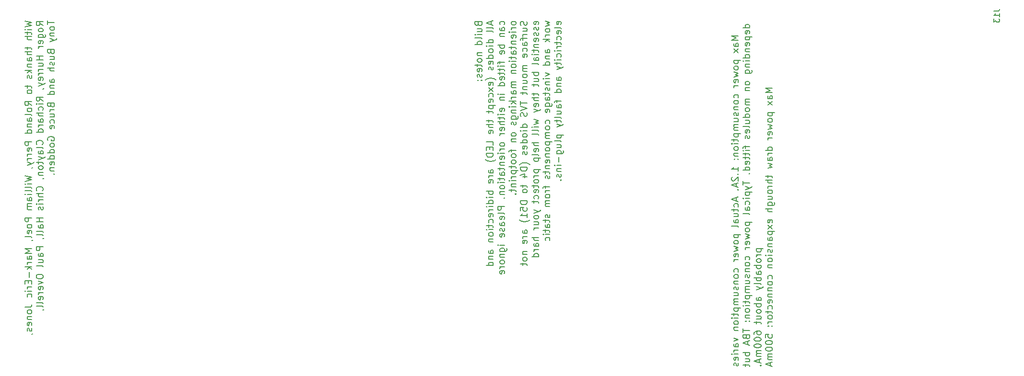
<source format=gbo>
G04 #@! TF.GenerationSoftware,KiCad,Pcbnew,(5.1.12)-1*
G04 #@! TF.CreationDate,2024-01-30T16:00:46+00:00*
G04 #@! TF.ProjectId,Backplane,4261636b-706c-4616-9e65-2e6b69636164,rev?*
G04 #@! TF.SameCoordinates,Original*
G04 #@! TF.FileFunction,Legend,Bot*
G04 #@! TF.FilePolarity,Positive*
%FSLAX46Y46*%
G04 Gerber Fmt 4.6, Leading zero omitted, Abs format (unit mm)*
G04 Created by KiCad (PCBNEW (5.1.12)-1) date 2024-01-30 16:00:46*
%MOMM*%
%LPD*%
G01*
G04 APERTURE LIST*
%ADD10C,0.200000*%
%ADD11C,0.150000*%
G04 APERTURE END LIST*
D10*
X114817857Y-23161428D02*
X116017857Y-23447142D01*
X115160714Y-23675714D01*
X116017857Y-23904285D01*
X114817857Y-24190000D01*
X116017857Y-24647142D02*
X115217857Y-24647142D01*
X114817857Y-24647142D02*
X114875000Y-24590000D01*
X114932142Y-24647142D01*
X114875000Y-24704285D01*
X114817857Y-24647142D01*
X114932142Y-24647142D01*
X115217857Y-25047142D02*
X115217857Y-25504285D01*
X114817857Y-25218571D02*
X115846428Y-25218571D01*
X115960714Y-25275714D01*
X116017857Y-25390000D01*
X116017857Y-25504285D01*
X116017857Y-25904285D02*
X114817857Y-25904285D01*
X116017857Y-26418571D02*
X115389285Y-26418571D01*
X115275000Y-26361428D01*
X115217857Y-26247142D01*
X115217857Y-26075714D01*
X115275000Y-25961428D01*
X115332142Y-25904285D01*
X115217857Y-27732857D02*
X115217857Y-28190000D01*
X114817857Y-27904285D02*
X115846428Y-27904285D01*
X115960714Y-27961428D01*
X116017857Y-28075714D01*
X116017857Y-28190000D01*
X116017857Y-28590000D02*
X114817857Y-28590000D01*
X116017857Y-29104285D02*
X115389285Y-29104285D01*
X115275000Y-29047142D01*
X115217857Y-28932857D01*
X115217857Y-28761428D01*
X115275000Y-28647142D01*
X115332142Y-28590000D01*
X116017857Y-30190000D02*
X115389285Y-30190000D01*
X115275000Y-30132857D01*
X115217857Y-30018571D01*
X115217857Y-29790000D01*
X115275000Y-29675714D01*
X115960714Y-30190000D02*
X116017857Y-30075714D01*
X116017857Y-29790000D01*
X115960714Y-29675714D01*
X115846428Y-29618571D01*
X115732142Y-29618571D01*
X115617857Y-29675714D01*
X115560714Y-29790000D01*
X115560714Y-30075714D01*
X115503571Y-30190000D01*
X115217857Y-30761428D02*
X116017857Y-30761428D01*
X115332142Y-30761428D02*
X115275000Y-30818571D01*
X115217857Y-30932857D01*
X115217857Y-31104285D01*
X115275000Y-31218571D01*
X115389285Y-31275714D01*
X116017857Y-31275714D01*
X116017857Y-31847142D02*
X114817857Y-31847142D01*
X115560714Y-31961428D02*
X116017857Y-32304285D01*
X115217857Y-32304285D02*
X115675000Y-31847142D01*
X115960714Y-32761428D02*
X116017857Y-32875714D01*
X116017857Y-33104285D01*
X115960714Y-33218571D01*
X115846428Y-33275714D01*
X115789285Y-33275714D01*
X115675000Y-33218571D01*
X115617857Y-33104285D01*
X115617857Y-32932857D01*
X115560714Y-32818571D01*
X115446428Y-32761428D01*
X115389285Y-32761428D01*
X115275000Y-32818571D01*
X115217857Y-32932857D01*
X115217857Y-33104285D01*
X115275000Y-33218571D01*
X115217857Y-34532857D02*
X115217857Y-34990000D01*
X114817857Y-34704285D02*
X115846428Y-34704285D01*
X115960714Y-34761428D01*
X116017857Y-34875714D01*
X116017857Y-34990000D01*
X116017857Y-35561428D02*
X115960714Y-35447142D01*
X115903571Y-35390000D01*
X115789285Y-35332857D01*
X115446428Y-35332857D01*
X115332142Y-35390000D01*
X115275000Y-35447142D01*
X115217857Y-35561428D01*
X115217857Y-35732857D01*
X115275000Y-35847142D01*
X115332142Y-35904285D01*
X115446428Y-35961428D01*
X115789285Y-35961428D01*
X115903571Y-35904285D01*
X115960714Y-35847142D01*
X116017857Y-35732857D01*
X116017857Y-35561428D01*
X116017857Y-38075714D02*
X115446428Y-37675714D01*
X116017857Y-37390000D02*
X114817857Y-37390000D01*
X114817857Y-37847142D01*
X114875000Y-37961428D01*
X114932142Y-38018571D01*
X115046428Y-38075714D01*
X115217857Y-38075714D01*
X115332142Y-38018571D01*
X115389285Y-37961428D01*
X115446428Y-37847142D01*
X115446428Y-37390000D01*
X116017857Y-38761428D02*
X115960714Y-38647142D01*
X115903571Y-38590000D01*
X115789285Y-38532857D01*
X115446428Y-38532857D01*
X115332142Y-38590000D01*
X115275000Y-38647142D01*
X115217857Y-38761428D01*
X115217857Y-38932857D01*
X115275000Y-39047142D01*
X115332142Y-39104285D01*
X115446428Y-39161428D01*
X115789285Y-39161428D01*
X115903571Y-39104285D01*
X115960714Y-39047142D01*
X116017857Y-38932857D01*
X116017857Y-38761428D01*
X116017857Y-39847142D02*
X115960714Y-39732857D01*
X115846428Y-39675714D01*
X114817857Y-39675714D01*
X116017857Y-40818571D02*
X115389285Y-40818571D01*
X115275000Y-40761428D01*
X115217857Y-40647142D01*
X115217857Y-40418571D01*
X115275000Y-40304285D01*
X115960714Y-40818571D02*
X116017857Y-40704285D01*
X116017857Y-40418571D01*
X115960714Y-40304285D01*
X115846428Y-40247142D01*
X115732142Y-40247142D01*
X115617857Y-40304285D01*
X115560714Y-40418571D01*
X115560714Y-40704285D01*
X115503571Y-40818571D01*
X115217857Y-41390000D02*
X116017857Y-41390000D01*
X115332142Y-41390000D02*
X115275000Y-41447142D01*
X115217857Y-41561428D01*
X115217857Y-41732857D01*
X115275000Y-41847142D01*
X115389285Y-41904285D01*
X116017857Y-41904285D01*
X116017857Y-42990000D02*
X114817857Y-42990000D01*
X115960714Y-42990000D02*
X116017857Y-42875714D01*
X116017857Y-42647142D01*
X115960714Y-42532857D01*
X115903571Y-42475714D01*
X115789285Y-42418571D01*
X115446428Y-42418571D01*
X115332142Y-42475714D01*
X115275000Y-42532857D01*
X115217857Y-42647142D01*
X115217857Y-42875714D01*
X115275000Y-42990000D01*
X116017857Y-44475714D02*
X114817857Y-44475714D01*
X114817857Y-44932857D01*
X114875000Y-45047142D01*
X114932142Y-45104285D01*
X115046428Y-45161428D01*
X115217857Y-45161428D01*
X115332142Y-45104285D01*
X115389285Y-45047142D01*
X115446428Y-44932857D01*
X115446428Y-44475714D01*
X115960714Y-46132857D02*
X116017857Y-46018571D01*
X116017857Y-45790000D01*
X115960714Y-45675714D01*
X115846428Y-45618571D01*
X115389285Y-45618571D01*
X115275000Y-45675714D01*
X115217857Y-45790000D01*
X115217857Y-46018571D01*
X115275000Y-46132857D01*
X115389285Y-46190000D01*
X115503571Y-46190000D01*
X115617857Y-45618571D01*
X116017857Y-46704285D02*
X115217857Y-46704285D01*
X115446428Y-46704285D02*
X115332142Y-46761428D01*
X115275000Y-46818571D01*
X115217857Y-46932857D01*
X115217857Y-47047142D01*
X116017857Y-47447142D02*
X115217857Y-47447142D01*
X115446428Y-47447142D02*
X115332142Y-47504285D01*
X115275000Y-47561428D01*
X115217857Y-47675714D01*
X115217857Y-47790000D01*
X115217857Y-48075714D02*
X116017857Y-48361428D01*
X115217857Y-48647142D02*
X116017857Y-48361428D01*
X116303571Y-48247142D01*
X116360714Y-48190000D01*
X116417857Y-48075714D01*
X115960714Y-49161428D02*
X116017857Y-49161428D01*
X116132142Y-49104285D01*
X116189285Y-49047142D01*
X114817857Y-50475714D02*
X116017857Y-50761428D01*
X115160714Y-50989999D01*
X116017857Y-51218571D01*
X114817857Y-51504285D01*
X116017857Y-51961428D02*
X115217857Y-51961428D01*
X114817857Y-51961428D02*
X114875000Y-51904285D01*
X114932142Y-51961428D01*
X114875000Y-52018571D01*
X114817857Y-51961428D01*
X114932142Y-51961428D01*
X116017857Y-52704285D02*
X115960714Y-52589999D01*
X115846428Y-52532857D01*
X114817857Y-52532857D01*
X116017857Y-53332857D02*
X115960714Y-53218571D01*
X115846428Y-53161428D01*
X114817857Y-53161428D01*
X116017857Y-53789999D02*
X115217857Y-53789999D01*
X114817857Y-53789999D02*
X114875000Y-53732857D01*
X114932142Y-53789999D01*
X114875000Y-53847142D01*
X114817857Y-53789999D01*
X114932142Y-53789999D01*
X116017857Y-54875714D02*
X115389285Y-54875714D01*
X115275000Y-54818571D01*
X115217857Y-54704285D01*
X115217857Y-54475714D01*
X115275000Y-54361428D01*
X115960714Y-54875714D02*
X116017857Y-54761428D01*
X116017857Y-54475714D01*
X115960714Y-54361428D01*
X115846428Y-54304285D01*
X115732142Y-54304285D01*
X115617857Y-54361428D01*
X115560714Y-54475714D01*
X115560714Y-54761428D01*
X115503571Y-54875714D01*
X116017857Y-55447142D02*
X115217857Y-55447142D01*
X115332142Y-55447142D02*
X115275000Y-55504285D01*
X115217857Y-55618571D01*
X115217857Y-55789999D01*
X115275000Y-55904285D01*
X115389285Y-55961428D01*
X116017857Y-55961428D01*
X115389285Y-55961428D02*
X115275000Y-56018571D01*
X115217857Y-56132857D01*
X115217857Y-56304285D01*
X115275000Y-56418571D01*
X115389285Y-56475714D01*
X116017857Y-56475714D01*
X116017857Y-57961428D02*
X114817857Y-57961428D01*
X114817857Y-58418571D01*
X114875000Y-58532857D01*
X114932142Y-58589999D01*
X115046428Y-58647142D01*
X115217857Y-58647142D01*
X115332142Y-58589999D01*
X115389285Y-58532857D01*
X115446428Y-58418571D01*
X115446428Y-57961428D01*
X116017857Y-59332857D02*
X115960714Y-59218571D01*
X115903571Y-59161428D01*
X115789285Y-59104285D01*
X115446428Y-59104285D01*
X115332142Y-59161428D01*
X115275000Y-59218571D01*
X115217857Y-59332857D01*
X115217857Y-59504285D01*
X115275000Y-59618571D01*
X115332142Y-59675714D01*
X115446428Y-59732857D01*
X115789285Y-59732857D01*
X115903571Y-59675714D01*
X115960714Y-59618571D01*
X116017857Y-59504285D01*
X116017857Y-59332857D01*
X115960714Y-60704285D02*
X116017857Y-60589999D01*
X116017857Y-60361428D01*
X115960714Y-60247142D01*
X115846428Y-60189999D01*
X115389285Y-60189999D01*
X115275000Y-60247142D01*
X115217857Y-60361428D01*
X115217857Y-60589999D01*
X115275000Y-60704285D01*
X115389285Y-60761428D01*
X115503571Y-60761428D01*
X115617857Y-60189999D01*
X116017857Y-61447142D02*
X115960714Y-61332857D01*
X115846428Y-61275714D01*
X114817857Y-61275714D01*
X115960714Y-61961428D02*
X116017857Y-61961428D01*
X116132142Y-61904285D01*
X116189285Y-61847142D01*
X116017857Y-63389999D02*
X114817857Y-63389999D01*
X115675000Y-63789999D01*
X114817857Y-64189999D01*
X116017857Y-64189999D01*
X116017857Y-65275714D02*
X115389285Y-65275714D01*
X115275000Y-65218571D01*
X115217857Y-65104285D01*
X115217857Y-64875714D01*
X115275000Y-64761428D01*
X115960714Y-65275714D02*
X116017857Y-65161428D01*
X116017857Y-64875714D01*
X115960714Y-64761428D01*
X115846428Y-64704285D01*
X115732142Y-64704285D01*
X115617857Y-64761428D01*
X115560714Y-64875714D01*
X115560714Y-65161428D01*
X115503571Y-65275714D01*
X116017857Y-65847142D02*
X115217857Y-65847142D01*
X115446428Y-65847142D02*
X115332142Y-65904285D01*
X115275000Y-65961428D01*
X115217857Y-66075714D01*
X115217857Y-66189999D01*
X116017857Y-66589999D02*
X114817857Y-66589999D01*
X115560714Y-66704285D02*
X116017857Y-67047142D01*
X115217857Y-67047142D02*
X115675000Y-66589999D01*
X115560714Y-67561428D02*
X115560714Y-68475714D01*
X115389285Y-69047142D02*
X115389285Y-69447142D01*
X116017857Y-69618571D02*
X116017857Y-69047142D01*
X114817857Y-69047142D01*
X114817857Y-69618571D01*
X116017857Y-70132857D02*
X115217857Y-70132857D01*
X115446428Y-70132857D02*
X115332142Y-70189999D01*
X115275000Y-70247142D01*
X115217857Y-70361428D01*
X115217857Y-70475714D01*
X116017857Y-70875714D02*
X115217857Y-70875714D01*
X114817857Y-70875714D02*
X114875000Y-70818571D01*
X114932142Y-70875714D01*
X114875000Y-70932857D01*
X114817857Y-70875714D01*
X114932142Y-70875714D01*
X115960714Y-71961428D02*
X116017857Y-71847142D01*
X116017857Y-71618571D01*
X115960714Y-71504285D01*
X115903571Y-71447142D01*
X115789285Y-71389999D01*
X115446428Y-71389999D01*
X115332142Y-71447142D01*
X115275000Y-71504285D01*
X115217857Y-71618571D01*
X115217857Y-71847142D01*
X115275000Y-71961428D01*
X114817857Y-73732857D02*
X115675000Y-73732857D01*
X115846428Y-73675714D01*
X115960714Y-73561428D01*
X116017857Y-73389999D01*
X116017857Y-73275714D01*
X116017857Y-74475714D02*
X115960714Y-74361428D01*
X115903571Y-74304285D01*
X115789285Y-74247142D01*
X115446428Y-74247142D01*
X115332142Y-74304285D01*
X115275000Y-74361428D01*
X115217857Y-74475714D01*
X115217857Y-74647142D01*
X115275000Y-74761428D01*
X115332142Y-74818571D01*
X115446428Y-74875714D01*
X115789285Y-74875714D01*
X115903571Y-74818571D01*
X115960714Y-74761428D01*
X116017857Y-74647142D01*
X116017857Y-74475714D01*
X115217857Y-75389999D02*
X116017857Y-75389999D01*
X115332142Y-75389999D02*
X115275000Y-75447142D01*
X115217857Y-75561428D01*
X115217857Y-75732857D01*
X115275000Y-75847142D01*
X115389285Y-75904285D01*
X116017857Y-75904285D01*
X115960714Y-76932857D02*
X116017857Y-76818571D01*
X116017857Y-76589999D01*
X115960714Y-76475714D01*
X115846428Y-76418571D01*
X115389285Y-76418571D01*
X115275000Y-76475714D01*
X115217857Y-76589999D01*
X115217857Y-76818571D01*
X115275000Y-76932857D01*
X115389285Y-76989999D01*
X115503571Y-76989999D01*
X115617857Y-76418571D01*
X115960714Y-77447142D02*
X116017857Y-77561428D01*
X116017857Y-77789999D01*
X115960714Y-77904285D01*
X115846428Y-77961428D01*
X115789285Y-77961428D01*
X115675000Y-77904285D01*
X115617857Y-77789999D01*
X115617857Y-77618571D01*
X115560714Y-77504285D01*
X115446428Y-77447142D01*
X115389285Y-77447142D01*
X115275000Y-77504285D01*
X115217857Y-77618571D01*
X115217857Y-77789999D01*
X115275000Y-77904285D01*
X115960714Y-78532857D02*
X116017857Y-78532857D01*
X116132142Y-78475714D01*
X116189285Y-78418571D01*
X118017857Y-23961428D02*
X117446428Y-23561428D01*
X118017857Y-23275714D02*
X116817857Y-23275714D01*
X116817857Y-23732857D01*
X116875000Y-23847142D01*
X116932142Y-23904285D01*
X117046428Y-23961428D01*
X117217857Y-23961428D01*
X117332142Y-23904285D01*
X117389285Y-23847142D01*
X117446428Y-23732857D01*
X117446428Y-23275714D01*
X118017857Y-24647142D02*
X117960714Y-24532857D01*
X117903571Y-24475714D01*
X117789285Y-24418571D01*
X117446428Y-24418571D01*
X117332142Y-24475714D01*
X117275000Y-24532857D01*
X117217857Y-24647142D01*
X117217857Y-24818571D01*
X117275000Y-24932857D01*
X117332142Y-24990000D01*
X117446428Y-25047142D01*
X117789285Y-25047142D01*
X117903571Y-24990000D01*
X117960714Y-24932857D01*
X118017857Y-24818571D01*
X118017857Y-24647142D01*
X117217857Y-26075714D02*
X118189285Y-26075714D01*
X118303571Y-26018571D01*
X118360714Y-25961428D01*
X118417857Y-25847142D01*
X118417857Y-25675714D01*
X118360714Y-25561428D01*
X117960714Y-26075714D02*
X118017857Y-25961428D01*
X118017857Y-25732857D01*
X117960714Y-25618571D01*
X117903571Y-25561428D01*
X117789285Y-25504285D01*
X117446428Y-25504285D01*
X117332142Y-25561428D01*
X117275000Y-25618571D01*
X117217857Y-25732857D01*
X117217857Y-25961428D01*
X117275000Y-26075714D01*
X117960714Y-27104285D02*
X118017857Y-26990000D01*
X118017857Y-26761428D01*
X117960714Y-26647142D01*
X117846428Y-26590000D01*
X117389285Y-26590000D01*
X117275000Y-26647142D01*
X117217857Y-26761428D01*
X117217857Y-26990000D01*
X117275000Y-27104285D01*
X117389285Y-27161428D01*
X117503571Y-27161428D01*
X117617857Y-26590000D01*
X118017857Y-27675714D02*
X117217857Y-27675714D01*
X117446428Y-27675714D02*
X117332142Y-27732857D01*
X117275000Y-27790000D01*
X117217857Y-27904285D01*
X117217857Y-28018571D01*
X118017857Y-29332857D02*
X116817857Y-29332857D01*
X117389285Y-29332857D02*
X117389285Y-30018571D01*
X118017857Y-30018571D02*
X116817857Y-30018571D01*
X117217857Y-31104285D02*
X118017857Y-31104285D01*
X117217857Y-30590000D02*
X117846428Y-30590000D01*
X117960714Y-30647142D01*
X118017857Y-30761428D01*
X118017857Y-30932857D01*
X117960714Y-31047142D01*
X117903571Y-31104285D01*
X118017857Y-31675714D02*
X117217857Y-31675714D01*
X117446428Y-31675714D02*
X117332142Y-31732857D01*
X117275000Y-31790000D01*
X117217857Y-31904285D01*
X117217857Y-32018571D01*
X118017857Y-32418571D02*
X117217857Y-32418571D01*
X117446428Y-32418571D02*
X117332142Y-32475714D01*
X117275000Y-32532857D01*
X117217857Y-32647142D01*
X117217857Y-32761428D01*
X117960714Y-33618571D02*
X118017857Y-33504285D01*
X118017857Y-33275714D01*
X117960714Y-33161428D01*
X117846428Y-33104285D01*
X117389285Y-33104285D01*
X117275000Y-33161428D01*
X117217857Y-33275714D01*
X117217857Y-33504285D01*
X117275000Y-33618571D01*
X117389285Y-33675714D01*
X117503571Y-33675714D01*
X117617857Y-33104285D01*
X117217857Y-34075714D02*
X118017857Y-34361428D01*
X117217857Y-34647142D02*
X118017857Y-34361428D01*
X118303571Y-34247142D01*
X118360714Y-34189999D01*
X118417857Y-34075714D01*
X117960714Y-35161428D02*
X118017857Y-35161428D01*
X118132142Y-35104285D01*
X118189285Y-35047142D01*
X118017857Y-37275714D02*
X117446428Y-36875714D01*
X118017857Y-36590000D02*
X116817857Y-36590000D01*
X116817857Y-37047142D01*
X116875000Y-37161428D01*
X116932142Y-37218571D01*
X117046428Y-37275714D01*
X117217857Y-37275714D01*
X117332142Y-37218571D01*
X117389285Y-37161428D01*
X117446428Y-37047142D01*
X117446428Y-36590000D01*
X118017857Y-37790000D02*
X117217857Y-37790000D01*
X116817857Y-37790000D02*
X116875000Y-37732857D01*
X116932142Y-37790000D01*
X116875000Y-37847142D01*
X116817857Y-37790000D01*
X116932142Y-37790000D01*
X117960714Y-38875714D02*
X118017857Y-38761428D01*
X118017857Y-38532857D01*
X117960714Y-38418571D01*
X117903571Y-38361428D01*
X117789285Y-38304285D01*
X117446428Y-38304285D01*
X117332142Y-38361428D01*
X117275000Y-38418571D01*
X117217857Y-38532857D01*
X117217857Y-38761428D01*
X117275000Y-38875714D01*
X118017857Y-39390000D02*
X116817857Y-39390000D01*
X118017857Y-39904285D02*
X117389285Y-39904285D01*
X117275000Y-39847142D01*
X117217857Y-39732857D01*
X117217857Y-39561428D01*
X117275000Y-39447142D01*
X117332142Y-39390000D01*
X118017857Y-40990000D02*
X117389285Y-40990000D01*
X117275000Y-40932857D01*
X117217857Y-40818571D01*
X117217857Y-40590000D01*
X117275000Y-40475714D01*
X117960714Y-40990000D02*
X118017857Y-40875714D01*
X118017857Y-40590000D01*
X117960714Y-40475714D01*
X117846428Y-40418571D01*
X117732142Y-40418571D01*
X117617857Y-40475714D01*
X117560714Y-40590000D01*
X117560714Y-40875714D01*
X117503571Y-40990000D01*
X118017857Y-41561428D02*
X117217857Y-41561428D01*
X117446428Y-41561428D02*
X117332142Y-41618571D01*
X117275000Y-41675714D01*
X117217857Y-41790000D01*
X117217857Y-41904285D01*
X118017857Y-42818571D02*
X116817857Y-42818571D01*
X117960714Y-42818571D02*
X118017857Y-42704285D01*
X118017857Y-42475714D01*
X117960714Y-42361428D01*
X117903571Y-42304285D01*
X117789285Y-42247142D01*
X117446428Y-42247142D01*
X117332142Y-42304285D01*
X117275000Y-42361428D01*
X117217857Y-42475714D01*
X117217857Y-42704285D01*
X117275000Y-42818571D01*
X117903571Y-44990000D02*
X117960714Y-44932857D01*
X118017857Y-44761428D01*
X118017857Y-44647142D01*
X117960714Y-44475714D01*
X117846428Y-44361428D01*
X117732142Y-44304285D01*
X117503571Y-44247142D01*
X117332142Y-44247142D01*
X117103571Y-44304285D01*
X116989285Y-44361428D01*
X116875000Y-44475714D01*
X116817857Y-44647142D01*
X116817857Y-44761428D01*
X116875000Y-44932857D01*
X116932142Y-44990000D01*
X118017857Y-45675714D02*
X117960714Y-45561428D01*
X117846428Y-45504285D01*
X116817857Y-45504285D01*
X118017857Y-46647142D02*
X117389285Y-46647142D01*
X117275000Y-46590000D01*
X117217857Y-46475714D01*
X117217857Y-46247142D01*
X117275000Y-46132857D01*
X117960714Y-46647142D02*
X118017857Y-46532857D01*
X118017857Y-46247142D01*
X117960714Y-46132857D01*
X117846428Y-46075714D01*
X117732142Y-46075714D01*
X117617857Y-46132857D01*
X117560714Y-46247142D01*
X117560714Y-46532857D01*
X117503571Y-46647142D01*
X117217857Y-47104285D02*
X118017857Y-47390000D01*
X117217857Y-47675714D02*
X118017857Y-47390000D01*
X118303571Y-47275714D01*
X118360714Y-47218571D01*
X118417857Y-47104285D01*
X117217857Y-47961428D02*
X117217857Y-48418571D01*
X116817857Y-48132857D02*
X117846428Y-48132857D01*
X117960714Y-48190000D01*
X118017857Y-48304285D01*
X118017857Y-48418571D01*
X118017857Y-48990000D02*
X117960714Y-48875714D01*
X117903571Y-48818571D01*
X117789285Y-48761428D01*
X117446428Y-48761428D01*
X117332142Y-48818571D01*
X117275000Y-48875714D01*
X117217857Y-48990000D01*
X117217857Y-49161428D01*
X117275000Y-49275714D01*
X117332142Y-49332857D01*
X117446428Y-49390000D01*
X117789285Y-49390000D01*
X117903571Y-49332857D01*
X117960714Y-49275714D01*
X118017857Y-49161428D01*
X118017857Y-48990000D01*
X117217857Y-49904285D02*
X118017857Y-49904285D01*
X117332142Y-49904285D02*
X117275000Y-49961428D01*
X117217857Y-50075714D01*
X117217857Y-50247142D01*
X117275000Y-50361428D01*
X117389285Y-50418571D01*
X118017857Y-50418571D01*
X117960714Y-51047142D02*
X118017857Y-51047142D01*
X118132142Y-50990000D01*
X118189285Y-50932857D01*
X117903571Y-53161428D02*
X117960714Y-53104285D01*
X118017857Y-52932857D01*
X118017857Y-52818571D01*
X117960714Y-52647142D01*
X117846428Y-52532857D01*
X117732142Y-52475714D01*
X117503571Y-52418571D01*
X117332142Y-52418571D01*
X117103571Y-52475714D01*
X116989285Y-52532857D01*
X116875000Y-52647142D01*
X116817857Y-52818571D01*
X116817857Y-52932857D01*
X116875000Y-53104285D01*
X116932142Y-53161428D01*
X118017857Y-53675714D02*
X116817857Y-53675714D01*
X118017857Y-54190000D02*
X117389285Y-54190000D01*
X117275000Y-54132857D01*
X117217857Y-54018571D01*
X117217857Y-53847142D01*
X117275000Y-53732857D01*
X117332142Y-53675714D01*
X118017857Y-54761428D02*
X117217857Y-54761428D01*
X117446428Y-54761428D02*
X117332142Y-54818571D01*
X117275000Y-54875714D01*
X117217857Y-54990000D01*
X117217857Y-55104285D01*
X118017857Y-55504285D02*
X117217857Y-55504285D01*
X116817857Y-55504285D02*
X116875000Y-55447142D01*
X116932142Y-55504285D01*
X116875000Y-55561428D01*
X116817857Y-55504285D01*
X116932142Y-55504285D01*
X117960714Y-56018571D02*
X118017857Y-56132857D01*
X118017857Y-56361428D01*
X117960714Y-56475714D01*
X117846428Y-56532857D01*
X117789285Y-56532857D01*
X117675000Y-56475714D01*
X117617857Y-56361428D01*
X117617857Y-56190000D01*
X117560714Y-56075714D01*
X117446428Y-56018571D01*
X117389285Y-56018571D01*
X117275000Y-56075714D01*
X117217857Y-56190000D01*
X117217857Y-56361428D01*
X117275000Y-56475714D01*
X118017857Y-57961428D02*
X116817857Y-57961428D01*
X117389285Y-57961428D02*
X117389285Y-58647142D01*
X118017857Y-58647142D02*
X116817857Y-58647142D01*
X118017857Y-59732857D02*
X117389285Y-59732857D01*
X117275000Y-59675714D01*
X117217857Y-59561428D01*
X117217857Y-59332857D01*
X117275000Y-59218571D01*
X117960714Y-59732857D02*
X118017857Y-59618571D01*
X118017857Y-59332857D01*
X117960714Y-59218571D01*
X117846428Y-59161428D01*
X117732142Y-59161428D01*
X117617857Y-59218571D01*
X117560714Y-59332857D01*
X117560714Y-59618571D01*
X117503571Y-59732857D01*
X118017857Y-60475714D02*
X117960714Y-60361428D01*
X117846428Y-60304285D01*
X116817857Y-60304285D01*
X118017857Y-61104285D02*
X117960714Y-60990000D01*
X117846428Y-60932857D01*
X116817857Y-60932857D01*
X117960714Y-61618571D02*
X118017857Y-61618571D01*
X118132142Y-61561428D01*
X118189285Y-61504285D01*
X118017857Y-63047142D02*
X116817857Y-63047142D01*
X116817857Y-63504285D01*
X116875000Y-63618571D01*
X116932142Y-63675714D01*
X117046428Y-63732857D01*
X117217857Y-63732857D01*
X117332142Y-63675714D01*
X117389285Y-63618571D01*
X117446428Y-63504285D01*
X117446428Y-63047142D01*
X118017857Y-64761428D02*
X117389285Y-64761428D01*
X117275000Y-64704285D01*
X117217857Y-64590000D01*
X117217857Y-64361428D01*
X117275000Y-64247142D01*
X117960714Y-64761428D02*
X118017857Y-64647142D01*
X118017857Y-64361428D01*
X117960714Y-64247142D01*
X117846428Y-64190000D01*
X117732142Y-64190000D01*
X117617857Y-64247142D01*
X117560714Y-64361428D01*
X117560714Y-64647142D01*
X117503571Y-64761428D01*
X117217857Y-65847142D02*
X118017857Y-65847142D01*
X117217857Y-65332857D02*
X117846428Y-65332857D01*
X117960714Y-65390000D01*
X118017857Y-65504285D01*
X118017857Y-65675714D01*
X117960714Y-65790000D01*
X117903571Y-65847142D01*
X118017857Y-66590000D02*
X117960714Y-66475714D01*
X117846428Y-66418571D01*
X116817857Y-66418571D01*
X116817857Y-68190000D02*
X116817857Y-68418571D01*
X116875000Y-68532857D01*
X116989285Y-68647142D01*
X117217857Y-68704285D01*
X117617857Y-68704285D01*
X117846428Y-68647142D01*
X117960714Y-68532857D01*
X118017857Y-68418571D01*
X118017857Y-68190000D01*
X117960714Y-68075714D01*
X117846428Y-67961428D01*
X117617857Y-67904285D01*
X117217857Y-67904285D01*
X116989285Y-67961428D01*
X116875000Y-68075714D01*
X116817857Y-68190000D01*
X117217857Y-69104285D02*
X118017857Y-69390000D01*
X117217857Y-69675714D01*
X117960714Y-70590000D02*
X118017857Y-70475714D01*
X118017857Y-70247142D01*
X117960714Y-70132857D01*
X117846428Y-70075714D01*
X117389285Y-70075714D01*
X117275000Y-70132857D01*
X117217857Y-70247142D01*
X117217857Y-70475714D01*
X117275000Y-70590000D01*
X117389285Y-70647142D01*
X117503571Y-70647142D01*
X117617857Y-70075714D01*
X118017857Y-71161428D02*
X117217857Y-71161428D01*
X117446428Y-71161428D02*
X117332142Y-71218571D01*
X117275000Y-71275714D01*
X117217857Y-71390000D01*
X117217857Y-71504285D01*
X117960714Y-72361428D02*
X118017857Y-72247142D01*
X118017857Y-72018571D01*
X117960714Y-71904285D01*
X117846428Y-71847142D01*
X117389285Y-71847142D01*
X117275000Y-71904285D01*
X117217857Y-72018571D01*
X117217857Y-72247142D01*
X117275000Y-72361428D01*
X117389285Y-72418571D01*
X117503571Y-72418571D01*
X117617857Y-71847142D01*
X118017857Y-73104285D02*
X117960714Y-72990000D01*
X117846428Y-72932857D01*
X116817857Y-72932857D01*
X118017857Y-73732857D02*
X117960714Y-73618571D01*
X117846428Y-73561428D01*
X116817857Y-73561428D01*
X117960714Y-74247142D02*
X118017857Y-74247142D01*
X118132142Y-74190000D01*
X118189285Y-74132857D01*
X118817857Y-23104285D02*
X118817857Y-23790000D01*
X120017857Y-23447142D02*
X118817857Y-23447142D01*
X120017857Y-24361428D02*
X119960714Y-24247142D01*
X119903571Y-24190000D01*
X119789285Y-24132857D01*
X119446428Y-24132857D01*
X119332142Y-24190000D01*
X119275000Y-24247142D01*
X119217857Y-24361428D01*
X119217857Y-24532857D01*
X119275000Y-24647142D01*
X119332142Y-24704285D01*
X119446428Y-24761428D01*
X119789285Y-24761428D01*
X119903571Y-24704285D01*
X119960714Y-24647142D01*
X120017857Y-24532857D01*
X120017857Y-24361428D01*
X119217857Y-25275714D02*
X120017857Y-25275714D01*
X119332142Y-25275714D02*
X119275000Y-25332857D01*
X119217857Y-25447142D01*
X119217857Y-25618571D01*
X119275000Y-25732857D01*
X119389285Y-25790000D01*
X120017857Y-25790000D01*
X119217857Y-26247142D02*
X120017857Y-26532857D01*
X119217857Y-26818571D02*
X120017857Y-26532857D01*
X120303571Y-26418571D01*
X120360714Y-26361428D01*
X120417857Y-26247142D01*
X119389285Y-28590000D02*
X119446428Y-28761428D01*
X119503571Y-28818571D01*
X119617857Y-28875714D01*
X119789285Y-28875714D01*
X119903571Y-28818571D01*
X119960714Y-28761428D01*
X120017857Y-28647142D01*
X120017857Y-28190000D01*
X118817857Y-28190000D01*
X118817857Y-28590000D01*
X118875000Y-28704285D01*
X118932142Y-28761428D01*
X119046428Y-28818571D01*
X119160714Y-28818571D01*
X119275000Y-28761428D01*
X119332142Y-28704285D01*
X119389285Y-28590000D01*
X119389285Y-28190000D01*
X119217857Y-29904285D02*
X120017857Y-29904285D01*
X119217857Y-29390000D02*
X119846428Y-29390000D01*
X119960714Y-29447142D01*
X120017857Y-29561428D01*
X120017857Y-29732857D01*
X119960714Y-29847142D01*
X119903571Y-29904285D01*
X119960714Y-30418571D02*
X120017857Y-30532857D01*
X120017857Y-30761428D01*
X119960714Y-30875714D01*
X119846428Y-30932857D01*
X119789285Y-30932857D01*
X119675000Y-30875714D01*
X119617857Y-30761428D01*
X119617857Y-30590000D01*
X119560714Y-30475714D01*
X119446428Y-30418571D01*
X119389285Y-30418571D01*
X119275000Y-30475714D01*
X119217857Y-30590000D01*
X119217857Y-30761428D01*
X119275000Y-30875714D01*
X120017857Y-31447142D02*
X118817857Y-31447142D01*
X120017857Y-31961428D02*
X119389285Y-31961428D01*
X119275000Y-31904285D01*
X119217857Y-31790000D01*
X119217857Y-31618571D01*
X119275000Y-31504285D01*
X119332142Y-31447142D01*
X120017857Y-33961428D02*
X119389285Y-33961428D01*
X119275000Y-33904285D01*
X119217857Y-33790000D01*
X119217857Y-33561428D01*
X119275000Y-33447142D01*
X119960714Y-33961428D02*
X120017857Y-33847142D01*
X120017857Y-33561428D01*
X119960714Y-33447142D01*
X119846428Y-33390000D01*
X119732142Y-33390000D01*
X119617857Y-33447142D01*
X119560714Y-33561428D01*
X119560714Y-33847142D01*
X119503571Y-33961428D01*
X119217857Y-34532857D02*
X120017857Y-34532857D01*
X119332142Y-34532857D02*
X119275000Y-34590000D01*
X119217857Y-34704285D01*
X119217857Y-34875714D01*
X119275000Y-34990000D01*
X119389285Y-35047142D01*
X120017857Y-35047142D01*
X120017857Y-36132857D02*
X118817857Y-36132857D01*
X119960714Y-36132857D02*
X120017857Y-36018571D01*
X120017857Y-35790000D01*
X119960714Y-35675714D01*
X119903571Y-35618571D01*
X119789285Y-35561428D01*
X119446428Y-35561428D01*
X119332142Y-35618571D01*
X119275000Y-35675714D01*
X119217857Y-35790000D01*
X119217857Y-36018571D01*
X119275000Y-36132857D01*
X119389285Y-38018571D02*
X119446428Y-38190000D01*
X119503571Y-38247142D01*
X119617857Y-38304285D01*
X119789285Y-38304285D01*
X119903571Y-38247142D01*
X119960714Y-38190000D01*
X120017857Y-38075714D01*
X120017857Y-37618571D01*
X118817857Y-37618571D01*
X118817857Y-38018571D01*
X118875000Y-38132857D01*
X118932142Y-38190000D01*
X119046428Y-38247142D01*
X119160714Y-38247142D01*
X119275000Y-38190000D01*
X119332142Y-38132857D01*
X119389285Y-38018571D01*
X119389285Y-37618571D01*
X120017857Y-38818571D02*
X119217857Y-38818571D01*
X119446428Y-38818571D02*
X119332142Y-38875714D01*
X119275000Y-38932857D01*
X119217857Y-39047142D01*
X119217857Y-39161428D01*
X119217857Y-40075714D02*
X120017857Y-40075714D01*
X119217857Y-39561428D02*
X119846428Y-39561428D01*
X119960714Y-39618571D01*
X120017857Y-39732857D01*
X120017857Y-39904285D01*
X119960714Y-40018571D01*
X119903571Y-40075714D01*
X119960714Y-41161428D02*
X120017857Y-41047142D01*
X120017857Y-40818571D01*
X119960714Y-40704285D01*
X119903571Y-40647142D01*
X119789285Y-40590000D01*
X119446428Y-40590000D01*
X119332142Y-40647142D01*
X119275000Y-40704285D01*
X119217857Y-40818571D01*
X119217857Y-41047142D01*
X119275000Y-41161428D01*
X119960714Y-42132857D02*
X120017857Y-42018571D01*
X120017857Y-41790000D01*
X119960714Y-41675714D01*
X119846428Y-41618571D01*
X119389285Y-41618571D01*
X119275000Y-41675714D01*
X119217857Y-41790000D01*
X119217857Y-42018571D01*
X119275000Y-42132857D01*
X119389285Y-42190000D01*
X119503571Y-42190000D01*
X119617857Y-41618571D01*
X118875000Y-44247142D02*
X118817857Y-44132857D01*
X118817857Y-43961428D01*
X118875000Y-43790000D01*
X118989285Y-43675714D01*
X119103571Y-43618571D01*
X119332142Y-43561428D01*
X119503571Y-43561428D01*
X119732142Y-43618571D01*
X119846428Y-43675714D01*
X119960714Y-43790000D01*
X120017857Y-43961428D01*
X120017857Y-44075714D01*
X119960714Y-44247142D01*
X119903571Y-44304285D01*
X119503571Y-44304285D01*
X119503571Y-44075714D01*
X120017857Y-44990000D02*
X119960714Y-44875714D01*
X119903571Y-44818571D01*
X119789285Y-44761428D01*
X119446428Y-44761428D01*
X119332142Y-44818571D01*
X119275000Y-44875714D01*
X119217857Y-44990000D01*
X119217857Y-45161428D01*
X119275000Y-45275714D01*
X119332142Y-45332857D01*
X119446428Y-45390000D01*
X119789285Y-45390000D01*
X119903571Y-45332857D01*
X119960714Y-45275714D01*
X120017857Y-45161428D01*
X120017857Y-44990000D01*
X120017857Y-46418571D02*
X118817857Y-46418571D01*
X119960714Y-46418571D02*
X120017857Y-46304285D01*
X120017857Y-46075714D01*
X119960714Y-45961428D01*
X119903571Y-45904285D01*
X119789285Y-45847142D01*
X119446428Y-45847142D01*
X119332142Y-45904285D01*
X119275000Y-45961428D01*
X119217857Y-46075714D01*
X119217857Y-46304285D01*
X119275000Y-46418571D01*
X120017857Y-47504285D02*
X118817857Y-47504285D01*
X119960714Y-47504285D02*
X120017857Y-47390000D01*
X120017857Y-47161428D01*
X119960714Y-47047142D01*
X119903571Y-46990000D01*
X119789285Y-46932857D01*
X119446428Y-46932857D01*
X119332142Y-46990000D01*
X119275000Y-47047142D01*
X119217857Y-47161428D01*
X119217857Y-47390000D01*
X119275000Y-47504285D01*
X119960714Y-48532857D02*
X120017857Y-48418571D01*
X120017857Y-48190000D01*
X119960714Y-48075714D01*
X119846428Y-48018571D01*
X119389285Y-48018571D01*
X119275000Y-48075714D01*
X119217857Y-48190000D01*
X119217857Y-48418571D01*
X119275000Y-48532857D01*
X119389285Y-48590000D01*
X119503571Y-48590000D01*
X119617857Y-48018571D01*
X119217857Y-49104285D02*
X120017857Y-49104285D01*
X119332142Y-49104285D02*
X119275000Y-49161428D01*
X119217857Y-49275714D01*
X119217857Y-49447142D01*
X119275000Y-49561428D01*
X119389285Y-49618571D01*
X120017857Y-49618571D01*
X119903571Y-50190000D02*
X119960714Y-50247142D01*
X120017857Y-50190000D01*
X119960714Y-50132857D01*
X119903571Y-50190000D01*
X120017857Y-50190000D01*
X194844285Y-23675714D02*
X194901428Y-23847142D01*
X194958571Y-23904285D01*
X195072857Y-23961428D01*
X195244285Y-23961428D01*
X195358571Y-23904285D01*
X195415714Y-23847142D01*
X195472857Y-23732857D01*
X195472857Y-23275714D01*
X194272857Y-23275714D01*
X194272857Y-23675714D01*
X194330000Y-23790000D01*
X194387142Y-23847142D01*
X194501428Y-23904285D01*
X194615714Y-23904285D01*
X194730000Y-23847142D01*
X194787142Y-23790000D01*
X194844285Y-23675714D01*
X194844285Y-23275714D01*
X194672857Y-24990000D02*
X195472857Y-24990000D01*
X194672857Y-24475714D02*
X195301428Y-24475714D01*
X195415714Y-24532857D01*
X195472857Y-24647142D01*
X195472857Y-24818571D01*
X195415714Y-24932857D01*
X195358571Y-24990000D01*
X195472857Y-25561428D02*
X194672857Y-25561428D01*
X194272857Y-25561428D02*
X194330000Y-25504285D01*
X194387142Y-25561428D01*
X194330000Y-25618571D01*
X194272857Y-25561428D01*
X194387142Y-25561428D01*
X195472857Y-26304285D02*
X195415714Y-26190000D01*
X195301428Y-26132857D01*
X194272857Y-26132857D01*
X195472857Y-27275714D02*
X194272857Y-27275714D01*
X195415714Y-27275714D02*
X195472857Y-27161428D01*
X195472857Y-26932857D01*
X195415714Y-26818571D01*
X195358571Y-26761428D01*
X195244285Y-26704285D01*
X194901428Y-26704285D01*
X194787142Y-26761428D01*
X194730000Y-26818571D01*
X194672857Y-26932857D01*
X194672857Y-27161428D01*
X194730000Y-27275714D01*
X194672857Y-28761428D02*
X195472857Y-28761428D01*
X194787142Y-28761428D02*
X194730000Y-28818571D01*
X194672857Y-28932857D01*
X194672857Y-29104285D01*
X194730000Y-29218571D01*
X194844285Y-29275714D01*
X195472857Y-29275714D01*
X195472857Y-30018571D02*
X195415714Y-29904285D01*
X195358571Y-29847142D01*
X195244285Y-29790000D01*
X194901428Y-29790000D01*
X194787142Y-29847142D01*
X194730000Y-29904285D01*
X194672857Y-30018571D01*
X194672857Y-30190000D01*
X194730000Y-30304285D01*
X194787142Y-30361428D01*
X194901428Y-30418571D01*
X195244285Y-30418571D01*
X195358571Y-30361428D01*
X195415714Y-30304285D01*
X195472857Y-30190000D01*
X195472857Y-30018571D01*
X194672857Y-30761428D02*
X194672857Y-31218571D01*
X194272857Y-30932857D02*
X195301428Y-30932857D01*
X195415714Y-30990000D01*
X195472857Y-31104285D01*
X195472857Y-31218571D01*
X195415714Y-32075714D02*
X195472857Y-31961428D01*
X195472857Y-31732857D01*
X195415714Y-31618571D01*
X195301428Y-31561428D01*
X194844285Y-31561428D01*
X194730000Y-31618571D01*
X194672857Y-31732857D01*
X194672857Y-31961428D01*
X194730000Y-32075714D01*
X194844285Y-32132857D01*
X194958571Y-32132857D01*
X195072857Y-31561428D01*
X195415714Y-32590000D02*
X195472857Y-32704285D01*
X195472857Y-32932857D01*
X195415714Y-33047142D01*
X195301428Y-33104285D01*
X195244285Y-33104285D01*
X195130000Y-33047142D01*
X195072857Y-32932857D01*
X195072857Y-32761428D01*
X195015714Y-32647142D01*
X194901428Y-32590000D01*
X194844285Y-32590000D01*
X194730000Y-32647142D01*
X194672857Y-32761428D01*
X194672857Y-32932857D01*
X194730000Y-33047142D01*
X195358571Y-33618571D02*
X195415714Y-33675714D01*
X195472857Y-33618571D01*
X195415714Y-33561428D01*
X195358571Y-33618571D01*
X195472857Y-33618571D01*
X194730000Y-33618571D02*
X194787142Y-33675714D01*
X194844285Y-33618571D01*
X194787142Y-33561428D01*
X194730000Y-33618571D01*
X194844285Y-33618571D01*
X197130000Y-23218571D02*
X197130000Y-23790000D01*
X197472857Y-23104285D02*
X196272857Y-23504285D01*
X197472857Y-23904285D01*
X197472857Y-24475714D02*
X197415714Y-24361428D01*
X197301428Y-24304285D01*
X196272857Y-24304285D01*
X197472857Y-25104285D02*
X197415714Y-24990000D01*
X197301428Y-24932857D01*
X196272857Y-24932857D01*
X197472857Y-26990000D02*
X196272857Y-26990000D01*
X197415714Y-26990000D02*
X197472857Y-26875714D01*
X197472857Y-26647142D01*
X197415714Y-26532857D01*
X197358571Y-26475714D01*
X197244285Y-26418571D01*
X196901428Y-26418571D01*
X196787142Y-26475714D01*
X196730000Y-26532857D01*
X196672857Y-26647142D01*
X196672857Y-26875714D01*
X196730000Y-26990000D01*
X197472857Y-27561428D02*
X196672857Y-27561428D01*
X196272857Y-27561428D02*
X196330000Y-27504285D01*
X196387142Y-27561428D01*
X196330000Y-27618571D01*
X196272857Y-27561428D01*
X196387142Y-27561428D01*
X197472857Y-28304285D02*
X197415714Y-28190000D01*
X197358571Y-28132857D01*
X197244285Y-28075714D01*
X196901428Y-28075714D01*
X196787142Y-28132857D01*
X196730000Y-28190000D01*
X196672857Y-28304285D01*
X196672857Y-28475714D01*
X196730000Y-28590000D01*
X196787142Y-28647142D01*
X196901428Y-28704285D01*
X197244285Y-28704285D01*
X197358571Y-28647142D01*
X197415714Y-28590000D01*
X197472857Y-28475714D01*
X197472857Y-28304285D01*
X197472857Y-29732857D02*
X196272857Y-29732857D01*
X197415714Y-29732857D02*
X197472857Y-29618571D01*
X197472857Y-29390000D01*
X197415714Y-29275714D01*
X197358571Y-29218571D01*
X197244285Y-29161428D01*
X196901428Y-29161428D01*
X196787142Y-29218571D01*
X196730000Y-29275714D01*
X196672857Y-29390000D01*
X196672857Y-29618571D01*
X196730000Y-29732857D01*
X197415714Y-30761428D02*
X197472857Y-30647142D01*
X197472857Y-30418571D01*
X197415714Y-30304285D01*
X197301428Y-30247142D01*
X196844285Y-30247142D01*
X196730000Y-30304285D01*
X196672857Y-30418571D01*
X196672857Y-30647142D01*
X196730000Y-30761428D01*
X196844285Y-30818571D01*
X196958571Y-30818571D01*
X197072857Y-30247142D01*
X197415714Y-31275714D02*
X197472857Y-31390000D01*
X197472857Y-31618571D01*
X197415714Y-31732857D01*
X197301428Y-31790000D01*
X197244285Y-31790000D01*
X197130000Y-31732857D01*
X197072857Y-31618571D01*
X197072857Y-31447142D01*
X197015714Y-31332857D01*
X196901428Y-31275714D01*
X196844285Y-31275714D01*
X196730000Y-31332857D01*
X196672857Y-31447142D01*
X196672857Y-31618571D01*
X196730000Y-31732857D01*
X197930000Y-33561428D02*
X197872857Y-33504285D01*
X197701428Y-33390000D01*
X197587142Y-33332857D01*
X197415714Y-33275714D01*
X197130000Y-33218571D01*
X196901428Y-33218571D01*
X196615714Y-33275714D01*
X196444285Y-33332857D01*
X196330000Y-33390000D01*
X196158571Y-33504285D01*
X196101428Y-33561428D01*
X197415714Y-34475714D02*
X197472857Y-34361428D01*
X197472857Y-34132857D01*
X197415714Y-34018571D01*
X197301428Y-33961428D01*
X196844285Y-33961428D01*
X196730000Y-34018571D01*
X196672857Y-34132857D01*
X196672857Y-34361428D01*
X196730000Y-34475714D01*
X196844285Y-34532857D01*
X196958571Y-34532857D01*
X197072857Y-33961428D01*
X197472857Y-34932857D02*
X196672857Y-35561428D01*
X196672857Y-34932857D02*
X197472857Y-35561428D01*
X197415714Y-36532857D02*
X197472857Y-36418571D01*
X197472857Y-36190000D01*
X197415714Y-36075714D01*
X197358571Y-36018571D01*
X197244285Y-35961428D01*
X196901428Y-35961428D01*
X196787142Y-36018571D01*
X196730000Y-36075714D01*
X196672857Y-36190000D01*
X196672857Y-36418571D01*
X196730000Y-36532857D01*
X197415714Y-37504285D02*
X197472857Y-37390000D01*
X197472857Y-37161428D01*
X197415714Y-37047142D01*
X197301428Y-36990000D01*
X196844285Y-36990000D01*
X196730000Y-37047142D01*
X196672857Y-37161428D01*
X196672857Y-37390000D01*
X196730000Y-37504285D01*
X196844285Y-37561428D01*
X196958571Y-37561428D01*
X197072857Y-36990000D01*
X196672857Y-38075714D02*
X197872857Y-38075714D01*
X196730000Y-38075714D02*
X196672857Y-38190000D01*
X196672857Y-38418571D01*
X196730000Y-38532857D01*
X196787142Y-38590000D01*
X196901428Y-38647142D01*
X197244285Y-38647142D01*
X197358571Y-38590000D01*
X197415714Y-38532857D01*
X197472857Y-38418571D01*
X197472857Y-38190000D01*
X197415714Y-38075714D01*
X196672857Y-38990000D02*
X196672857Y-39447142D01*
X196272857Y-39161428D02*
X197301428Y-39161428D01*
X197415714Y-39218571D01*
X197472857Y-39332857D01*
X197472857Y-39447142D01*
X196672857Y-40590000D02*
X196672857Y-41047142D01*
X196272857Y-40761428D02*
X197301428Y-40761428D01*
X197415714Y-40818571D01*
X197472857Y-40932857D01*
X197472857Y-41047142D01*
X197472857Y-41447142D02*
X196272857Y-41447142D01*
X197472857Y-41961428D02*
X196844285Y-41961428D01*
X196730000Y-41904285D01*
X196672857Y-41790000D01*
X196672857Y-41618571D01*
X196730000Y-41504285D01*
X196787142Y-41447142D01*
X197415714Y-42990000D02*
X197472857Y-42875714D01*
X197472857Y-42647142D01*
X197415714Y-42532857D01*
X197301428Y-42475714D01*
X196844285Y-42475714D01*
X196730000Y-42532857D01*
X196672857Y-42647142D01*
X196672857Y-42875714D01*
X196730000Y-42990000D01*
X196844285Y-43047142D01*
X196958571Y-43047142D01*
X197072857Y-42475714D01*
X197472857Y-45047142D02*
X197472857Y-44475714D01*
X196272857Y-44475714D01*
X196844285Y-45447142D02*
X196844285Y-45847142D01*
X197472857Y-46018571D02*
X197472857Y-45447142D01*
X196272857Y-45447142D01*
X196272857Y-46018571D01*
X197472857Y-46532857D02*
X196272857Y-46532857D01*
X196272857Y-46818571D01*
X196330000Y-46990000D01*
X196444285Y-47104285D01*
X196558571Y-47161428D01*
X196787142Y-47218571D01*
X196958571Y-47218571D01*
X197187142Y-47161428D01*
X197301428Y-47104285D01*
X197415714Y-46990000D01*
X197472857Y-46818571D01*
X197472857Y-46532857D01*
X197930000Y-47618571D02*
X197872857Y-47675714D01*
X197701428Y-47790000D01*
X197587142Y-47847142D01*
X197415714Y-47904285D01*
X197130000Y-47961428D01*
X196901428Y-47961428D01*
X196615714Y-47904285D01*
X196444285Y-47847142D01*
X196330000Y-47790000D01*
X196158571Y-47675714D01*
X196101428Y-47618571D01*
X197472857Y-49961428D02*
X196844285Y-49961428D01*
X196730000Y-49904285D01*
X196672857Y-49790000D01*
X196672857Y-49561428D01*
X196730000Y-49447142D01*
X197415714Y-49961428D02*
X197472857Y-49847142D01*
X197472857Y-49561428D01*
X197415714Y-49447142D01*
X197301428Y-49390000D01*
X197187142Y-49390000D01*
X197072857Y-49447142D01*
X197015714Y-49561428D01*
X197015714Y-49847142D01*
X196958571Y-49961428D01*
X197472857Y-50532857D02*
X196672857Y-50532857D01*
X196901428Y-50532857D02*
X196787142Y-50590000D01*
X196730000Y-50647142D01*
X196672857Y-50761428D01*
X196672857Y-50875714D01*
X197415714Y-51732857D02*
X197472857Y-51618571D01*
X197472857Y-51390000D01*
X197415714Y-51275714D01*
X197301428Y-51218571D01*
X196844285Y-51218571D01*
X196730000Y-51275714D01*
X196672857Y-51390000D01*
X196672857Y-51618571D01*
X196730000Y-51732857D01*
X196844285Y-51790000D01*
X196958571Y-51790000D01*
X197072857Y-51218571D01*
X197472857Y-53218571D02*
X196272857Y-53218571D01*
X196730000Y-53218571D02*
X196672857Y-53332857D01*
X196672857Y-53561428D01*
X196730000Y-53675714D01*
X196787142Y-53732857D01*
X196901428Y-53790000D01*
X197244285Y-53790000D01*
X197358571Y-53732857D01*
X197415714Y-53675714D01*
X197472857Y-53561428D01*
X197472857Y-53332857D01*
X197415714Y-53218571D01*
X197472857Y-54304285D02*
X196672857Y-54304285D01*
X196272857Y-54304285D02*
X196330000Y-54247142D01*
X196387142Y-54304285D01*
X196330000Y-54361428D01*
X196272857Y-54304285D01*
X196387142Y-54304285D01*
X197472857Y-55390000D02*
X196272857Y-55390000D01*
X197415714Y-55390000D02*
X197472857Y-55275714D01*
X197472857Y-55047142D01*
X197415714Y-54932857D01*
X197358571Y-54875714D01*
X197244285Y-54818571D01*
X196901428Y-54818571D01*
X196787142Y-54875714D01*
X196730000Y-54932857D01*
X196672857Y-55047142D01*
X196672857Y-55275714D01*
X196730000Y-55390000D01*
X197472857Y-55961428D02*
X196672857Y-55961428D01*
X196272857Y-55961428D02*
X196330000Y-55904285D01*
X196387142Y-55961428D01*
X196330000Y-56018571D01*
X196272857Y-55961428D01*
X196387142Y-55961428D01*
X197472857Y-56532857D02*
X196672857Y-56532857D01*
X196901428Y-56532857D02*
X196787142Y-56590000D01*
X196730000Y-56647142D01*
X196672857Y-56761428D01*
X196672857Y-56875714D01*
X197415714Y-57732857D02*
X197472857Y-57618571D01*
X197472857Y-57390000D01*
X197415714Y-57275714D01*
X197301428Y-57218571D01*
X196844285Y-57218571D01*
X196730000Y-57275714D01*
X196672857Y-57390000D01*
X196672857Y-57618571D01*
X196730000Y-57732857D01*
X196844285Y-57790000D01*
X196958571Y-57790000D01*
X197072857Y-57218571D01*
X197415714Y-58818571D02*
X197472857Y-58704285D01*
X197472857Y-58475714D01*
X197415714Y-58361428D01*
X197358571Y-58304285D01*
X197244285Y-58247142D01*
X196901428Y-58247142D01*
X196787142Y-58304285D01*
X196730000Y-58361428D01*
X196672857Y-58475714D01*
X196672857Y-58704285D01*
X196730000Y-58818571D01*
X196672857Y-59161428D02*
X196672857Y-59618571D01*
X196272857Y-59332857D02*
X197301428Y-59332857D01*
X197415714Y-59390000D01*
X197472857Y-59504285D01*
X197472857Y-59618571D01*
X197472857Y-60018571D02*
X196672857Y-60018571D01*
X196272857Y-60018571D02*
X196330000Y-59961428D01*
X196387142Y-60018571D01*
X196330000Y-60075714D01*
X196272857Y-60018571D01*
X196387142Y-60018571D01*
X197472857Y-60761428D02*
X197415714Y-60647142D01*
X197358571Y-60590000D01*
X197244285Y-60532857D01*
X196901428Y-60532857D01*
X196787142Y-60590000D01*
X196730000Y-60647142D01*
X196672857Y-60761428D01*
X196672857Y-60932857D01*
X196730000Y-61047142D01*
X196787142Y-61104285D01*
X196901428Y-61161428D01*
X197244285Y-61161428D01*
X197358571Y-61104285D01*
X197415714Y-61047142D01*
X197472857Y-60932857D01*
X197472857Y-60761428D01*
X196672857Y-61675714D02*
X197472857Y-61675714D01*
X196787142Y-61675714D02*
X196730000Y-61732857D01*
X196672857Y-61847142D01*
X196672857Y-62018571D01*
X196730000Y-62132857D01*
X196844285Y-62190000D01*
X197472857Y-62190000D01*
X197472857Y-64190000D02*
X196844285Y-64190000D01*
X196730000Y-64132857D01*
X196672857Y-64018571D01*
X196672857Y-63790000D01*
X196730000Y-63675714D01*
X197415714Y-64190000D02*
X197472857Y-64075714D01*
X197472857Y-63790000D01*
X197415714Y-63675714D01*
X197301428Y-63618571D01*
X197187142Y-63618571D01*
X197072857Y-63675714D01*
X197015714Y-63790000D01*
X197015714Y-64075714D01*
X196958571Y-64190000D01*
X196672857Y-64761428D02*
X197472857Y-64761428D01*
X196787142Y-64761428D02*
X196730000Y-64818571D01*
X196672857Y-64932857D01*
X196672857Y-65104285D01*
X196730000Y-65218571D01*
X196844285Y-65275714D01*
X197472857Y-65275714D01*
X197472857Y-66361428D02*
X196272857Y-66361428D01*
X197415714Y-66361428D02*
X197472857Y-66247142D01*
X197472857Y-66018571D01*
X197415714Y-65904285D01*
X197358571Y-65847142D01*
X197244285Y-65790000D01*
X196901428Y-65790000D01*
X196787142Y-65847142D01*
X196730000Y-65904285D01*
X196672857Y-66018571D01*
X196672857Y-66247142D01*
X196730000Y-66361428D01*
X199415714Y-23790000D02*
X199472857Y-23675714D01*
X199472857Y-23447142D01*
X199415714Y-23332857D01*
X199358571Y-23275714D01*
X199244285Y-23218571D01*
X198901428Y-23218571D01*
X198787142Y-23275714D01*
X198730000Y-23332857D01*
X198672857Y-23447142D01*
X198672857Y-23675714D01*
X198730000Y-23790000D01*
X199472857Y-24818571D02*
X198844285Y-24818571D01*
X198730000Y-24761428D01*
X198672857Y-24647142D01*
X198672857Y-24418571D01*
X198730000Y-24304285D01*
X199415714Y-24818571D02*
X199472857Y-24704285D01*
X199472857Y-24418571D01*
X199415714Y-24304285D01*
X199301428Y-24247142D01*
X199187142Y-24247142D01*
X199072857Y-24304285D01*
X199015714Y-24418571D01*
X199015714Y-24704285D01*
X198958571Y-24818571D01*
X198672857Y-25390000D02*
X199472857Y-25390000D01*
X198787142Y-25390000D02*
X198730000Y-25447142D01*
X198672857Y-25561428D01*
X198672857Y-25732857D01*
X198730000Y-25847142D01*
X198844285Y-25904285D01*
X199472857Y-25904285D01*
X199472857Y-27390000D02*
X198272857Y-27390000D01*
X198730000Y-27390000D02*
X198672857Y-27504285D01*
X198672857Y-27732857D01*
X198730000Y-27847142D01*
X198787142Y-27904285D01*
X198901428Y-27961428D01*
X199244285Y-27961428D01*
X199358571Y-27904285D01*
X199415714Y-27847142D01*
X199472857Y-27732857D01*
X199472857Y-27504285D01*
X199415714Y-27390000D01*
X199415714Y-28932857D02*
X199472857Y-28818571D01*
X199472857Y-28590000D01*
X199415714Y-28475714D01*
X199301428Y-28418571D01*
X198844285Y-28418571D01*
X198730000Y-28475714D01*
X198672857Y-28590000D01*
X198672857Y-28818571D01*
X198730000Y-28932857D01*
X198844285Y-28990000D01*
X198958571Y-28990000D01*
X199072857Y-28418571D01*
X198672857Y-30247142D02*
X198672857Y-30704285D01*
X199472857Y-30418571D02*
X198444285Y-30418571D01*
X198330000Y-30475714D01*
X198272857Y-30590000D01*
X198272857Y-30704285D01*
X199472857Y-31104285D02*
X198672857Y-31104285D01*
X198272857Y-31104285D02*
X198330000Y-31047142D01*
X198387142Y-31104285D01*
X198330000Y-31161428D01*
X198272857Y-31104285D01*
X198387142Y-31104285D01*
X198672857Y-31504285D02*
X198672857Y-31961428D01*
X198272857Y-31675714D02*
X199301428Y-31675714D01*
X199415714Y-31732857D01*
X199472857Y-31847142D01*
X199472857Y-31961428D01*
X198672857Y-32190000D02*
X198672857Y-32647142D01*
X198272857Y-32361428D02*
X199301428Y-32361428D01*
X199415714Y-32418571D01*
X199472857Y-32532857D01*
X199472857Y-32647142D01*
X199415714Y-33504285D02*
X199472857Y-33390000D01*
X199472857Y-33161428D01*
X199415714Y-33047142D01*
X199301428Y-32990000D01*
X198844285Y-32990000D01*
X198730000Y-33047142D01*
X198672857Y-33161428D01*
X198672857Y-33390000D01*
X198730000Y-33504285D01*
X198844285Y-33561428D01*
X198958571Y-33561428D01*
X199072857Y-32990000D01*
X199472857Y-34590000D02*
X198272857Y-34590000D01*
X199415714Y-34590000D02*
X199472857Y-34475714D01*
X199472857Y-34247142D01*
X199415714Y-34132857D01*
X199358571Y-34075714D01*
X199244285Y-34018571D01*
X198901428Y-34018571D01*
X198787142Y-34075714D01*
X198730000Y-34132857D01*
X198672857Y-34247142D01*
X198672857Y-34475714D01*
X198730000Y-34590000D01*
X199472857Y-36075714D02*
X198672857Y-36075714D01*
X198272857Y-36075714D02*
X198330000Y-36018571D01*
X198387142Y-36075714D01*
X198330000Y-36132857D01*
X198272857Y-36075714D01*
X198387142Y-36075714D01*
X198672857Y-36647142D02*
X199472857Y-36647142D01*
X198787142Y-36647142D02*
X198730000Y-36704285D01*
X198672857Y-36818571D01*
X198672857Y-36990000D01*
X198730000Y-37104285D01*
X198844285Y-37161428D01*
X199472857Y-37161428D01*
X199415714Y-39104285D02*
X199472857Y-38990000D01*
X199472857Y-38761428D01*
X199415714Y-38647142D01*
X199301428Y-38590000D01*
X198844285Y-38590000D01*
X198730000Y-38647142D01*
X198672857Y-38761428D01*
X198672857Y-38990000D01*
X198730000Y-39104285D01*
X198844285Y-39161428D01*
X198958571Y-39161428D01*
X199072857Y-38590000D01*
X199472857Y-39675714D02*
X198672857Y-39675714D01*
X198272857Y-39675714D02*
X198330000Y-39618571D01*
X198387142Y-39675714D01*
X198330000Y-39732857D01*
X198272857Y-39675714D01*
X198387142Y-39675714D01*
X198672857Y-40075714D02*
X198672857Y-40532857D01*
X198272857Y-40247142D02*
X199301428Y-40247142D01*
X199415714Y-40304285D01*
X199472857Y-40418571D01*
X199472857Y-40532857D01*
X199472857Y-40932857D02*
X198272857Y-40932857D01*
X199472857Y-41447142D02*
X198844285Y-41447142D01*
X198730000Y-41390000D01*
X198672857Y-41275714D01*
X198672857Y-41104285D01*
X198730000Y-40990000D01*
X198787142Y-40932857D01*
X199415714Y-42475714D02*
X199472857Y-42361428D01*
X199472857Y-42132857D01*
X199415714Y-42018571D01*
X199301428Y-41961428D01*
X198844285Y-41961428D01*
X198730000Y-42018571D01*
X198672857Y-42132857D01*
X198672857Y-42361428D01*
X198730000Y-42475714D01*
X198844285Y-42532857D01*
X198958571Y-42532857D01*
X199072857Y-41961428D01*
X199472857Y-43047142D02*
X198672857Y-43047142D01*
X198901428Y-43047142D02*
X198787142Y-43104285D01*
X198730000Y-43161428D01*
X198672857Y-43275714D01*
X198672857Y-43390000D01*
X199472857Y-44875714D02*
X199415714Y-44761428D01*
X199358571Y-44704285D01*
X199244285Y-44647142D01*
X198901428Y-44647142D01*
X198787142Y-44704285D01*
X198730000Y-44761428D01*
X198672857Y-44875714D01*
X198672857Y-45047142D01*
X198730000Y-45161428D01*
X198787142Y-45218571D01*
X198901428Y-45275714D01*
X199244285Y-45275714D01*
X199358571Y-45218571D01*
X199415714Y-45161428D01*
X199472857Y-45047142D01*
X199472857Y-44875714D01*
X199472857Y-45790000D02*
X198672857Y-45790000D01*
X198901428Y-45790000D02*
X198787142Y-45847142D01*
X198730000Y-45904285D01*
X198672857Y-46018571D01*
X198672857Y-46132857D01*
X199472857Y-46532857D02*
X198672857Y-46532857D01*
X198272857Y-46532857D02*
X198330000Y-46475714D01*
X198387142Y-46532857D01*
X198330000Y-46590000D01*
X198272857Y-46532857D01*
X198387142Y-46532857D01*
X199415714Y-47561428D02*
X199472857Y-47447142D01*
X199472857Y-47218571D01*
X199415714Y-47104285D01*
X199301428Y-47047142D01*
X198844285Y-47047142D01*
X198730000Y-47104285D01*
X198672857Y-47218571D01*
X198672857Y-47447142D01*
X198730000Y-47561428D01*
X198844285Y-47618571D01*
X198958571Y-47618571D01*
X199072857Y-47047142D01*
X198672857Y-48132857D02*
X199472857Y-48132857D01*
X198787142Y-48132857D02*
X198730000Y-48190000D01*
X198672857Y-48304285D01*
X198672857Y-48475714D01*
X198730000Y-48590000D01*
X198844285Y-48647142D01*
X199472857Y-48647142D01*
X198672857Y-49047142D02*
X198672857Y-49504285D01*
X198272857Y-49218571D02*
X199301428Y-49218571D01*
X199415714Y-49275714D01*
X199472857Y-49390000D01*
X199472857Y-49504285D01*
X199472857Y-50418571D02*
X198844285Y-50418571D01*
X198730000Y-50361428D01*
X198672857Y-50247142D01*
X198672857Y-50018571D01*
X198730000Y-49904285D01*
X199415714Y-50418571D02*
X199472857Y-50304285D01*
X199472857Y-50018571D01*
X199415714Y-49904285D01*
X199301428Y-49847142D01*
X199187142Y-49847142D01*
X199072857Y-49904285D01*
X199015714Y-50018571D01*
X199015714Y-50304285D01*
X198958571Y-50418571D01*
X198672857Y-50818571D02*
X198672857Y-51275714D01*
X198272857Y-50990000D02*
X199301428Y-50990000D01*
X199415714Y-51047142D01*
X199472857Y-51161428D01*
X199472857Y-51275714D01*
X199472857Y-51675714D02*
X198672857Y-51675714D01*
X198272857Y-51675714D02*
X198330000Y-51618571D01*
X198387142Y-51675714D01*
X198330000Y-51732857D01*
X198272857Y-51675714D01*
X198387142Y-51675714D01*
X199472857Y-52418571D02*
X199415714Y-52304285D01*
X199358571Y-52247142D01*
X199244285Y-52190000D01*
X198901428Y-52190000D01*
X198787142Y-52247142D01*
X198730000Y-52304285D01*
X198672857Y-52418571D01*
X198672857Y-52590000D01*
X198730000Y-52704285D01*
X198787142Y-52761428D01*
X198901428Y-52818571D01*
X199244285Y-52818571D01*
X199358571Y-52761428D01*
X199415714Y-52704285D01*
X199472857Y-52590000D01*
X199472857Y-52418571D01*
X198672857Y-53332857D02*
X199472857Y-53332857D01*
X198787142Y-53332857D02*
X198730000Y-53390000D01*
X198672857Y-53504285D01*
X198672857Y-53675714D01*
X198730000Y-53790000D01*
X198844285Y-53847142D01*
X199472857Y-53847142D01*
X199358571Y-54418571D02*
X199415714Y-54475714D01*
X199472857Y-54418571D01*
X199415714Y-54361428D01*
X199358571Y-54418571D01*
X199472857Y-54418571D01*
X199472857Y-55904285D02*
X198272857Y-55904285D01*
X198272857Y-56361428D01*
X198330000Y-56475714D01*
X198387142Y-56532857D01*
X198501428Y-56590000D01*
X198672857Y-56590000D01*
X198787142Y-56532857D01*
X198844285Y-56475714D01*
X198901428Y-56361428D01*
X198901428Y-55904285D01*
X199472857Y-57275714D02*
X199415714Y-57161428D01*
X199301428Y-57104285D01*
X198272857Y-57104285D01*
X199415714Y-58190000D02*
X199472857Y-58075714D01*
X199472857Y-57847142D01*
X199415714Y-57732857D01*
X199301428Y-57675714D01*
X198844285Y-57675714D01*
X198730000Y-57732857D01*
X198672857Y-57847142D01*
X198672857Y-58075714D01*
X198730000Y-58190000D01*
X198844285Y-58247142D01*
X198958571Y-58247142D01*
X199072857Y-57675714D01*
X199472857Y-59275714D02*
X198844285Y-59275714D01*
X198730000Y-59218571D01*
X198672857Y-59104285D01*
X198672857Y-58875714D01*
X198730000Y-58761428D01*
X199415714Y-59275714D02*
X199472857Y-59161428D01*
X199472857Y-58875714D01*
X199415714Y-58761428D01*
X199301428Y-58704285D01*
X199187142Y-58704285D01*
X199072857Y-58761428D01*
X199015714Y-58875714D01*
X199015714Y-59161428D01*
X198958571Y-59275714D01*
X199415714Y-59790000D02*
X199472857Y-59904285D01*
X199472857Y-60132857D01*
X199415714Y-60247142D01*
X199301428Y-60304285D01*
X199244285Y-60304285D01*
X199130000Y-60247142D01*
X199072857Y-60132857D01*
X199072857Y-59961428D01*
X199015714Y-59847142D01*
X198901428Y-59790000D01*
X198844285Y-59790000D01*
X198730000Y-59847142D01*
X198672857Y-59961428D01*
X198672857Y-60132857D01*
X198730000Y-60247142D01*
X199415714Y-61275714D02*
X199472857Y-61161428D01*
X199472857Y-60932857D01*
X199415714Y-60818571D01*
X199301428Y-60761428D01*
X198844285Y-60761428D01*
X198730000Y-60818571D01*
X198672857Y-60932857D01*
X198672857Y-61161428D01*
X198730000Y-61275714D01*
X198844285Y-61332857D01*
X198958571Y-61332857D01*
X199072857Y-60761428D01*
X199472857Y-62761428D02*
X198672857Y-62761428D01*
X198272857Y-62761428D02*
X198330000Y-62704285D01*
X198387142Y-62761428D01*
X198330000Y-62818571D01*
X198272857Y-62761428D01*
X198387142Y-62761428D01*
X198672857Y-63847142D02*
X199644285Y-63847142D01*
X199758571Y-63790000D01*
X199815714Y-63732857D01*
X199872857Y-63618571D01*
X199872857Y-63447142D01*
X199815714Y-63332857D01*
X199415714Y-63847142D02*
X199472857Y-63732857D01*
X199472857Y-63504285D01*
X199415714Y-63390000D01*
X199358571Y-63332857D01*
X199244285Y-63275714D01*
X198901428Y-63275714D01*
X198787142Y-63332857D01*
X198730000Y-63390000D01*
X198672857Y-63504285D01*
X198672857Y-63732857D01*
X198730000Y-63847142D01*
X198672857Y-64418571D02*
X199472857Y-64418571D01*
X198787142Y-64418571D02*
X198730000Y-64475714D01*
X198672857Y-64590000D01*
X198672857Y-64761428D01*
X198730000Y-64875714D01*
X198844285Y-64932857D01*
X199472857Y-64932857D01*
X199472857Y-65675714D02*
X199415714Y-65561428D01*
X199358571Y-65504285D01*
X199244285Y-65447142D01*
X198901428Y-65447142D01*
X198787142Y-65504285D01*
X198730000Y-65561428D01*
X198672857Y-65675714D01*
X198672857Y-65847142D01*
X198730000Y-65961428D01*
X198787142Y-66018571D01*
X198901428Y-66075714D01*
X199244285Y-66075714D01*
X199358571Y-66018571D01*
X199415714Y-65961428D01*
X199472857Y-65847142D01*
X199472857Y-65675714D01*
X199472857Y-66590000D02*
X198672857Y-66590000D01*
X198901428Y-66590000D02*
X198787142Y-66647142D01*
X198730000Y-66704285D01*
X198672857Y-66818571D01*
X198672857Y-66932857D01*
X199415714Y-67790000D02*
X199472857Y-67675714D01*
X199472857Y-67447142D01*
X199415714Y-67332857D01*
X199301428Y-67275714D01*
X198844285Y-67275714D01*
X198730000Y-67332857D01*
X198672857Y-67447142D01*
X198672857Y-67675714D01*
X198730000Y-67790000D01*
X198844285Y-67847142D01*
X198958571Y-67847142D01*
X199072857Y-67275714D01*
X201472857Y-23447142D02*
X201415714Y-23332857D01*
X201358571Y-23275714D01*
X201244285Y-23218571D01*
X200901428Y-23218571D01*
X200787142Y-23275714D01*
X200730000Y-23332857D01*
X200672857Y-23447142D01*
X200672857Y-23618571D01*
X200730000Y-23732857D01*
X200787142Y-23790000D01*
X200901428Y-23847142D01*
X201244285Y-23847142D01*
X201358571Y-23790000D01*
X201415714Y-23732857D01*
X201472857Y-23618571D01*
X201472857Y-23447142D01*
X201472857Y-24361428D02*
X200672857Y-24361428D01*
X200901428Y-24361428D02*
X200787142Y-24418571D01*
X200730000Y-24475714D01*
X200672857Y-24590000D01*
X200672857Y-24704285D01*
X201472857Y-25104285D02*
X200672857Y-25104285D01*
X200272857Y-25104285D02*
X200330000Y-25047142D01*
X200387142Y-25104285D01*
X200330000Y-25161428D01*
X200272857Y-25104285D01*
X200387142Y-25104285D01*
X201415714Y-26132857D02*
X201472857Y-26018571D01*
X201472857Y-25790000D01*
X201415714Y-25675714D01*
X201301428Y-25618571D01*
X200844285Y-25618571D01*
X200730000Y-25675714D01*
X200672857Y-25790000D01*
X200672857Y-26018571D01*
X200730000Y-26132857D01*
X200844285Y-26190000D01*
X200958571Y-26190000D01*
X201072857Y-25618571D01*
X200672857Y-26704285D02*
X201472857Y-26704285D01*
X200787142Y-26704285D02*
X200730000Y-26761428D01*
X200672857Y-26875714D01*
X200672857Y-27047142D01*
X200730000Y-27161428D01*
X200844285Y-27218571D01*
X201472857Y-27218571D01*
X200672857Y-27618571D02*
X200672857Y-28075714D01*
X200272857Y-27790000D02*
X201301428Y-27790000D01*
X201415714Y-27847142D01*
X201472857Y-27961428D01*
X201472857Y-28075714D01*
X201472857Y-28990000D02*
X200844285Y-28990000D01*
X200730000Y-28932857D01*
X200672857Y-28818571D01*
X200672857Y-28590000D01*
X200730000Y-28475714D01*
X201415714Y-28990000D02*
X201472857Y-28875714D01*
X201472857Y-28590000D01*
X201415714Y-28475714D01*
X201301428Y-28418571D01*
X201187142Y-28418571D01*
X201072857Y-28475714D01*
X201015714Y-28590000D01*
X201015714Y-28875714D01*
X200958571Y-28990000D01*
X200672857Y-29390000D02*
X200672857Y-29847142D01*
X200272857Y-29561428D02*
X201301428Y-29561428D01*
X201415714Y-29618571D01*
X201472857Y-29732857D01*
X201472857Y-29847142D01*
X201472857Y-30247142D02*
X200672857Y-30247142D01*
X200272857Y-30247142D02*
X200330000Y-30190000D01*
X200387142Y-30247142D01*
X200330000Y-30304285D01*
X200272857Y-30247142D01*
X200387142Y-30247142D01*
X201472857Y-30990000D02*
X201415714Y-30875714D01*
X201358571Y-30818571D01*
X201244285Y-30761428D01*
X200901428Y-30761428D01*
X200787142Y-30818571D01*
X200730000Y-30875714D01*
X200672857Y-30990000D01*
X200672857Y-31161428D01*
X200730000Y-31275714D01*
X200787142Y-31332857D01*
X200901428Y-31390000D01*
X201244285Y-31390000D01*
X201358571Y-31332857D01*
X201415714Y-31275714D01*
X201472857Y-31161428D01*
X201472857Y-30990000D01*
X200672857Y-31904285D02*
X201472857Y-31904285D01*
X200787142Y-31904285D02*
X200730000Y-31961428D01*
X200672857Y-32075714D01*
X200672857Y-32247142D01*
X200730000Y-32361428D01*
X200844285Y-32418571D01*
X201472857Y-32418571D01*
X201472857Y-33904285D02*
X200672857Y-33904285D01*
X200787142Y-33904285D02*
X200730000Y-33961428D01*
X200672857Y-34075714D01*
X200672857Y-34247142D01*
X200730000Y-34361428D01*
X200844285Y-34418571D01*
X201472857Y-34418571D01*
X200844285Y-34418571D02*
X200730000Y-34475714D01*
X200672857Y-34590000D01*
X200672857Y-34761428D01*
X200730000Y-34875714D01*
X200844285Y-34932857D01*
X201472857Y-34932857D01*
X201472857Y-36018571D02*
X200844285Y-36018571D01*
X200730000Y-35961428D01*
X200672857Y-35847142D01*
X200672857Y-35618571D01*
X200730000Y-35504285D01*
X201415714Y-36018571D02*
X201472857Y-35904285D01*
X201472857Y-35618571D01*
X201415714Y-35504285D01*
X201301428Y-35447142D01*
X201187142Y-35447142D01*
X201072857Y-35504285D01*
X201015714Y-35618571D01*
X201015714Y-35904285D01*
X200958571Y-36018571D01*
X201472857Y-36590000D02*
X200672857Y-36590000D01*
X200901428Y-36590000D02*
X200787142Y-36647142D01*
X200730000Y-36704285D01*
X200672857Y-36818571D01*
X200672857Y-36932857D01*
X201472857Y-37332857D02*
X200272857Y-37332857D01*
X201015714Y-37447142D02*
X201472857Y-37790000D01*
X200672857Y-37790000D02*
X201130000Y-37332857D01*
X201472857Y-38304285D02*
X200672857Y-38304285D01*
X200272857Y-38304285D02*
X200330000Y-38247142D01*
X200387142Y-38304285D01*
X200330000Y-38361428D01*
X200272857Y-38304285D01*
X200387142Y-38304285D01*
X200672857Y-38875714D02*
X201472857Y-38875714D01*
X200787142Y-38875714D02*
X200730000Y-38932857D01*
X200672857Y-39047142D01*
X200672857Y-39218571D01*
X200730000Y-39332857D01*
X200844285Y-39390000D01*
X201472857Y-39390000D01*
X200672857Y-40475714D02*
X201644285Y-40475714D01*
X201758571Y-40418571D01*
X201815714Y-40361428D01*
X201872857Y-40247142D01*
X201872857Y-40075714D01*
X201815714Y-39961428D01*
X201415714Y-40475714D02*
X201472857Y-40361428D01*
X201472857Y-40132857D01*
X201415714Y-40018571D01*
X201358571Y-39961428D01*
X201244285Y-39904285D01*
X200901428Y-39904285D01*
X200787142Y-39961428D01*
X200730000Y-40018571D01*
X200672857Y-40132857D01*
X200672857Y-40361428D01*
X200730000Y-40475714D01*
X201415714Y-40990000D02*
X201472857Y-41104285D01*
X201472857Y-41332857D01*
X201415714Y-41447142D01*
X201301428Y-41504285D01*
X201244285Y-41504285D01*
X201130000Y-41447142D01*
X201072857Y-41332857D01*
X201072857Y-41161428D01*
X201015714Y-41047142D01*
X200901428Y-40990000D01*
X200844285Y-40990000D01*
X200730000Y-41047142D01*
X200672857Y-41161428D01*
X200672857Y-41332857D01*
X200730000Y-41447142D01*
X201472857Y-43104285D02*
X201415714Y-42990000D01*
X201358571Y-42932857D01*
X201244285Y-42875714D01*
X200901428Y-42875714D01*
X200787142Y-42932857D01*
X200730000Y-42990000D01*
X200672857Y-43104285D01*
X200672857Y-43275714D01*
X200730000Y-43390000D01*
X200787142Y-43447142D01*
X200901428Y-43504285D01*
X201244285Y-43504285D01*
X201358571Y-43447142D01*
X201415714Y-43390000D01*
X201472857Y-43275714D01*
X201472857Y-43104285D01*
X200672857Y-44018571D02*
X201472857Y-44018571D01*
X200787142Y-44018571D02*
X200730000Y-44075714D01*
X200672857Y-44190000D01*
X200672857Y-44361428D01*
X200730000Y-44475714D01*
X200844285Y-44532857D01*
X201472857Y-44532857D01*
X200672857Y-45847142D02*
X200672857Y-46304285D01*
X201472857Y-46018571D02*
X200444285Y-46018571D01*
X200330000Y-46075714D01*
X200272857Y-46190000D01*
X200272857Y-46304285D01*
X201472857Y-46875714D02*
X201415714Y-46761428D01*
X201358571Y-46704285D01*
X201244285Y-46647142D01*
X200901428Y-46647142D01*
X200787142Y-46704285D01*
X200730000Y-46761428D01*
X200672857Y-46875714D01*
X200672857Y-47047142D01*
X200730000Y-47161428D01*
X200787142Y-47218571D01*
X200901428Y-47275714D01*
X201244285Y-47275714D01*
X201358571Y-47218571D01*
X201415714Y-47161428D01*
X201472857Y-47047142D01*
X201472857Y-46875714D01*
X201472857Y-47961428D02*
X201415714Y-47847142D01*
X201358571Y-47790000D01*
X201244285Y-47732857D01*
X200901428Y-47732857D01*
X200787142Y-47790000D01*
X200730000Y-47847142D01*
X200672857Y-47961428D01*
X200672857Y-48132857D01*
X200730000Y-48247142D01*
X200787142Y-48304285D01*
X200901428Y-48361428D01*
X201244285Y-48361428D01*
X201358571Y-48304285D01*
X201415714Y-48247142D01*
X201472857Y-48132857D01*
X201472857Y-47961428D01*
X200672857Y-48704285D02*
X200672857Y-49161428D01*
X200272857Y-48875714D02*
X201301428Y-48875714D01*
X201415714Y-48932857D01*
X201472857Y-49047142D01*
X201472857Y-49161428D01*
X200672857Y-49561428D02*
X201872857Y-49561428D01*
X200730000Y-49561428D02*
X200672857Y-49675714D01*
X200672857Y-49904285D01*
X200730000Y-50018571D01*
X200787142Y-50075714D01*
X200901428Y-50132857D01*
X201244285Y-50132857D01*
X201358571Y-50075714D01*
X201415714Y-50018571D01*
X201472857Y-49904285D01*
X201472857Y-49675714D01*
X201415714Y-49561428D01*
X201472857Y-50647142D02*
X200672857Y-50647142D01*
X200901428Y-50647142D02*
X200787142Y-50704285D01*
X200730000Y-50761428D01*
X200672857Y-50875714D01*
X200672857Y-50990000D01*
X201472857Y-51390000D02*
X200672857Y-51390000D01*
X200272857Y-51390000D02*
X200330000Y-51332857D01*
X200387142Y-51390000D01*
X200330000Y-51447142D01*
X200272857Y-51390000D01*
X200387142Y-51390000D01*
X200672857Y-51961428D02*
X201472857Y-51961428D01*
X200787142Y-51961428D02*
X200730000Y-52018571D01*
X200672857Y-52132857D01*
X200672857Y-52304285D01*
X200730000Y-52418571D01*
X200844285Y-52475714D01*
X201472857Y-52475714D01*
X200672857Y-52875714D02*
X200672857Y-53332857D01*
X200272857Y-53047142D02*
X201301428Y-53047142D01*
X201415714Y-53104285D01*
X201472857Y-53218571D01*
X201472857Y-53332857D01*
X201358571Y-53732857D02*
X201415714Y-53790000D01*
X201472857Y-53732857D01*
X201415714Y-53675714D01*
X201358571Y-53732857D01*
X201472857Y-53732857D01*
X203415714Y-23218571D02*
X203472857Y-23390000D01*
X203472857Y-23675714D01*
X203415714Y-23790000D01*
X203358571Y-23847142D01*
X203244285Y-23904285D01*
X203130000Y-23904285D01*
X203015714Y-23847142D01*
X202958571Y-23790000D01*
X202901428Y-23675714D01*
X202844285Y-23447142D01*
X202787142Y-23332857D01*
X202730000Y-23275714D01*
X202615714Y-23218571D01*
X202501428Y-23218571D01*
X202387142Y-23275714D01*
X202330000Y-23332857D01*
X202272857Y-23447142D01*
X202272857Y-23732857D01*
X202330000Y-23904285D01*
X202672857Y-24932857D02*
X203472857Y-24932857D01*
X202672857Y-24418571D02*
X203301428Y-24418571D01*
X203415714Y-24475714D01*
X203472857Y-24590000D01*
X203472857Y-24761428D01*
X203415714Y-24875714D01*
X203358571Y-24932857D01*
X203472857Y-25504285D02*
X202672857Y-25504285D01*
X202901428Y-25504285D02*
X202787142Y-25561428D01*
X202730000Y-25618571D01*
X202672857Y-25732857D01*
X202672857Y-25847142D01*
X202672857Y-26075714D02*
X202672857Y-26532857D01*
X203472857Y-26247142D02*
X202444285Y-26247142D01*
X202330000Y-26304285D01*
X202272857Y-26418571D01*
X202272857Y-26532857D01*
X203472857Y-27447142D02*
X202844285Y-27447142D01*
X202730000Y-27390000D01*
X202672857Y-27275714D01*
X202672857Y-27047142D01*
X202730000Y-26932857D01*
X203415714Y-27447142D02*
X203472857Y-27332857D01*
X203472857Y-27047142D01*
X203415714Y-26932857D01*
X203301428Y-26875714D01*
X203187142Y-26875714D01*
X203072857Y-26932857D01*
X203015714Y-27047142D01*
X203015714Y-27332857D01*
X202958571Y-27447142D01*
X203415714Y-28532857D02*
X203472857Y-28418571D01*
X203472857Y-28190000D01*
X203415714Y-28075714D01*
X203358571Y-28018571D01*
X203244285Y-27961428D01*
X202901428Y-27961428D01*
X202787142Y-28018571D01*
X202730000Y-28075714D01*
X202672857Y-28190000D01*
X202672857Y-28418571D01*
X202730000Y-28532857D01*
X203415714Y-29504285D02*
X203472857Y-29390000D01*
X203472857Y-29161428D01*
X203415714Y-29047142D01*
X203301428Y-28990000D01*
X202844285Y-28990000D01*
X202730000Y-29047142D01*
X202672857Y-29161428D01*
X202672857Y-29390000D01*
X202730000Y-29504285D01*
X202844285Y-29561428D01*
X202958571Y-29561428D01*
X203072857Y-28990000D01*
X203472857Y-30990000D02*
X202672857Y-30990000D01*
X202787142Y-30990000D02*
X202730000Y-31047142D01*
X202672857Y-31161428D01*
X202672857Y-31332857D01*
X202730000Y-31447142D01*
X202844285Y-31504285D01*
X203472857Y-31504285D01*
X202844285Y-31504285D02*
X202730000Y-31561428D01*
X202672857Y-31675714D01*
X202672857Y-31847142D01*
X202730000Y-31961428D01*
X202844285Y-32018571D01*
X203472857Y-32018571D01*
X203472857Y-32761428D02*
X203415714Y-32647142D01*
X203358571Y-32590000D01*
X203244285Y-32532857D01*
X202901428Y-32532857D01*
X202787142Y-32590000D01*
X202730000Y-32647142D01*
X202672857Y-32761428D01*
X202672857Y-32932857D01*
X202730000Y-33047142D01*
X202787142Y-33104285D01*
X202901428Y-33161428D01*
X203244285Y-33161428D01*
X203358571Y-33104285D01*
X203415714Y-33047142D01*
X203472857Y-32932857D01*
X203472857Y-32761428D01*
X202672857Y-34190000D02*
X203472857Y-34190000D01*
X202672857Y-33675714D02*
X203301428Y-33675714D01*
X203415714Y-33732857D01*
X203472857Y-33847142D01*
X203472857Y-34018571D01*
X203415714Y-34132857D01*
X203358571Y-34190000D01*
X202672857Y-34761428D02*
X203472857Y-34761428D01*
X202787142Y-34761428D02*
X202730000Y-34818571D01*
X202672857Y-34932857D01*
X202672857Y-35104285D01*
X202730000Y-35218571D01*
X202844285Y-35275714D01*
X203472857Y-35275714D01*
X202672857Y-35675714D02*
X202672857Y-36132857D01*
X202272857Y-35847142D02*
X203301428Y-35847142D01*
X203415714Y-35904285D01*
X203472857Y-36018571D01*
X203472857Y-36132857D01*
X202272857Y-37275714D02*
X202272857Y-37961428D01*
X203472857Y-37618571D02*
X202272857Y-37618571D01*
X202272857Y-38190000D02*
X203472857Y-38590000D01*
X202272857Y-38990000D01*
X203415714Y-39332857D02*
X203472857Y-39504285D01*
X203472857Y-39790000D01*
X203415714Y-39904285D01*
X203358571Y-39961428D01*
X203244285Y-40018571D01*
X203130000Y-40018571D01*
X203015714Y-39961428D01*
X202958571Y-39904285D01*
X202901428Y-39790000D01*
X202844285Y-39561428D01*
X202787142Y-39447142D01*
X202730000Y-39390000D01*
X202615714Y-39332857D01*
X202501428Y-39332857D01*
X202387142Y-39390000D01*
X202330000Y-39447142D01*
X202272857Y-39561428D01*
X202272857Y-39847142D01*
X202330000Y-40018571D01*
X203472857Y-41961428D02*
X202272857Y-41961428D01*
X203415714Y-41961428D02*
X203472857Y-41847142D01*
X203472857Y-41618571D01*
X203415714Y-41504285D01*
X203358571Y-41447142D01*
X203244285Y-41390000D01*
X202901428Y-41390000D01*
X202787142Y-41447142D01*
X202730000Y-41504285D01*
X202672857Y-41618571D01*
X202672857Y-41847142D01*
X202730000Y-41961428D01*
X203472857Y-42532857D02*
X202672857Y-42532857D01*
X202272857Y-42532857D02*
X202330000Y-42475714D01*
X202387142Y-42532857D01*
X202330000Y-42590000D01*
X202272857Y-42532857D01*
X202387142Y-42532857D01*
X203472857Y-43275714D02*
X203415714Y-43161428D01*
X203358571Y-43104285D01*
X203244285Y-43047142D01*
X202901428Y-43047142D01*
X202787142Y-43104285D01*
X202730000Y-43161428D01*
X202672857Y-43275714D01*
X202672857Y-43447142D01*
X202730000Y-43561428D01*
X202787142Y-43618571D01*
X202901428Y-43675714D01*
X203244285Y-43675714D01*
X203358571Y-43618571D01*
X203415714Y-43561428D01*
X203472857Y-43447142D01*
X203472857Y-43275714D01*
X203472857Y-44704285D02*
X202272857Y-44704285D01*
X203415714Y-44704285D02*
X203472857Y-44590000D01*
X203472857Y-44361428D01*
X203415714Y-44247142D01*
X203358571Y-44190000D01*
X203244285Y-44132857D01*
X202901428Y-44132857D01*
X202787142Y-44190000D01*
X202730000Y-44247142D01*
X202672857Y-44361428D01*
X202672857Y-44590000D01*
X202730000Y-44704285D01*
X203415714Y-45732857D02*
X203472857Y-45618571D01*
X203472857Y-45390000D01*
X203415714Y-45275714D01*
X203301428Y-45218571D01*
X202844285Y-45218571D01*
X202730000Y-45275714D01*
X202672857Y-45390000D01*
X202672857Y-45618571D01*
X202730000Y-45732857D01*
X202844285Y-45790000D01*
X202958571Y-45790000D01*
X203072857Y-45218571D01*
X203415714Y-46247142D02*
X203472857Y-46361428D01*
X203472857Y-46590000D01*
X203415714Y-46704285D01*
X203301428Y-46761428D01*
X203244285Y-46761428D01*
X203130000Y-46704285D01*
X203072857Y-46590000D01*
X203072857Y-46418571D01*
X203015714Y-46304285D01*
X202901428Y-46247142D01*
X202844285Y-46247142D01*
X202730000Y-46304285D01*
X202672857Y-46418571D01*
X202672857Y-46590000D01*
X202730000Y-46704285D01*
X203930000Y-48532857D02*
X203872857Y-48475714D01*
X203701428Y-48361428D01*
X203587142Y-48304285D01*
X203415714Y-48247142D01*
X203130000Y-48190000D01*
X202901428Y-48190000D01*
X202615714Y-48247142D01*
X202444285Y-48304285D01*
X202330000Y-48361428D01*
X202158571Y-48475714D01*
X202101428Y-48532857D01*
X203472857Y-48990000D02*
X202272857Y-48990000D01*
X202272857Y-49275714D01*
X202330000Y-49447142D01*
X202444285Y-49561428D01*
X202558571Y-49618571D01*
X202787142Y-49675714D01*
X202958571Y-49675714D01*
X203187142Y-49618571D01*
X203301428Y-49561428D01*
X203415714Y-49447142D01*
X203472857Y-49275714D01*
X203472857Y-48990000D01*
X202672857Y-50704285D02*
X203472857Y-50704285D01*
X202215714Y-50418571D02*
X203072857Y-50132857D01*
X203072857Y-50875714D01*
X202672857Y-52075714D02*
X202672857Y-52532857D01*
X202272857Y-52247142D02*
X203301428Y-52247142D01*
X203415714Y-52304285D01*
X203472857Y-52418571D01*
X203472857Y-52532857D01*
X203472857Y-53104285D02*
X203415714Y-52990000D01*
X203358571Y-52932857D01*
X203244285Y-52875714D01*
X202901428Y-52875714D01*
X202787142Y-52932857D01*
X202730000Y-52990000D01*
X202672857Y-53104285D01*
X202672857Y-53275714D01*
X202730000Y-53390000D01*
X202787142Y-53447142D01*
X202901428Y-53504285D01*
X203244285Y-53504285D01*
X203358571Y-53447142D01*
X203415714Y-53390000D01*
X203472857Y-53275714D01*
X203472857Y-53104285D01*
X203472857Y-54932857D02*
X202272857Y-54932857D01*
X202272857Y-55218571D01*
X202330000Y-55390000D01*
X202444285Y-55504285D01*
X202558571Y-55561428D01*
X202787142Y-55618571D01*
X202958571Y-55618571D01*
X203187142Y-55561428D01*
X203301428Y-55504285D01*
X203415714Y-55390000D01*
X203472857Y-55218571D01*
X203472857Y-54932857D01*
X202272857Y-56704285D02*
X202272857Y-56132857D01*
X202844285Y-56075714D01*
X202787142Y-56132857D01*
X202730000Y-56247142D01*
X202730000Y-56532857D01*
X202787142Y-56647142D01*
X202844285Y-56704285D01*
X202958571Y-56761428D01*
X203244285Y-56761428D01*
X203358571Y-56704285D01*
X203415714Y-56647142D01*
X203472857Y-56532857D01*
X203472857Y-56247142D01*
X203415714Y-56132857D01*
X203358571Y-56075714D01*
X203472857Y-57904285D02*
X203472857Y-57218571D01*
X203472857Y-57561428D02*
X202272857Y-57561428D01*
X202444285Y-57447142D01*
X202558571Y-57332857D01*
X202615714Y-57218571D01*
X203930000Y-58304285D02*
X203872857Y-58361428D01*
X203701428Y-58475714D01*
X203587142Y-58532857D01*
X203415714Y-58590000D01*
X203130000Y-58647142D01*
X202901428Y-58647142D01*
X202615714Y-58590000D01*
X202444285Y-58532857D01*
X202330000Y-58475714D01*
X202158571Y-58361428D01*
X202101428Y-58304285D01*
X203472857Y-60647142D02*
X202844285Y-60647142D01*
X202730000Y-60590000D01*
X202672857Y-60475714D01*
X202672857Y-60247142D01*
X202730000Y-60132857D01*
X203415714Y-60647142D02*
X203472857Y-60532857D01*
X203472857Y-60247142D01*
X203415714Y-60132857D01*
X203301428Y-60075714D01*
X203187142Y-60075714D01*
X203072857Y-60132857D01*
X203015714Y-60247142D01*
X203015714Y-60532857D01*
X202958571Y-60647142D01*
X203472857Y-61218571D02*
X202672857Y-61218571D01*
X202901428Y-61218571D02*
X202787142Y-61275714D01*
X202730000Y-61332857D01*
X202672857Y-61447142D01*
X202672857Y-61561428D01*
X203415714Y-62418571D02*
X203472857Y-62304285D01*
X203472857Y-62075714D01*
X203415714Y-61961428D01*
X203301428Y-61904285D01*
X202844285Y-61904285D01*
X202730000Y-61961428D01*
X202672857Y-62075714D01*
X202672857Y-62304285D01*
X202730000Y-62418571D01*
X202844285Y-62475714D01*
X202958571Y-62475714D01*
X203072857Y-61904285D01*
X202672857Y-63904285D02*
X203472857Y-63904285D01*
X202787142Y-63904285D02*
X202730000Y-63961428D01*
X202672857Y-64075714D01*
X202672857Y-64247142D01*
X202730000Y-64361428D01*
X202844285Y-64418571D01*
X203472857Y-64418571D01*
X203472857Y-65161428D02*
X203415714Y-65047142D01*
X203358571Y-64990000D01*
X203244285Y-64932857D01*
X202901428Y-64932857D01*
X202787142Y-64990000D01*
X202730000Y-65047142D01*
X202672857Y-65161428D01*
X202672857Y-65332857D01*
X202730000Y-65447142D01*
X202787142Y-65504285D01*
X202901428Y-65561428D01*
X203244285Y-65561428D01*
X203358571Y-65504285D01*
X203415714Y-65447142D01*
X203472857Y-65332857D01*
X203472857Y-65161428D01*
X202672857Y-65904285D02*
X202672857Y-66361428D01*
X202272857Y-66075714D02*
X203301428Y-66075714D01*
X203415714Y-66132857D01*
X203472857Y-66247142D01*
X203472857Y-66361428D01*
X205415714Y-23732857D02*
X205472857Y-23618571D01*
X205472857Y-23390000D01*
X205415714Y-23275714D01*
X205301428Y-23218571D01*
X204844285Y-23218571D01*
X204730000Y-23275714D01*
X204672857Y-23390000D01*
X204672857Y-23618571D01*
X204730000Y-23732857D01*
X204844285Y-23790000D01*
X204958571Y-23790000D01*
X205072857Y-23218571D01*
X205415714Y-24247142D02*
X205472857Y-24361428D01*
X205472857Y-24590000D01*
X205415714Y-24704285D01*
X205301428Y-24761428D01*
X205244285Y-24761428D01*
X205130000Y-24704285D01*
X205072857Y-24590000D01*
X205072857Y-24418571D01*
X205015714Y-24304285D01*
X204901428Y-24247142D01*
X204844285Y-24247142D01*
X204730000Y-24304285D01*
X204672857Y-24418571D01*
X204672857Y-24590000D01*
X204730000Y-24704285D01*
X205415714Y-25218571D02*
X205472857Y-25332857D01*
X205472857Y-25561428D01*
X205415714Y-25675714D01*
X205301428Y-25732857D01*
X205244285Y-25732857D01*
X205130000Y-25675714D01*
X205072857Y-25561428D01*
X205072857Y-25390000D01*
X205015714Y-25275714D01*
X204901428Y-25218571D01*
X204844285Y-25218571D01*
X204730000Y-25275714D01*
X204672857Y-25390000D01*
X204672857Y-25561428D01*
X204730000Y-25675714D01*
X205415714Y-26704285D02*
X205472857Y-26590000D01*
X205472857Y-26361428D01*
X205415714Y-26247142D01*
X205301428Y-26190000D01*
X204844285Y-26190000D01*
X204730000Y-26247142D01*
X204672857Y-26361428D01*
X204672857Y-26590000D01*
X204730000Y-26704285D01*
X204844285Y-26761428D01*
X204958571Y-26761428D01*
X205072857Y-26190000D01*
X204672857Y-27275714D02*
X205472857Y-27275714D01*
X204787142Y-27275714D02*
X204730000Y-27332857D01*
X204672857Y-27447142D01*
X204672857Y-27618571D01*
X204730000Y-27732857D01*
X204844285Y-27790000D01*
X205472857Y-27790000D01*
X204672857Y-28190000D02*
X204672857Y-28647142D01*
X204272857Y-28361428D02*
X205301428Y-28361428D01*
X205415714Y-28418571D01*
X205472857Y-28532857D01*
X205472857Y-28647142D01*
X205472857Y-29047142D02*
X204672857Y-29047142D01*
X204272857Y-29047142D02*
X204330000Y-28990000D01*
X204387142Y-29047142D01*
X204330000Y-29104285D01*
X204272857Y-29047142D01*
X204387142Y-29047142D01*
X205472857Y-30132857D02*
X204844285Y-30132857D01*
X204730000Y-30075714D01*
X204672857Y-29961428D01*
X204672857Y-29732857D01*
X204730000Y-29618571D01*
X205415714Y-30132857D02*
X205472857Y-30018571D01*
X205472857Y-29732857D01*
X205415714Y-29618571D01*
X205301428Y-29561428D01*
X205187142Y-29561428D01*
X205072857Y-29618571D01*
X205015714Y-29732857D01*
X205015714Y-30018571D01*
X204958571Y-30132857D01*
X205472857Y-30875714D02*
X205415714Y-30761428D01*
X205301428Y-30704285D01*
X204272857Y-30704285D01*
X205472857Y-32247142D02*
X204272857Y-32247142D01*
X204730000Y-32247142D02*
X204672857Y-32361428D01*
X204672857Y-32590000D01*
X204730000Y-32704285D01*
X204787142Y-32761428D01*
X204901428Y-32818571D01*
X205244285Y-32818571D01*
X205358571Y-32761428D01*
X205415714Y-32704285D01*
X205472857Y-32590000D01*
X205472857Y-32361428D01*
X205415714Y-32247142D01*
X204672857Y-33847142D02*
X205472857Y-33847142D01*
X204672857Y-33332857D02*
X205301428Y-33332857D01*
X205415714Y-33390000D01*
X205472857Y-33504285D01*
X205472857Y-33675714D01*
X205415714Y-33790000D01*
X205358571Y-33847142D01*
X204672857Y-34247142D02*
X204672857Y-34704285D01*
X204272857Y-34418571D02*
X205301428Y-34418571D01*
X205415714Y-34475714D01*
X205472857Y-34590000D01*
X205472857Y-34704285D01*
X204672857Y-35847142D02*
X204672857Y-36304285D01*
X204272857Y-36018571D02*
X205301428Y-36018571D01*
X205415714Y-36075714D01*
X205472857Y-36190000D01*
X205472857Y-36304285D01*
X205472857Y-36704285D02*
X204272857Y-36704285D01*
X205472857Y-37218571D02*
X204844285Y-37218571D01*
X204730000Y-37161428D01*
X204672857Y-37047142D01*
X204672857Y-36875714D01*
X204730000Y-36761428D01*
X204787142Y-36704285D01*
X205415714Y-38247142D02*
X205472857Y-38132857D01*
X205472857Y-37904285D01*
X205415714Y-37790000D01*
X205301428Y-37732857D01*
X204844285Y-37732857D01*
X204730000Y-37790000D01*
X204672857Y-37904285D01*
X204672857Y-38132857D01*
X204730000Y-38247142D01*
X204844285Y-38304285D01*
X204958571Y-38304285D01*
X205072857Y-37732857D01*
X204672857Y-38704285D02*
X205472857Y-38990000D01*
X204672857Y-39275714D02*
X205472857Y-38990000D01*
X205758571Y-38875714D01*
X205815714Y-38818571D01*
X205872857Y-38704285D01*
X204672857Y-40532857D02*
X205472857Y-40761428D01*
X204901428Y-40990000D01*
X205472857Y-41218571D01*
X204672857Y-41447142D01*
X205472857Y-41904285D02*
X204672857Y-41904285D01*
X204272857Y-41904285D02*
X204330000Y-41847142D01*
X204387142Y-41904285D01*
X204330000Y-41961428D01*
X204272857Y-41904285D01*
X204387142Y-41904285D01*
X205472857Y-42647142D02*
X205415714Y-42532857D01*
X205301428Y-42475714D01*
X204272857Y-42475714D01*
X205472857Y-43275714D02*
X205415714Y-43161428D01*
X205301428Y-43104285D01*
X204272857Y-43104285D01*
X205472857Y-44647142D02*
X204272857Y-44647142D01*
X205472857Y-45161428D02*
X204844285Y-45161428D01*
X204730000Y-45104285D01*
X204672857Y-44990000D01*
X204672857Y-44818571D01*
X204730000Y-44704285D01*
X204787142Y-44647142D01*
X205415714Y-46190000D02*
X205472857Y-46075714D01*
X205472857Y-45847142D01*
X205415714Y-45732857D01*
X205301428Y-45675714D01*
X204844285Y-45675714D01*
X204730000Y-45732857D01*
X204672857Y-45847142D01*
X204672857Y-46075714D01*
X204730000Y-46190000D01*
X204844285Y-46247142D01*
X204958571Y-46247142D01*
X205072857Y-45675714D01*
X205472857Y-46932857D02*
X205415714Y-46818571D01*
X205301428Y-46761428D01*
X204272857Y-46761428D01*
X204672857Y-47390000D02*
X205872857Y-47390000D01*
X204730000Y-47390000D02*
X204672857Y-47504285D01*
X204672857Y-47732857D01*
X204730000Y-47847142D01*
X204787142Y-47904285D01*
X204901428Y-47961428D01*
X205244285Y-47961428D01*
X205358571Y-47904285D01*
X205415714Y-47847142D01*
X205472857Y-47732857D01*
X205472857Y-47504285D01*
X205415714Y-47390000D01*
X204672857Y-49390000D02*
X205872857Y-49390000D01*
X204730000Y-49390000D02*
X204672857Y-49504285D01*
X204672857Y-49732857D01*
X204730000Y-49847142D01*
X204787142Y-49904285D01*
X204901428Y-49961428D01*
X205244285Y-49961428D01*
X205358571Y-49904285D01*
X205415714Y-49847142D01*
X205472857Y-49732857D01*
X205472857Y-49504285D01*
X205415714Y-49390000D01*
X205472857Y-50475714D02*
X204672857Y-50475714D01*
X204901428Y-50475714D02*
X204787142Y-50532857D01*
X204730000Y-50590000D01*
X204672857Y-50704285D01*
X204672857Y-50818571D01*
X205472857Y-51390000D02*
X205415714Y-51275714D01*
X205358571Y-51218571D01*
X205244285Y-51161428D01*
X204901428Y-51161428D01*
X204787142Y-51218571D01*
X204730000Y-51275714D01*
X204672857Y-51390000D01*
X204672857Y-51561428D01*
X204730000Y-51675714D01*
X204787142Y-51732857D01*
X204901428Y-51790000D01*
X205244285Y-51790000D01*
X205358571Y-51732857D01*
X205415714Y-51675714D01*
X205472857Y-51561428D01*
X205472857Y-51390000D01*
X204672857Y-52132857D02*
X204672857Y-52590000D01*
X204272857Y-52304285D02*
X205301428Y-52304285D01*
X205415714Y-52361428D01*
X205472857Y-52475714D01*
X205472857Y-52590000D01*
X205415714Y-53447142D02*
X205472857Y-53332857D01*
X205472857Y-53104285D01*
X205415714Y-52990000D01*
X205301428Y-52932857D01*
X204844285Y-52932857D01*
X204730000Y-52990000D01*
X204672857Y-53104285D01*
X204672857Y-53332857D01*
X204730000Y-53447142D01*
X204844285Y-53504285D01*
X204958571Y-53504285D01*
X205072857Y-52932857D01*
X205415714Y-54532857D02*
X205472857Y-54418571D01*
X205472857Y-54190000D01*
X205415714Y-54075714D01*
X205358571Y-54018571D01*
X205244285Y-53961428D01*
X204901428Y-53961428D01*
X204787142Y-54018571D01*
X204730000Y-54075714D01*
X204672857Y-54190000D01*
X204672857Y-54418571D01*
X204730000Y-54532857D01*
X204672857Y-54875714D02*
X204672857Y-55332857D01*
X204272857Y-55047142D02*
X205301428Y-55047142D01*
X205415714Y-55104285D01*
X205472857Y-55218571D01*
X205472857Y-55332857D01*
X204672857Y-56532857D02*
X205472857Y-56818571D01*
X204672857Y-57104285D02*
X205472857Y-56818571D01*
X205758571Y-56704285D01*
X205815714Y-56647142D01*
X205872857Y-56532857D01*
X205472857Y-57732857D02*
X205415714Y-57618571D01*
X205358571Y-57561428D01*
X205244285Y-57504285D01*
X204901428Y-57504285D01*
X204787142Y-57561428D01*
X204730000Y-57618571D01*
X204672857Y-57732857D01*
X204672857Y-57904285D01*
X204730000Y-58018571D01*
X204787142Y-58075714D01*
X204901428Y-58132857D01*
X205244285Y-58132857D01*
X205358571Y-58075714D01*
X205415714Y-58018571D01*
X205472857Y-57904285D01*
X205472857Y-57732857D01*
X204672857Y-59161428D02*
X205472857Y-59161428D01*
X204672857Y-58647142D02*
X205301428Y-58647142D01*
X205415714Y-58704285D01*
X205472857Y-58818571D01*
X205472857Y-58990000D01*
X205415714Y-59104285D01*
X205358571Y-59161428D01*
X205472857Y-59732857D02*
X204672857Y-59732857D01*
X204901428Y-59732857D02*
X204787142Y-59790000D01*
X204730000Y-59847142D01*
X204672857Y-59961428D01*
X204672857Y-60075714D01*
X205472857Y-61390000D02*
X204272857Y-61390000D01*
X205472857Y-61904285D02*
X204844285Y-61904285D01*
X204730000Y-61847142D01*
X204672857Y-61732857D01*
X204672857Y-61561428D01*
X204730000Y-61447142D01*
X204787142Y-61390000D01*
X205472857Y-62990000D02*
X204844285Y-62990000D01*
X204730000Y-62932857D01*
X204672857Y-62818571D01*
X204672857Y-62590000D01*
X204730000Y-62475714D01*
X205415714Y-62990000D02*
X205472857Y-62875714D01*
X205472857Y-62590000D01*
X205415714Y-62475714D01*
X205301428Y-62418571D01*
X205187142Y-62418571D01*
X205072857Y-62475714D01*
X205015714Y-62590000D01*
X205015714Y-62875714D01*
X204958571Y-62990000D01*
X205472857Y-63561428D02*
X204672857Y-63561428D01*
X204901428Y-63561428D02*
X204787142Y-63618571D01*
X204730000Y-63675714D01*
X204672857Y-63790000D01*
X204672857Y-63904285D01*
X205472857Y-64818571D02*
X204272857Y-64818571D01*
X205415714Y-64818571D02*
X205472857Y-64704285D01*
X205472857Y-64475714D01*
X205415714Y-64361428D01*
X205358571Y-64304285D01*
X205244285Y-64247142D01*
X204901428Y-64247142D01*
X204787142Y-64304285D01*
X204730000Y-64361428D01*
X204672857Y-64475714D01*
X204672857Y-64704285D01*
X204730000Y-64818571D01*
X206672857Y-23161428D02*
X207472857Y-23390000D01*
X206901428Y-23618571D01*
X207472857Y-23847142D01*
X206672857Y-24075714D01*
X207472857Y-24704285D02*
X207415714Y-24590000D01*
X207358571Y-24532857D01*
X207244285Y-24475714D01*
X206901428Y-24475714D01*
X206787142Y-24532857D01*
X206730000Y-24590000D01*
X206672857Y-24704285D01*
X206672857Y-24875714D01*
X206730000Y-24990000D01*
X206787142Y-25047142D01*
X206901428Y-25104285D01*
X207244285Y-25104285D01*
X207358571Y-25047142D01*
X207415714Y-24990000D01*
X207472857Y-24875714D01*
X207472857Y-24704285D01*
X207472857Y-25618571D02*
X206672857Y-25618571D01*
X206901428Y-25618571D02*
X206787142Y-25675714D01*
X206730000Y-25732857D01*
X206672857Y-25847142D01*
X206672857Y-25961428D01*
X207472857Y-26361428D02*
X206272857Y-26361428D01*
X207015714Y-26475714D02*
X207472857Y-26818571D01*
X206672857Y-26818571D02*
X207130000Y-26361428D01*
X207472857Y-28761428D02*
X206844285Y-28761428D01*
X206730000Y-28704285D01*
X206672857Y-28590000D01*
X206672857Y-28361428D01*
X206730000Y-28247142D01*
X207415714Y-28761428D02*
X207472857Y-28647142D01*
X207472857Y-28361428D01*
X207415714Y-28247142D01*
X207301428Y-28190000D01*
X207187142Y-28190000D01*
X207072857Y-28247142D01*
X207015714Y-28361428D01*
X207015714Y-28647142D01*
X206958571Y-28761428D01*
X206672857Y-29332857D02*
X207472857Y-29332857D01*
X206787142Y-29332857D02*
X206730000Y-29390000D01*
X206672857Y-29504285D01*
X206672857Y-29675714D01*
X206730000Y-29790000D01*
X206844285Y-29847142D01*
X207472857Y-29847142D01*
X207472857Y-30932857D02*
X206272857Y-30932857D01*
X207415714Y-30932857D02*
X207472857Y-30818571D01*
X207472857Y-30590000D01*
X207415714Y-30475714D01*
X207358571Y-30418571D01*
X207244285Y-30361428D01*
X206901428Y-30361428D01*
X206787142Y-30418571D01*
X206730000Y-30475714D01*
X206672857Y-30590000D01*
X206672857Y-30818571D01*
X206730000Y-30932857D01*
X206672857Y-32304285D02*
X207472857Y-32590000D01*
X206672857Y-32875714D01*
X207472857Y-33332857D02*
X206672857Y-33332857D01*
X206272857Y-33332857D02*
X206330000Y-33275714D01*
X206387142Y-33332857D01*
X206330000Y-33390000D01*
X206272857Y-33332857D01*
X206387142Y-33332857D01*
X206672857Y-33904285D02*
X207472857Y-33904285D01*
X206787142Y-33904285D02*
X206730000Y-33961428D01*
X206672857Y-34075714D01*
X206672857Y-34247142D01*
X206730000Y-34361428D01*
X206844285Y-34418571D01*
X207472857Y-34418571D01*
X207415714Y-34932857D02*
X207472857Y-35047142D01*
X207472857Y-35275714D01*
X207415714Y-35390000D01*
X207301428Y-35447142D01*
X207244285Y-35447142D01*
X207130000Y-35390000D01*
X207072857Y-35275714D01*
X207072857Y-35104285D01*
X207015714Y-34990000D01*
X206901428Y-34932857D01*
X206844285Y-34932857D01*
X206730000Y-34990000D01*
X206672857Y-35104285D01*
X206672857Y-35275714D01*
X206730000Y-35390000D01*
X206672857Y-35790000D02*
X206672857Y-36247142D01*
X206272857Y-35961428D02*
X207301428Y-35961428D01*
X207415714Y-36018571D01*
X207472857Y-36132857D01*
X207472857Y-36247142D01*
X207472857Y-37161428D02*
X206844285Y-37161428D01*
X206730000Y-37104285D01*
X206672857Y-36990000D01*
X206672857Y-36761428D01*
X206730000Y-36647142D01*
X207415714Y-37161428D02*
X207472857Y-37047142D01*
X207472857Y-36761428D01*
X207415714Y-36647142D01*
X207301428Y-36590000D01*
X207187142Y-36590000D01*
X207072857Y-36647142D01*
X207015714Y-36761428D01*
X207015714Y-37047142D01*
X206958571Y-37161428D01*
X206672857Y-38247142D02*
X207644285Y-38247142D01*
X207758571Y-38190000D01*
X207815714Y-38132857D01*
X207872857Y-38018571D01*
X207872857Y-37847142D01*
X207815714Y-37732857D01*
X207415714Y-38247142D02*
X207472857Y-38132857D01*
X207472857Y-37904285D01*
X207415714Y-37790000D01*
X207358571Y-37732857D01*
X207244285Y-37675714D01*
X206901428Y-37675714D01*
X206787142Y-37732857D01*
X206730000Y-37790000D01*
X206672857Y-37904285D01*
X206672857Y-38132857D01*
X206730000Y-38247142D01*
X207415714Y-39275714D02*
X207472857Y-39161428D01*
X207472857Y-38932857D01*
X207415714Y-38818571D01*
X207301428Y-38761428D01*
X206844285Y-38761428D01*
X206730000Y-38818571D01*
X206672857Y-38932857D01*
X206672857Y-39161428D01*
X206730000Y-39275714D01*
X206844285Y-39332857D01*
X206958571Y-39332857D01*
X207072857Y-38761428D01*
X207415714Y-41275714D02*
X207472857Y-41161428D01*
X207472857Y-40932857D01*
X207415714Y-40818571D01*
X207358571Y-40761428D01*
X207244285Y-40704285D01*
X206901428Y-40704285D01*
X206787142Y-40761428D01*
X206730000Y-40818571D01*
X206672857Y-40932857D01*
X206672857Y-41161428D01*
X206730000Y-41275714D01*
X207472857Y-41961428D02*
X207415714Y-41847142D01*
X207358571Y-41790000D01*
X207244285Y-41732857D01*
X206901428Y-41732857D01*
X206787142Y-41790000D01*
X206730000Y-41847142D01*
X206672857Y-41961428D01*
X206672857Y-42132857D01*
X206730000Y-42247142D01*
X206787142Y-42304285D01*
X206901428Y-42361428D01*
X207244285Y-42361428D01*
X207358571Y-42304285D01*
X207415714Y-42247142D01*
X207472857Y-42132857D01*
X207472857Y-41961428D01*
X207472857Y-42875714D02*
X206672857Y-42875714D01*
X206787142Y-42875714D02*
X206730000Y-42932857D01*
X206672857Y-43047142D01*
X206672857Y-43218571D01*
X206730000Y-43332857D01*
X206844285Y-43390000D01*
X207472857Y-43390000D01*
X206844285Y-43390000D02*
X206730000Y-43447142D01*
X206672857Y-43561428D01*
X206672857Y-43732857D01*
X206730000Y-43847142D01*
X206844285Y-43904285D01*
X207472857Y-43904285D01*
X206672857Y-44475714D02*
X207872857Y-44475714D01*
X206730000Y-44475714D02*
X206672857Y-44590000D01*
X206672857Y-44818571D01*
X206730000Y-44932857D01*
X206787142Y-44990000D01*
X206901428Y-45047142D01*
X207244285Y-45047142D01*
X207358571Y-44990000D01*
X207415714Y-44932857D01*
X207472857Y-44818571D01*
X207472857Y-44590000D01*
X207415714Y-44475714D01*
X207472857Y-45732857D02*
X207415714Y-45618571D01*
X207358571Y-45561428D01*
X207244285Y-45504285D01*
X206901428Y-45504285D01*
X206787142Y-45561428D01*
X206730000Y-45618571D01*
X206672857Y-45732857D01*
X206672857Y-45904285D01*
X206730000Y-46018571D01*
X206787142Y-46075714D01*
X206901428Y-46132857D01*
X207244285Y-46132857D01*
X207358571Y-46075714D01*
X207415714Y-46018571D01*
X207472857Y-45904285D01*
X207472857Y-45732857D01*
X206672857Y-46647142D02*
X207472857Y-46647142D01*
X206787142Y-46647142D02*
X206730000Y-46704285D01*
X206672857Y-46818571D01*
X206672857Y-46990000D01*
X206730000Y-47104285D01*
X206844285Y-47161428D01*
X207472857Y-47161428D01*
X207415714Y-48190000D02*
X207472857Y-48075714D01*
X207472857Y-47847142D01*
X207415714Y-47732857D01*
X207301428Y-47675714D01*
X206844285Y-47675714D01*
X206730000Y-47732857D01*
X206672857Y-47847142D01*
X206672857Y-48075714D01*
X206730000Y-48190000D01*
X206844285Y-48247142D01*
X206958571Y-48247142D01*
X207072857Y-47675714D01*
X206672857Y-48761428D02*
X207472857Y-48761428D01*
X206787142Y-48761428D02*
X206730000Y-48818571D01*
X206672857Y-48932857D01*
X206672857Y-49104285D01*
X206730000Y-49218571D01*
X206844285Y-49275714D01*
X207472857Y-49275714D01*
X206672857Y-49675714D02*
X206672857Y-50132857D01*
X206272857Y-49847142D02*
X207301428Y-49847142D01*
X207415714Y-49904285D01*
X207472857Y-50018571D01*
X207472857Y-50132857D01*
X207415714Y-50475714D02*
X207472857Y-50590000D01*
X207472857Y-50818571D01*
X207415714Y-50932857D01*
X207301428Y-50990000D01*
X207244285Y-50990000D01*
X207130000Y-50932857D01*
X207072857Y-50818571D01*
X207072857Y-50647142D01*
X207015714Y-50532857D01*
X206901428Y-50475714D01*
X206844285Y-50475714D01*
X206730000Y-50532857D01*
X206672857Y-50647142D01*
X206672857Y-50818571D01*
X206730000Y-50932857D01*
X206672857Y-52247142D02*
X206672857Y-52704285D01*
X207472857Y-52418571D02*
X206444285Y-52418571D01*
X206330000Y-52475714D01*
X206272857Y-52590000D01*
X206272857Y-52704285D01*
X207472857Y-53104285D02*
X206672857Y-53104285D01*
X206901428Y-53104285D02*
X206787142Y-53161428D01*
X206730000Y-53218571D01*
X206672857Y-53332857D01*
X206672857Y-53447142D01*
X207472857Y-54018571D02*
X207415714Y-53904285D01*
X207358571Y-53847142D01*
X207244285Y-53790000D01*
X206901428Y-53790000D01*
X206787142Y-53847142D01*
X206730000Y-53904285D01*
X206672857Y-54018571D01*
X206672857Y-54190000D01*
X206730000Y-54304285D01*
X206787142Y-54361428D01*
X206901428Y-54418571D01*
X207244285Y-54418571D01*
X207358571Y-54361428D01*
X207415714Y-54304285D01*
X207472857Y-54190000D01*
X207472857Y-54018571D01*
X207472857Y-54932857D02*
X206672857Y-54932857D01*
X206787142Y-54932857D02*
X206730000Y-54990000D01*
X206672857Y-55104285D01*
X206672857Y-55275714D01*
X206730000Y-55390000D01*
X206844285Y-55447142D01*
X207472857Y-55447142D01*
X206844285Y-55447142D02*
X206730000Y-55504285D01*
X206672857Y-55618571D01*
X206672857Y-55790000D01*
X206730000Y-55904285D01*
X206844285Y-55961428D01*
X207472857Y-55961428D01*
X207415714Y-57390000D02*
X207472857Y-57504285D01*
X207472857Y-57732857D01*
X207415714Y-57847142D01*
X207301428Y-57904285D01*
X207244285Y-57904285D01*
X207130000Y-57847142D01*
X207072857Y-57732857D01*
X207072857Y-57561428D01*
X207015714Y-57447142D01*
X206901428Y-57390000D01*
X206844285Y-57390000D01*
X206730000Y-57447142D01*
X206672857Y-57561428D01*
X206672857Y-57732857D01*
X206730000Y-57847142D01*
X206672857Y-58247142D02*
X206672857Y-58704285D01*
X206272857Y-58418571D02*
X207301428Y-58418571D01*
X207415714Y-58475714D01*
X207472857Y-58590000D01*
X207472857Y-58704285D01*
X207472857Y-59618571D02*
X206844285Y-59618571D01*
X206730000Y-59561428D01*
X206672857Y-59447142D01*
X206672857Y-59218571D01*
X206730000Y-59104285D01*
X207415714Y-59618571D02*
X207472857Y-59504285D01*
X207472857Y-59218571D01*
X207415714Y-59104285D01*
X207301428Y-59047142D01*
X207187142Y-59047142D01*
X207072857Y-59104285D01*
X207015714Y-59218571D01*
X207015714Y-59504285D01*
X206958571Y-59618571D01*
X206672857Y-60018571D02*
X206672857Y-60475714D01*
X206272857Y-60190000D02*
X207301428Y-60190000D01*
X207415714Y-60247142D01*
X207472857Y-60361428D01*
X207472857Y-60475714D01*
X207472857Y-60875714D02*
X206672857Y-60875714D01*
X206272857Y-60875714D02*
X206330000Y-60818571D01*
X206387142Y-60875714D01*
X206330000Y-60932857D01*
X206272857Y-60875714D01*
X206387142Y-60875714D01*
X207415714Y-61961428D02*
X207472857Y-61847142D01*
X207472857Y-61618571D01*
X207415714Y-61504285D01*
X207358571Y-61447142D01*
X207244285Y-61390000D01*
X206901428Y-61390000D01*
X206787142Y-61447142D01*
X206730000Y-61504285D01*
X206672857Y-61618571D01*
X206672857Y-61847142D01*
X206730000Y-61961428D01*
X209415714Y-23732857D02*
X209472857Y-23618571D01*
X209472857Y-23390000D01*
X209415714Y-23275714D01*
X209301428Y-23218571D01*
X208844285Y-23218571D01*
X208730000Y-23275714D01*
X208672857Y-23390000D01*
X208672857Y-23618571D01*
X208730000Y-23732857D01*
X208844285Y-23790000D01*
X208958571Y-23790000D01*
X209072857Y-23218571D01*
X209472857Y-24475714D02*
X209415714Y-24361428D01*
X209301428Y-24304285D01*
X208272857Y-24304285D01*
X209415714Y-25390000D02*
X209472857Y-25275714D01*
X209472857Y-25047142D01*
X209415714Y-24932857D01*
X209301428Y-24875714D01*
X208844285Y-24875714D01*
X208730000Y-24932857D01*
X208672857Y-25047142D01*
X208672857Y-25275714D01*
X208730000Y-25390000D01*
X208844285Y-25447142D01*
X208958571Y-25447142D01*
X209072857Y-24875714D01*
X209415714Y-26475714D02*
X209472857Y-26361428D01*
X209472857Y-26132857D01*
X209415714Y-26018571D01*
X209358571Y-25961428D01*
X209244285Y-25904285D01*
X208901428Y-25904285D01*
X208787142Y-25961428D01*
X208730000Y-26018571D01*
X208672857Y-26132857D01*
X208672857Y-26361428D01*
X208730000Y-26475714D01*
X208672857Y-26818571D02*
X208672857Y-27275714D01*
X208272857Y-26990000D02*
X209301428Y-26990000D01*
X209415714Y-27047142D01*
X209472857Y-27161428D01*
X209472857Y-27275714D01*
X209472857Y-27675714D02*
X208672857Y-27675714D01*
X208901428Y-27675714D02*
X208787142Y-27732857D01*
X208730000Y-27790000D01*
X208672857Y-27904285D01*
X208672857Y-28018571D01*
X209472857Y-28418571D02*
X208672857Y-28418571D01*
X208272857Y-28418571D02*
X208330000Y-28361428D01*
X208387142Y-28418571D01*
X208330000Y-28475714D01*
X208272857Y-28418571D01*
X208387142Y-28418571D01*
X209415714Y-29504285D02*
X209472857Y-29390000D01*
X209472857Y-29161428D01*
X209415714Y-29047142D01*
X209358571Y-28990000D01*
X209244285Y-28932857D01*
X208901428Y-28932857D01*
X208787142Y-28990000D01*
X208730000Y-29047142D01*
X208672857Y-29161428D01*
X208672857Y-29390000D01*
X208730000Y-29504285D01*
X209472857Y-30018571D02*
X208672857Y-30018571D01*
X208272857Y-30018571D02*
X208330000Y-29961428D01*
X208387142Y-30018571D01*
X208330000Y-30075714D01*
X208272857Y-30018571D01*
X208387142Y-30018571D01*
X208672857Y-30418571D02*
X208672857Y-30875714D01*
X208272857Y-30590000D02*
X209301428Y-30590000D01*
X209415714Y-30647142D01*
X209472857Y-30761428D01*
X209472857Y-30875714D01*
X208672857Y-31161428D02*
X209472857Y-31447142D01*
X208672857Y-31732857D02*
X209472857Y-31447142D01*
X209758571Y-31332857D01*
X209815714Y-31275714D01*
X209872857Y-31161428D01*
X209472857Y-33618571D02*
X208844285Y-33618571D01*
X208730000Y-33561428D01*
X208672857Y-33447142D01*
X208672857Y-33218571D01*
X208730000Y-33104285D01*
X209415714Y-33618571D02*
X209472857Y-33504285D01*
X209472857Y-33218571D01*
X209415714Y-33104285D01*
X209301428Y-33047142D01*
X209187142Y-33047142D01*
X209072857Y-33104285D01*
X209015714Y-33218571D01*
X209015714Y-33504285D01*
X208958571Y-33618571D01*
X208672857Y-34190000D02*
X209472857Y-34190000D01*
X208787142Y-34190000D02*
X208730000Y-34247142D01*
X208672857Y-34361428D01*
X208672857Y-34532857D01*
X208730000Y-34647142D01*
X208844285Y-34704285D01*
X209472857Y-34704285D01*
X209472857Y-35790000D02*
X208272857Y-35790000D01*
X209415714Y-35790000D02*
X209472857Y-35675714D01*
X209472857Y-35447142D01*
X209415714Y-35332857D01*
X209358571Y-35275714D01*
X209244285Y-35218571D01*
X208901428Y-35218571D01*
X208787142Y-35275714D01*
X208730000Y-35332857D01*
X208672857Y-35447142D01*
X208672857Y-35675714D01*
X208730000Y-35790000D01*
X208672857Y-37104285D02*
X208672857Y-37561428D01*
X209472857Y-37275714D02*
X208444285Y-37275714D01*
X208330000Y-37332857D01*
X208272857Y-37447142D01*
X208272857Y-37561428D01*
X209472857Y-38475714D02*
X208844285Y-38475714D01*
X208730000Y-38418571D01*
X208672857Y-38304285D01*
X208672857Y-38075714D01*
X208730000Y-37961428D01*
X209415714Y-38475714D02*
X209472857Y-38361428D01*
X209472857Y-38075714D01*
X209415714Y-37961428D01*
X209301428Y-37904285D01*
X209187142Y-37904285D01*
X209072857Y-37961428D01*
X209015714Y-38075714D01*
X209015714Y-38361428D01*
X208958571Y-38475714D01*
X208672857Y-39561428D02*
X209472857Y-39561428D01*
X208672857Y-39047142D02*
X209301428Y-39047142D01*
X209415714Y-39104285D01*
X209472857Y-39218571D01*
X209472857Y-39390000D01*
X209415714Y-39504285D01*
X209358571Y-39561428D01*
X209472857Y-40304285D02*
X209415714Y-40190000D01*
X209301428Y-40132857D01*
X208272857Y-40132857D01*
X208672857Y-40590000D02*
X208672857Y-41047142D01*
X208272857Y-40761428D02*
X209301428Y-40761428D01*
X209415714Y-40818571D01*
X209472857Y-40932857D01*
X209472857Y-41047142D01*
X208672857Y-41332857D02*
X209472857Y-41618571D01*
X208672857Y-41904285D02*
X209472857Y-41618571D01*
X209758571Y-41504285D01*
X209815714Y-41447142D01*
X209872857Y-41332857D01*
X208672857Y-43275714D02*
X209872857Y-43275714D01*
X208730000Y-43275714D02*
X208672857Y-43390000D01*
X208672857Y-43618571D01*
X208730000Y-43732857D01*
X208787142Y-43790000D01*
X208901428Y-43847142D01*
X209244285Y-43847142D01*
X209358571Y-43790000D01*
X209415714Y-43732857D01*
X209472857Y-43618571D01*
X209472857Y-43390000D01*
X209415714Y-43275714D01*
X209472857Y-44532857D02*
X209415714Y-44418571D01*
X209301428Y-44361428D01*
X208272857Y-44361428D01*
X208672857Y-45504285D02*
X209472857Y-45504285D01*
X208672857Y-44990000D02*
X209301428Y-44990000D01*
X209415714Y-45047142D01*
X209472857Y-45161428D01*
X209472857Y-45332857D01*
X209415714Y-45447142D01*
X209358571Y-45504285D01*
X208672857Y-46590000D02*
X209644285Y-46590000D01*
X209758571Y-46532857D01*
X209815714Y-46475714D01*
X209872857Y-46361428D01*
X209872857Y-46190000D01*
X209815714Y-46075714D01*
X209415714Y-46590000D02*
X209472857Y-46475714D01*
X209472857Y-46247142D01*
X209415714Y-46132857D01*
X209358571Y-46075714D01*
X209244285Y-46018571D01*
X208901428Y-46018571D01*
X208787142Y-46075714D01*
X208730000Y-46132857D01*
X208672857Y-46247142D01*
X208672857Y-46475714D01*
X208730000Y-46590000D01*
X209015714Y-47161428D02*
X209015714Y-48075714D01*
X209472857Y-48647142D02*
X208672857Y-48647142D01*
X208272857Y-48647142D02*
X208330000Y-48590000D01*
X208387142Y-48647142D01*
X208330000Y-48704285D01*
X208272857Y-48647142D01*
X208387142Y-48647142D01*
X208672857Y-49218571D02*
X209472857Y-49218571D01*
X208787142Y-49218571D02*
X208730000Y-49275714D01*
X208672857Y-49390000D01*
X208672857Y-49561428D01*
X208730000Y-49675714D01*
X208844285Y-49732857D01*
X209472857Y-49732857D01*
X209415714Y-50247142D02*
X209472857Y-50361428D01*
X209472857Y-50590000D01*
X209415714Y-50704285D01*
X209301428Y-50761428D01*
X209244285Y-50761428D01*
X209130000Y-50704285D01*
X209072857Y-50590000D01*
X209072857Y-50418571D01*
X209015714Y-50304285D01*
X208901428Y-50247142D01*
X208844285Y-50247142D01*
X208730000Y-50304285D01*
X208672857Y-50418571D01*
X208672857Y-50590000D01*
X208730000Y-50704285D01*
X209358571Y-51275714D02*
X209415714Y-51332857D01*
X209472857Y-51275714D01*
X209415714Y-51218571D01*
X209358571Y-51275714D01*
X209472857Y-51275714D01*
X240747857Y-25753571D02*
X239547857Y-25753571D01*
X240405000Y-26153571D01*
X239547857Y-26553571D01*
X240747857Y-26553571D01*
X240747857Y-27639285D02*
X240119285Y-27639285D01*
X240005000Y-27582142D01*
X239947857Y-27467857D01*
X239947857Y-27239285D01*
X240005000Y-27125000D01*
X240690714Y-27639285D02*
X240747857Y-27525000D01*
X240747857Y-27239285D01*
X240690714Y-27125000D01*
X240576428Y-27067857D01*
X240462142Y-27067857D01*
X240347857Y-27125000D01*
X240290714Y-27239285D01*
X240290714Y-27525000D01*
X240233571Y-27639285D01*
X240747857Y-28096428D02*
X239947857Y-28725000D01*
X239947857Y-28096428D02*
X240747857Y-28725000D01*
X239947857Y-30096428D02*
X241147857Y-30096428D01*
X240005000Y-30096428D02*
X239947857Y-30210714D01*
X239947857Y-30439285D01*
X240005000Y-30553571D01*
X240062142Y-30610714D01*
X240176428Y-30667857D01*
X240519285Y-30667857D01*
X240633571Y-30610714D01*
X240690714Y-30553571D01*
X240747857Y-30439285D01*
X240747857Y-30210714D01*
X240690714Y-30096428D01*
X240747857Y-31353571D02*
X240690714Y-31239285D01*
X240633571Y-31182142D01*
X240519285Y-31125000D01*
X240176428Y-31125000D01*
X240062142Y-31182142D01*
X240005000Y-31239285D01*
X239947857Y-31353571D01*
X239947857Y-31525000D01*
X240005000Y-31639285D01*
X240062142Y-31696428D01*
X240176428Y-31753571D01*
X240519285Y-31753571D01*
X240633571Y-31696428D01*
X240690714Y-31639285D01*
X240747857Y-31525000D01*
X240747857Y-31353571D01*
X239947857Y-32153571D02*
X240747857Y-32382142D01*
X240176428Y-32610714D01*
X240747857Y-32839285D01*
X239947857Y-33067857D01*
X240690714Y-33982142D02*
X240747857Y-33867857D01*
X240747857Y-33639285D01*
X240690714Y-33525000D01*
X240576428Y-33467857D01*
X240119285Y-33467857D01*
X240005000Y-33525000D01*
X239947857Y-33639285D01*
X239947857Y-33867857D01*
X240005000Y-33982142D01*
X240119285Y-34039285D01*
X240233571Y-34039285D01*
X240347857Y-33467857D01*
X240747857Y-34553571D02*
X239947857Y-34553571D01*
X240176428Y-34553571D02*
X240062142Y-34610714D01*
X240005000Y-34667857D01*
X239947857Y-34782142D01*
X239947857Y-34896428D01*
X240690714Y-36725000D02*
X240747857Y-36610714D01*
X240747857Y-36382142D01*
X240690714Y-36267857D01*
X240633571Y-36210714D01*
X240519285Y-36153571D01*
X240176428Y-36153571D01*
X240062142Y-36210714D01*
X240005000Y-36267857D01*
X239947857Y-36382142D01*
X239947857Y-36610714D01*
X240005000Y-36725000D01*
X240747857Y-37410714D02*
X240690714Y-37296428D01*
X240633571Y-37239285D01*
X240519285Y-37182142D01*
X240176428Y-37182142D01*
X240062142Y-37239285D01*
X240005000Y-37296428D01*
X239947857Y-37410714D01*
X239947857Y-37582142D01*
X240005000Y-37696428D01*
X240062142Y-37753571D01*
X240176428Y-37810714D01*
X240519285Y-37810714D01*
X240633571Y-37753571D01*
X240690714Y-37696428D01*
X240747857Y-37582142D01*
X240747857Y-37410714D01*
X239947857Y-38325000D02*
X240747857Y-38325000D01*
X240062142Y-38325000D02*
X240005000Y-38382142D01*
X239947857Y-38496428D01*
X239947857Y-38667857D01*
X240005000Y-38782142D01*
X240119285Y-38839285D01*
X240747857Y-38839285D01*
X240690714Y-39353571D02*
X240747857Y-39467857D01*
X240747857Y-39696428D01*
X240690714Y-39810714D01*
X240576428Y-39867857D01*
X240519285Y-39867857D01*
X240405000Y-39810714D01*
X240347857Y-39696428D01*
X240347857Y-39525000D01*
X240290714Y-39410714D01*
X240176428Y-39353571D01*
X240119285Y-39353571D01*
X240005000Y-39410714D01*
X239947857Y-39525000D01*
X239947857Y-39696428D01*
X240005000Y-39810714D01*
X239947857Y-40896428D02*
X240747857Y-40896428D01*
X239947857Y-40382142D02*
X240576428Y-40382142D01*
X240690714Y-40439285D01*
X240747857Y-40553571D01*
X240747857Y-40725000D01*
X240690714Y-40839285D01*
X240633571Y-40896428D01*
X240747857Y-41467857D02*
X239947857Y-41467857D01*
X240062142Y-41467857D02*
X240005000Y-41525000D01*
X239947857Y-41639285D01*
X239947857Y-41810714D01*
X240005000Y-41925000D01*
X240119285Y-41982142D01*
X240747857Y-41982142D01*
X240119285Y-41982142D02*
X240005000Y-42039285D01*
X239947857Y-42153571D01*
X239947857Y-42325000D01*
X240005000Y-42439285D01*
X240119285Y-42496428D01*
X240747857Y-42496428D01*
X239947857Y-43067857D02*
X241147857Y-43067857D01*
X240005000Y-43067857D02*
X239947857Y-43182142D01*
X239947857Y-43410714D01*
X240005000Y-43525000D01*
X240062142Y-43582142D01*
X240176428Y-43639285D01*
X240519285Y-43639285D01*
X240633571Y-43582142D01*
X240690714Y-43525000D01*
X240747857Y-43410714D01*
X240747857Y-43182142D01*
X240690714Y-43067857D01*
X239947857Y-43982142D02*
X239947857Y-44439285D01*
X239547857Y-44153571D02*
X240576428Y-44153571D01*
X240690714Y-44210714D01*
X240747857Y-44325000D01*
X240747857Y-44439285D01*
X240747857Y-44839285D02*
X239947857Y-44839285D01*
X239547857Y-44839285D02*
X239605000Y-44782142D01*
X239662142Y-44839285D01*
X239605000Y-44896428D01*
X239547857Y-44839285D01*
X239662142Y-44839285D01*
X240747857Y-45582142D02*
X240690714Y-45467857D01*
X240633571Y-45410714D01*
X240519285Y-45353571D01*
X240176428Y-45353571D01*
X240062142Y-45410714D01*
X240005000Y-45467857D01*
X239947857Y-45582142D01*
X239947857Y-45753571D01*
X240005000Y-45867857D01*
X240062142Y-45925000D01*
X240176428Y-45982142D01*
X240519285Y-45982142D01*
X240633571Y-45925000D01*
X240690714Y-45867857D01*
X240747857Y-45753571D01*
X240747857Y-45582142D01*
X239947857Y-46496428D02*
X240747857Y-46496428D01*
X240062142Y-46496428D02*
X240005000Y-46553571D01*
X239947857Y-46667857D01*
X239947857Y-46839285D01*
X240005000Y-46953571D01*
X240119285Y-47010714D01*
X240747857Y-47010714D01*
X240633571Y-47582142D02*
X240690714Y-47639285D01*
X240747857Y-47582142D01*
X240690714Y-47525000D01*
X240633571Y-47582142D01*
X240747857Y-47582142D01*
X240005000Y-47582142D02*
X240062142Y-47639285D01*
X240119285Y-47582142D01*
X240062142Y-47525000D01*
X240005000Y-47582142D01*
X240119285Y-47582142D01*
X240747857Y-49696428D02*
X240747857Y-49010714D01*
X240747857Y-49353571D02*
X239547857Y-49353571D01*
X239719285Y-49239285D01*
X239833571Y-49125000D01*
X239890714Y-49010714D01*
X240633571Y-50210714D02*
X240690714Y-50267857D01*
X240747857Y-50210714D01*
X240690714Y-50153571D01*
X240633571Y-50210714D01*
X240747857Y-50210714D01*
X239662142Y-50725000D02*
X239605000Y-50782142D01*
X239547857Y-50896428D01*
X239547857Y-51182142D01*
X239605000Y-51296428D01*
X239662142Y-51353571D01*
X239776428Y-51410714D01*
X239890714Y-51410714D01*
X240062142Y-51353571D01*
X240747857Y-50667857D01*
X240747857Y-51410714D01*
X240405000Y-51867857D02*
X240405000Y-52439285D01*
X240747857Y-51753571D02*
X239547857Y-52153571D01*
X240747857Y-52553571D01*
X240633571Y-52953571D02*
X240690714Y-53010714D01*
X240747857Y-52953571D01*
X240690714Y-52896428D01*
X240633571Y-52953571D01*
X240747857Y-52953571D01*
X240405000Y-54382142D02*
X240405000Y-54953571D01*
X240747857Y-54267857D02*
X239547857Y-54667857D01*
X240747857Y-55067857D01*
X240690714Y-55982142D02*
X240747857Y-55867857D01*
X240747857Y-55639285D01*
X240690714Y-55525000D01*
X240633571Y-55467857D01*
X240519285Y-55410714D01*
X240176428Y-55410714D01*
X240062142Y-55467857D01*
X240005000Y-55525000D01*
X239947857Y-55639285D01*
X239947857Y-55867857D01*
X240005000Y-55982142D01*
X239947857Y-56325000D02*
X239947857Y-56782142D01*
X239547857Y-56496428D02*
X240576428Y-56496428D01*
X240690714Y-56553571D01*
X240747857Y-56667857D01*
X240747857Y-56782142D01*
X239947857Y-57696428D02*
X240747857Y-57696428D01*
X239947857Y-57182142D02*
X240576428Y-57182142D01*
X240690714Y-57239285D01*
X240747857Y-57353571D01*
X240747857Y-57525000D01*
X240690714Y-57639285D01*
X240633571Y-57696428D01*
X240747857Y-58782142D02*
X240119285Y-58782142D01*
X240005000Y-58725000D01*
X239947857Y-58610714D01*
X239947857Y-58382142D01*
X240005000Y-58267857D01*
X240690714Y-58782142D02*
X240747857Y-58667857D01*
X240747857Y-58382142D01*
X240690714Y-58267857D01*
X240576428Y-58210714D01*
X240462142Y-58210714D01*
X240347857Y-58267857D01*
X240290714Y-58382142D01*
X240290714Y-58667857D01*
X240233571Y-58782142D01*
X240747857Y-59525000D02*
X240690714Y-59410714D01*
X240576428Y-59353571D01*
X239547857Y-59353571D01*
X239947857Y-60896428D02*
X241147857Y-60896428D01*
X240005000Y-60896428D02*
X239947857Y-61010714D01*
X239947857Y-61239285D01*
X240005000Y-61353571D01*
X240062142Y-61410714D01*
X240176428Y-61467857D01*
X240519285Y-61467857D01*
X240633571Y-61410714D01*
X240690714Y-61353571D01*
X240747857Y-61239285D01*
X240747857Y-61010714D01*
X240690714Y-60896428D01*
X240747857Y-62153571D02*
X240690714Y-62039285D01*
X240633571Y-61982142D01*
X240519285Y-61925000D01*
X240176428Y-61925000D01*
X240062142Y-61982142D01*
X240005000Y-62039285D01*
X239947857Y-62153571D01*
X239947857Y-62325000D01*
X240005000Y-62439285D01*
X240062142Y-62496428D01*
X240176428Y-62553571D01*
X240519285Y-62553571D01*
X240633571Y-62496428D01*
X240690714Y-62439285D01*
X240747857Y-62325000D01*
X240747857Y-62153571D01*
X239947857Y-62953571D02*
X240747857Y-63182142D01*
X240176428Y-63410714D01*
X240747857Y-63639285D01*
X239947857Y-63867857D01*
X240690714Y-64782142D02*
X240747857Y-64667857D01*
X240747857Y-64439285D01*
X240690714Y-64325000D01*
X240576428Y-64267857D01*
X240119285Y-64267857D01*
X240005000Y-64325000D01*
X239947857Y-64439285D01*
X239947857Y-64667857D01*
X240005000Y-64782142D01*
X240119285Y-64839285D01*
X240233571Y-64839285D01*
X240347857Y-64267857D01*
X240747857Y-65353571D02*
X239947857Y-65353571D01*
X240176428Y-65353571D02*
X240062142Y-65410714D01*
X240005000Y-65467857D01*
X239947857Y-65582142D01*
X239947857Y-65696428D01*
X240690714Y-67525000D02*
X240747857Y-67410714D01*
X240747857Y-67182142D01*
X240690714Y-67067857D01*
X240633571Y-67010714D01*
X240519285Y-66953571D01*
X240176428Y-66953571D01*
X240062142Y-67010714D01*
X240005000Y-67067857D01*
X239947857Y-67182142D01*
X239947857Y-67410714D01*
X240005000Y-67525000D01*
X240747857Y-68210714D02*
X240690714Y-68096428D01*
X240633571Y-68039285D01*
X240519285Y-67982142D01*
X240176428Y-67982142D01*
X240062142Y-68039285D01*
X240005000Y-68096428D01*
X239947857Y-68210714D01*
X239947857Y-68382142D01*
X240005000Y-68496428D01*
X240062142Y-68553571D01*
X240176428Y-68610714D01*
X240519285Y-68610714D01*
X240633571Y-68553571D01*
X240690714Y-68496428D01*
X240747857Y-68382142D01*
X240747857Y-68210714D01*
X239947857Y-69125000D02*
X240747857Y-69125000D01*
X240062142Y-69125000D02*
X240005000Y-69182142D01*
X239947857Y-69296428D01*
X239947857Y-69467857D01*
X240005000Y-69582142D01*
X240119285Y-69639285D01*
X240747857Y-69639285D01*
X240690714Y-70153571D02*
X240747857Y-70267857D01*
X240747857Y-70496428D01*
X240690714Y-70610714D01*
X240576428Y-70667857D01*
X240519285Y-70667857D01*
X240405000Y-70610714D01*
X240347857Y-70496428D01*
X240347857Y-70325000D01*
X240290714Y-70210714D01*
X240176428Y-70153571D01*
X240119285Y-70153571D01*
X240005000Y-70210714D01*
X239947857Y-70325000D01*
X239947857Y-70496428D01*
X240005000Y-70610714D01*
X239947857Y-71696428D02*
X240747857Y-71696428D01*
X239947857Y-71182142D02*
X240576428Y-71182142D01*
X240690714Y-71239285D01*
X240747857Y-71353571D01*
X240747857Y-71525000D01*
X240690714Y-71639285D01*
X240633571Y-71696428D01*
X240747857Y-72267857D02*
X239947857Y-72267857D01*
X240062142Y-72267857D02*
X240005000Y-72325000D01*
X239947857Y-72439285D01*
X239947857Y-72610714D01*
X240005000Y-72725000D01*
X240119285Y-72782142D01*
X240747857Y-72782142D01*
X240119285Y-72782142D02*
X240005000Y-72839285D01*
X239947857Y-72953571D01*
X239947857Y-73125000D01*
X240005000Y-73239285D01*
X240119285Y-73296428D01*
X240747857Y-73296428D01*
X239947857Y-73867857D02*
X241147857Y-73867857D01*
X240005000Y-73867857D02*
X239947857Y-73982142D01*
X239947857Y-74210714D01*
X240005000Y-74325000D01*
X240062142Y-74382142D01*
X240176428Y-74439285D01*
X240519285Y-74439285D01*
X240633571Y-74382142D01*
X240690714Y-74325000D01*
X240747857Y-74210714D01*
X240747857Y-73982142D01*
X240690714Y-73867857D01*
X239947857Y-74782142D02*
X239947857Y-75239285D01*
X239547857Y-74953571D02*
X240576428Y-74953571D01*
X240690714Y-75010714D01*
X240747857Y-75125000D01*
X240747857Y-75239285D01*
X240747857Y-75639285D02*
X239947857Y-75639285D01*
X239547857Y-75639285D02*
X239605000Y-75582142D01*
X239662142Y-75639285D01*
X239605000Y-75696428D01*
X239547857Y-75639285D01*
X239662142Y-75639285D01*
X240747857Y-76382142D02*
X240690714Y-76267857D01*
X240633571Y-76210714D01*
X240519285Y-76153571D01*
X240176428Y-76153571D01*
X240062142Y-76210714D01*
X240005000Y-76267857D01*
X239947857Y-76382142D01*
X239947857Y-76553571D01*
X240005000Y-76667857D01*
X240062142Y-76725000D01*
X240176428Y-76782142D01*
X240519285Y-76782142D01*
X240633571Y-76725000D01*
X240690714Y-76667857D01*
X240747857Y-76553571D01*
X240747857Y-76382142D01*
X239947857Y-77296428D02*
X240747857Y-77296428D01*
X240062142Y-77296428D02*
X240005000Y-77353571D01*
X239947857Y-77467857D01*
X239947857Y-77639285D01*
X240005000Y-77753571D01*
X240119285Y-77810714D01*
X240747857Y-77810714D01*
X239947857Y-79182142D02*
X240747857Y-79467857D01*
X239947857Y-79753571D01*
X240747857Y-80725000D02*
X240119285Y-80725000D01*
X240005000Y-80667857D01*
X239947857Y-80553571D01*
X239947857Y-80325000D01*
X240005000Y-80210714D01*
X240690714Y-80725000D02*
X240747857Y-80610714D01*
X240747857Y-80325000D01*
X240690714Y-80210714D01*
X240576428Y-80153571D01*
X240462142Y-80153571D01*
X240347857Y-80210714D01*
X240290714Y-80325000D01*
X240290714Y-80610714D01*
X240233571Y-80725000D01*
X240747857Y-81296428D02*
X239947857Y-81296428D01*
X240176428Y-81296428D02*
X240062142Y-81353571D01*
X240005000Y-81410714D01*
X239947857Y-81525000D01*
X239947857Y-81639285D01*
X240747857Y-82039285D02*
X239947857Y-82039285D01*
X239547857Y-82039285D02*
X239605000Y-81982142D01*
X239662142Y-82039285D01*
X239605000Y-82096428D01*
X239547857Y-82039285D01*
X239662142Y-82039285D01*
X240690714Y-83067857D02*
X240747857Y-82953571D01*
X240747857Y-82725000D01*
X240690714Y-82610714D01*
X240576428Y-82553571D01*
X240119285Y-82553571D01*
X240005000Y-82610714D01*
X239947857Y-82725000D01*
X239947857Y-82953571D01*
X240005000Y-83067857D01*
X240119285Y-83125000D01*
X240233571Y-83125000D01*
X240347857Y-82553571D01*
X240690714Y-83582142D02*
X240747857Y-83696428D01*
X240747857Y-83925000D01*
X240690714Y-84039285D01*
X240576428Y-84096428D01*
X240519285Y-84096428D01*
X240405000Y-84039285D01*
X240347857Y-83925000D01*
X240347857Y-83753571D01*
X240290714Y-83639285D01*
X240176428Y-83582142D01*
X240119285Y-83582142D01*
X240005000Y-83639285D01*
X239947857Y-83753571D01*
X239947857Y-83925000D01*
X240005000Y-84039285D01*
X242747857Y-24325000D02*
X241547857Y-24325000D01*
X242690714Y-24325000D02*
X242747857Y-24210714D01*
X242747857Y-23982142D01*
X242690714Y-23867857D01*
X242633571Y-23810714D01*
X242519285Y-23753571D01*
X242176428Y-23753571D01*
X242062142Y-23810714D01*
X242005000Y-23867857D01*
X241947857Y-23982142D01*
X241947857Y-24210714D01*
X242005000Y-24325000D01*
X242690714Y-25353571D02*
X242747857Y-25239285D01*
X242747857Y-25010714D01*
X242690714Y-24896428D01*
X242576428Y-24839285D01*
X242119285Y-24839285D01*
X242005000Y-24896428D01*
X241947857Y-25010714D01*
X241947857Y-25239285D01*
X242005000Y-25353571D01*
X242119285Y-25410714D01*
X242233571Y-25410714D01*
X242347857Y-24839285D01*
X241947857Y-25925000D02*
X243147857Y-25925000D01*
X242005000Y-25925000D02*
X241947857Y-26039285D01*
X241947857Y-26267857D01*
X242005000Y-26382142D01*
X242062142Y-26439285D01*
X242176428Y-26496428D01*
X242519285Y-26496428D01*
X242633571Y-26439285D01*
X242690714Y-26382142D01*
X242747857Y-26267857D01*
X242747857Y-26039285D01*
X242690714Y-25925000D01*
X242690714Y-27467857D02*
X242747857Y-27353571D01*
X242747857Y-27125000D01*
X242690714Y-27010714D01*
X242576428Y-26953571D01*
X242119285Y-26953571D01*
X242005000Y-27010714D01*
X241947857Y-27125000D01*
X241947857Y-27353571D01*
X242005000Y-27467857D01*
X242119285Y-27525000D01*
X242233571Y-27525000D01*
X242347857Y-26953571D01*
X241947857Y-28039285D02*
X242747857Y-28039285D01*
X242062142Y-28039285D02*
X242005000Y-28096428D01*
X241947857Y-28210714D01*
X241947857Y-28382142D01*
X242005000Y-28496428D01*
X242119285Y-28553571D01*
X242747857Y-28553571D01*
X242747857Y-29639285D02*
X241547857Y-29639285D01*
X242690714Y-29639285D02*
X242747857Y-29525000D01*
X242747857Y-29296428D01*
X242690714Y-29182142D01*
X242633571Y-29125000D01*
X242519285Y-29067857D01*
X242176428Y-29067857D01*
X242062142Y-29125000D01*
X242005000Y-29182142D01*
X241947857Y-29296428D01*
X241947857Y-29525000D01*
X242005000Y-29639285D01*
X242747857Y-30210714D02*
X241947857Y-30210714D01*
X241547857Y-30210714D02*
X241605000Y-30153571D01*
X241662142Y-30210714D01*
X241605000Y-30267857D01*
X241547857Y-30210714D01*
X241662142Y-30210714D01*
X241947857Y-30782142D02*
X242747857Y-30782142D01*
X242062142Y-30782142D02*
X242005000Y-30839285D01*
X241947857Y-30953571D01*
X241947857Y-31125000D01*
X242005000Y-31239285D01*
X242119285Y-31296428D01*
X242747857Y-31296428D01*
X241947857Y-32382142D02*
X242919285Y-32382142D01*
X243033571Y-32325000D01*
X243090714Y-32267857D01*
X243147857Y-32153571D01*
X243147857Y-31982142D01*
X243090714Y-31867857D01*
X242690714Y-32382142D02*
X242747857Y-32267857D01*
X242747857Y-32039285D01*
X242690714Y-31925000D01*
X242633571Y-31867857D01*
X242519285Y-31810714D01*
X242176428Y-31810714D01*
X242062142Y-31867857D01*
X242005000Y-31925000D01*
X241947857Y-32039285D01*
X241947857Y-32267857D01*
X242005000Y-32382142D01*
X242747857Y-34039285D02*
X242690714Y-33925000D01*
X242633571Y-33867857D01*
X242519285Y-33810714D01*
X242176428Y-33810714D01*
X242062142Y-33867857D01*
X242005000Y-33925000D01*
X241947857Y-34039285D01*
X241947857Y-34210714D01*
X242005000Y-34325000D01*
X242062142Y-34382142D01*
X242176428Y-34439285D01*
X242519285Y-34439285D01*
X242633571Y-34382142D01*
X242690714Y-34325000D01*
X242747857Y-34210714D01*
X242747857Y-34039285D01*
X241947857Y-34953571D02*
X242747857Y-34953571D01*
X242062142Y-34953571D02*
X242005000Y-35010714D01*
X241947857Y-35125000D01*
X241947857Y-35296428D01*
X242005000Y-35410714D01*
X242119285Y-35467857D01*
X242747857Y-35467857D01*
X242747857Y-36953571D02*
X241947857Y-36953571D01*
X242062142Y-36953571D02*
X242005000Y-37010714D01*
X241947857Y-37125000D01*
X241947857Y-37296428D01*
X242005000Y-37410714D01*
X242119285Y-37467857D01*
X242747857Y-37467857D01*
X242119285Y-37467857D02*
X242005000Y-37525000D01*
X241947857Y-37639285D01*
X241947857Y-37810714D01*
X242005000Y-37925000D01*
X242119285Y-37982142D01*
X242747857Y-37982142D01*
X242747857Y-38725000D02*
X242690714Y-38610714D01*
X242633571Y-38553571D01*
X242519285Y-38496428D01*
X242176428Y-38496428D01*
X242062142Y-38553571D01*
X242005000Y-38610714D01*
X241947857Y-38725000D01*
X241947857Y-38896428D01*
X242005000Y-39010714D01*
X242062142Y-39067857D01*
X242176428Y-39125000D01*
X242519285Y-39125000D01*
X242633571Y-39067857D01*
X242690714Y-39010714D01*
X242747857Y-38896428D01*
X242747857Y-38725000D01*
X242747857Y-40153571D02*
X241547857Y-40153571D01*
X242690714Y-40153571D02*
X242747857Y-40039285D01*
X242747857Y-39810714D01*
X242690714Y-39696428D01*
X242633571Y-39639285D01*
X242519285Y-39582142D01*
X242176428Y-39582142D01*
X242062142Y-39639285D01*
X242005000Y-39696428D01*
X241947857Y-39810714D01*
X241947857Y-40039285D01*
X242005000Y-40153571D01*
X241947857Y-41239285D02*
X242747857Y-41239285D01*
X241947857Y-40725000D02*
X242576428Y-40725000D01*
X242690714Y-40782142D01*
X242747857Y-40896428D01*
X242747857Y-41067857D01*
X242690714Y-41182142D01*
X242633571Y-41239285D01*
X242747857Y-41982142D02*
X242690714Y-41867857D01*
X242576428Y-41810714D01*
X241547857Y-41810714D01*
X242690714Y-42896428D02*
X242747857Y-42782142D01*
X242747857Y-42553571D01*
X242690714Y-42439285D01*
X242576428Y-42382142D01*
X242119285Y-42382142D01*
X242005000Y-42439285D01*
X241947857Y-42553571D01*
X241947857Y-42782142D01*
X242005000Y-42896428D01*
X242119285Y-42953571D01*
X242233571Y-42953571D01*
X242347857Y-42382142D01*
X242690714Y-43410714D02*
X242747857Y-43525000D01*
X242747857Y-43753571D01*
X242690714Y-43867857D01*
X242576428Y-43925000D01*
X242519285Y-43925000D01*
X242405000Y-43867857D01*
X242347857Y-43753571D01*
X242347857Y-43582142D01*
X242290714Y-43467857D01*
X242176428Y-43410714D01*
X242119285Y-43410714D01*
X242005000Y-43467857D01*
X241947857Y-43582142D01*
X241947857Y-43753571D01*
X242005000Y-43867857D01*
X241947857Y-45182142D02*
X241947857Y-45639285D01*
X242747857Y-45353571D02*
X241719285Y-45353571D01*
X241605000Y-45410714D01*
X241547857Y-45525000D01*
X241547857Y-45639285D01*
X242747857Y-46039285D02*
X241947857Y-46039285D01*
X241547857Y-46039285D02*
X241605000Y-45982142D01*
X241662142Y-46039285D01*
X241605000Y-46096428D01*
X241547857Y-46039285D01*
X241662142Y-46039285D01*
X241947857Y-46439285D02*
X241947857Y-46896428D01*
X241547857Y-46610714D02*
X242576428Y-46610714D01*
X242690714Y-46667857D01*
X242747857Y-46782142D01*
X242747857Y-46896428D01*
X241947857Y-47125000D02*
X241947857Y-47582142D01*
X241547857Y-47296428D02*
X242576428Y-47296428D01*
X242690714Y-47353571D01*
X242747857Y-47467857D01*
X242747857Y-47582142D01*
X242690714Y-48439285D02*
X242747857Y-48325000D01*
X242747857Y-48096428D01*
X242690714Y-47982142D01*
X242576428Y-47925000D01*
X242119285Y-47925000D01*
X242005000Y-47982142D01*
X241947857Y-48096428D01*
X241947857Y-48325000D01*
X242005000Y-48439285D01*
X242119285Y-48496428D01*
X242233571Y-48496428D01*
X242347857Y-47925000D01*
X242747857Y-49525000D02*
X241547857Y-49525000D01*
X242690714Y-49525000D02*
X242747857Y-49410714D01*
X242747857Y-49182142D01*
X242690714Y-49067857D01*
X242633571Y-49010714D01*
X242519285Y-48953571D01*
X242176428Y-48953571D01*
X242062142Y-49010714D01*
X242005000Y-49067857D01*
X241947857Y-49182142D01*
X241947857Y-49410714D01*
X242005000Y-49525000D01*
X242633571Y-50096428D02*
X242690714Y-50153571D01*
X242747857Y-50096428D01*
X242690714Y-50039285D01*
X242633571Y-50096428D01*
X242747857Y-50096428D01*
X241547857Y-51410714D02*
X241547857Y-52096428D01*
X242747857Y-51753571D02*
X241547857Y-51753571D01*
X241947857Y-52382142D02*
X242747857Y-52667857D01*
X241947857Y-52953571D02*
X242747857Y-52667857D01*
X243033571Y-52553571D01*
X243090714Y-52496428D01*
X243147857Y-52382142D01*
X241947857Y-53410714D02*
X243147857Y-53410714D01*
X242005000Y-53410714D02*
X241947857Y-53525000D01*
X241947857Y-53753571D01*
X242005000Y-53867857D01*
X242062142Y-53925000D01*
X242176428Y-53982142D01*
X242519285Y-53982142D01*
X242633571Y-53925000D01*
X242690714Y-53867857D01*
X242747857Y-53753571D01*
X242747857Y-53525000D01*
X242690714Y-53410714D01*
X242747857Y-54496428D02*
X241947857Y-54496428D01*
X241547857Y-54496428D02*
X241605000Y-54439285D01*
X241662142Y-54496428D01*
X241605000Y-54553571D01*
X241547857Y-54496428D01*
X241662142Y-54496428D01*
X242690714Y-55582142D02*
X242747857Y-55467857D01*
X242747857Y-55239285D01*
X242690714Y-55125000D01*
X242633571Y-55067857D01*
X242519285Y-55010714D01*
X242176428Y-55010714D01*
X242062142Y-55067857D01*
X242005000Y-55125000D01*
X241947857Y-55239285D01*
X241947857Y-55467857D01*
X242005000Y-55582142D01*
X242747857Y-56610714D02*
X242119285Y-56610714D01*
X242005000Y-56553571D01*
X241947857Y-56439285D01*
X241947857Y-56210714D01*
X242005000Y-56096428D01*
X242690714Y-56610714D02*
X242747857Y-56496428D01*
X242747857Y-56210714D01*
X242690714Y-56096428D01*
X242576428Y-56039285D01*
X242462142Y-56039285D01*
X242347857Y-56096428D01*
X242290714Y-56210714D01*
X242290714Y-56496428D01*
X242233571Y-56610714D01*
X242747857Y-57353571D02*
X242690714Y-57239285D01*
X242576428Y-57182142D01*
X241547857Y-57182142D01*
X241947857Y-58725000D02*
X243147857Y-58725000D01*
X242005000Y-58725000D02*
X241947857Y-58839285D01*
X241947857Y-59067857D01*
X242005000Y-59182142D01*
X242062142Y-59239285D01*
X242176428Y-59296428D01*
X242519285Y-59296428D01*
X242633571Y-59239285D01*
X242690714Y-59182142D01*
X242747857Y-59067857D01*
X242747857Y-58839285D01*
X242690714Y-58725000D01*
X242747857Y-59982142D02*
X242690714Y-59867857D01*
X242633571Y-59810714D01*
X242519285Y-59753571D01*
X242176428Y-59753571D01*
X242062142Y-59810714D01*
X242005000Y-59867857D01*
X241947857Y-59982142D01*
X241947857Y-60153571D01*
X242005000Y-60267857D01*
X242062142Y-60325000D01*
X242176428Y-60382142D01*
X242519285Y-60382142D01*
X242633571Y-60325000D01*
X242690714Y-60267857D01*
X242747857Y-60153571D01*
X242747857Y-59982142D01*
X241947857Y-60782142D02*
X242747857Y-61010714D01*
X242176428Y-61239285D01*
X242747857Y-61467857D01*
X241947857Y-61696428D01*
X242690714Y-62610714D02*
X242747857Y-62496428D01*
X242747857Y-62267857D01*
X242690714Y-62153571D01*
X242576428Y-62096428D01*
X242119285Y-62096428D01*
X242005000Y-62153571D01*
X241947857Y-62267857D01*
X241947857Y-62496428D01*
X242005000Y-62610714D01*
X242119285Y-62667857D01*
X242233571Y-62667857D01*
X242347857Y-62096428D01*
X242747857Y-63182142D02*
X241947857Y-63182142D01*
X242176428Y-63182142D02*
X242062142Y-63239285D01*
X242005000Y-63296428D01*
X241947857Y-63410714D01*
X241947857Y-63525000D01*
X242690714Y-65353571D02*
X242747857Y-65239285D01*
X242747857Y-65010714D01*
X242690714Y-64896428D01*
X242633571Y-64839285D01*
X242519285Y-64782142D01*
X242176428Y-64782142D01*
X242062142Y-64839285D01*
X242005000Y-64896428D01*
X241947857Y-65010714D01*
X241947857Y-65239285D01*
X242005000Y-65353571D01*
X242747857Y-66039285D02*
X242690714Y-65925000D01*
X242633571Y-65867857D01*
X242519285Y-65810714D01*
X242176428Y-65810714D01*
X242062142Y-65867857D01*
X242005000Y-65925000D01*
X241947857Y-66039285D01*
X241947857Y-66210714D01*
X242005000Y-66325000D01*
X242062142Y-66382142D01*
X242176428Y-66439285D01*
X242519285Y-66439285D01*
X242633571Y-66382142D01*
X242690714Y-66325000D01*
X242747857Y-66210714D01*
X242747857Y-66039285D01*
X241947857Y-66953571D02*
X242747857Y-66953571D01*
X242062142Y-66953571D02*
X242005000Y-67010714D01*
X241947857Y-67125000D01*
X241947857Y-67296428D01*
X242005000Y-67410714D01*
X242119285Y-67467857D01*
X242747857Y-67467857D01*
X242690714Y-67982142D02*
X242747857Y-68096428D01*
X242747857Y-68325000D01*
X242690714Y-68439285D01*
X242576428Y-68496428D01*
X242519285Y-68496428D01*
X242405000Y-68439285D01*
X242347857Y-68325000D01*
X242347857Y-68153571D01*
X242290714Y-68039285D01*
X242176428Y-67982142D01*
X242119285Y-67982142D01*
X242005000Y-68039285D01*
X241947857Y-68153571D01*
X241947857Y-68325000D01*
X242005000Y-68439285D01*
X241947857Y-69525000D02*
X242747857Y-69525000D01*
X241947857Y-69010714D02*
X242576428Y-69010714D01*
X242690714Y-69067857D01*
X242747857Y-69182142D01*
X242747857Y-69353571D01*
X242690714Y-69467857D01*
X242633571Y-69525000D01*
X242747857Y-70096428D02*
X241947857Y-70096428D01*
X242062142Y-70096428D02*
X242005000Y-70153571D01*
X241947857Y-70267857D01*
X241947857Y-70439285D01*
X242005000Y-70553571D01*
X242119285Y-70610714D01*
X242747857Y-70610714D01*
X242119285Y-70610714D02*
X242005000Y-70667857D01*
X241947857Y-70782142D01*
X241947857Y-70953571D01*
X242005000Y-71067857D01*
X242119285Y-71125000D01*
X242747857Y-71125000D01*
X241947857Y-71696428D02*
X243147857Y-71696428D01*
X242005000Y-71696428D02*
X241947857Y-71810714D01*
X241947857Y-72039285D01*
X242005000Y-72153571D01*
X242062142Y-72210714D01*
X242176428Y-72267857D01*
X242519285Y-72267857D01*
X242633571Y-72210714D01*
X242690714Y-72153571D01*
X242747857Y-72039285D01*
X242747857Y-71810714D01*
X242690714Y-71696428D01*
X241947857Y-72610714D02*
X241947857Y-73067857D01*
X241547857Y-72782142D02*
X242576428Y-72782142D01*
X242690714Y-72839285D01*
X242747857Y-72953571D01*
X242747857Y-73067857D01*
X242747857Y-73467857D02*
X241947857Y-73467857D01*
X241547857Y-73467857D02*
X241605000Y-73410714D01*
X241662142Y-73467857D01*
X241605000Y-73525000D01*
X241547857Y-73467857D01*
X241662142Y-73467857D01*
X242747857Y-74210714D02*
X242690714Y-74096428D01*
X242633571Y-74039285D01*
X242519285Y-73982142D01*
X242176428Y-73982142D01*
X242062142Y-74039285D01*
X242005000Y-74096428D01*
X241947857Y-74210714D01*
X241947857Y-74382142D01*
X242005000Y-74496428D01*
X242062142Y-74553571D01*
X242176428Y-74610714D01*
X242519285Y-74610714D01*
X242633571Y-74553571D01*
X242690714Y-74496428D01*
X242747857Y-74382142D01*
X242747857Y-74210714D01*
X241947857Y-75125000D02*
X242747857Y-75125000D01*
X242062142Y-75125000D02*
X242005000Y-75182142D01*
X241947857Y-75296428D01*
X241947857Y-75467857D01*
X242005000Y-75582142D01*
X242119285Y-75639285D01*
X242747857Y-75639285D01*
X242633571Y-76210714D02*
X242690714Y-76267857D01*
X242747857Y-76210714D01*
X242690714Y-76153571D01*
X242633571Y-76210714D01*
X242747857Y-76210714D01*
X242005000Y-76210714D02*
X242062142Y-76267857D01*
X242119285Y-76210714D01*
X242062142Y-76153571D01*
X242005000Y-76210714D01*
X242119285Y-76210714D01*
X241547857Y-77525000D02*
X241547857Y-78210714D01*
X242747857Y-77867857D02*
X241547857Y-77867857D01*
X242119285Y-79010714D02*
X242176428Y-79182142D01*
X242233571Y-79239285D01*
X242347857Y-79296428D01*
X242519285Y-79296428D01*
X242633571Y-79239285D01*
X242690714Y-79182142D01*
X242747857Y-79067857D01*
X242747857Y-78610714D01*
X241547857Y-78610714D01*
X241547857Y-79010714D01*
X241605000Y-79125000D01*
X241662142Y-79182142D01*
X241776428Y-79239285D01*
X241890714Y-79239285D01*
X242005000Y-79182142D01*
X242062142Y-79125000D01*
X242119285Y-79010714D01*
X242119285Y-78610714D01*
X242405000Y-79753571D02*
X242405000Y-80325000D01*
X242747857Y-79639285D02*
X241547857Y-80039285D01*
X242747857Y-80439285D01*
X242747857Y-81753571D02*
X241547857Y-81753571D01*
X242005000Y-81753571D02*
X241947857Y-81867857D01*
X241947857Y-82096428D01*
X242005000Y-82210714D01*
X242062142Y-82267857D01*
X242176428Y-82324999D01*
X242519285Y-82324999D01*
X242633571Y-82267857D01*
X242690714Y-82210714D01*
X242747857Y-82096428D01*
X242747857Y-81867857D01*
X242690714Y-81753571D01*
X241947857Y-83353571D02*
X242747857Y-83353571D01*
X241947857Y-82839285D02*
X242576428Y-82839285D01*
X242690714Y-82896428D01*
X242747857Y-83010714D01*
X242747857Y-83182142D01*
X242690714Y-83296428D01*
X242633571Y-83353571D01*
X241947857Y-83753571D02*
X241947857Y-84210714D01*
X241547857Y-83924999D02*
X242576428Y-83924999D01*
X242690714Y-83982142D01*
X242747857Y-84096428D01*
X242747857Y-84210714D01*
X243947857Y-63410714D02*
X245147857Y-63410714D01*
X244005000Y-63410714D02*
X243947857Y-63525000D01*
X243947857Y-63753571D01*
X244005000Y-63867857D01*
X244062142Y-63925000D01*
X244176428Y-63982142D01*
X244519285Y-63982142D01*
X244633571Y-63925000D01*
X244690714Y-63867857D01*
X244747857Y-63753571D01*
X244747857Y-63525000D01*
X244690714Y-63410714D01*
X244747857Y-64496428D02*
X243947857Y-64496428D01*
X244176428Y-64496428D02*
X244062142Y-64553571D01*
X244005000Y-64610714D01*
X243947857Y-64725000D01*
X243947857Y-64839285D01*
X244747857Y-65410714D02*
X244690714Y-65296428D01*
X244633571Y-65239285D01*
X244519285Y-65182142D01*
X244176428Y-65182142D01*
X244062142Y-65239285D01*
X244005000Y-65296428D01*
X243947857Y-65410714D01*
X243947857Y-65582142D01*
X244005000Y-65696428D01*
X244062142Y-65753571D01*
X244176428Y-65810714D01*
X244519285Y-65810714D01*
X244633571Y-65753571D01*
X244690714Y-65696428D01*
X244747857Y-65582142D01*
X244747857Y-65410714D01*
X244747857Y-66325000D02*
X243547857Y-66325000D01*
X244005000Y-66325000D02*
X243947857Y-66439285D01*
X243947857Y-66667857D01*
X244005000Y-66782142D01*
X244062142Y-66839285D01*
X244176428Y-66896428D01*
X244519285Y-66896428D01*
X244633571Y-66839285D01*
X244690714Y-66782142D01*
X244747857Y-66667857D01*
X244747857Y-66439285D01*
X244690714Y-66325000D01*
X244747857Y-67925000D02*
X244119285Y-67925000D01*
X244005000Y-67867857D01*
X243947857Y-67753571D01*
X243947857Y-67525000D01*
X244005000Y-67410714D01*
X244690714Y-67925000D02*
X244747857Y-67810714D01*
X244747857Y-67525000D01*
X244690714Y-67410714D01*
X244576428Y-67353571D01*
X244462142Y-67353571D01*
X244347857Y-67410714D01*
X244290714Y-67525000D01*
X244290714Y-67810714D01*
X244233571Y-67925000D01*
X244747857Y-68496428D02*
X243547857Y-68496428D01*
X244005000Y-68496428D02*
X243947857Y-68610714D01*
X243947857Y-68839285D01*
X244005000Y-68953571D01*
X244062142Y-69010714D01*
X244176428Y-69067857D01*
X244519285Y-69067857D01*
X244633571Y-69010714D01*
X244690714Y-68953571D01*
X244747857Y-68839285D01*
X244747857Y-68610714D01*
X244690714Y-68496428D01*
X244747857Y-69753571D02*
X244690714Y-69639285D01*
X244576428Y-69582142D01*
X243547857Y-69582142D01*
X243947857Y-70096428D02*
X244747857Y-70382142D01*
X243947857Y-70667857D02*
X244747857Y-70382142D01*
X245033571Y-70267857D01*
X245090714Y-70210714D01*
X245147857Y-70096428D01*
X244747857Y-72553571D02*
X244119285Y-72553571D01*
X244005000Y-72496428D01*
X243947857Y-72382142D01*
X243947857Y-72153571D01*
X244005000Y-72039285D01*
X244690714Y-72553571D02*
X244747857Y-72439285D01*
X244747857Y-72153571D01*
X244690714Y-72039285D01*
X244576428Y-71982142D01*
X244462142Y-71982142D01*
X244347857Y-72039285D01*
X244290714Y-72153571D01*
X244290714Y-72439285D01*
X244233571Y-72553571D01*
X244747857Y-73125000D02*
X243547857Y-73125000D01*
X244005000Y-73125000D02*
X243947857Y-73239285D01*
X243947857Y-73467857D01*
X244005000Y-73582142D01*
X244062142Y-73639285D01*
X244176428Y-73696428D01*
X244519285Y-73696428D01*
X244633571Y-73639285D01*
X244690714Y-73582142D01*
X244747857Y-73467857D01*
X244747857Y-73239285D01*
X244690714Y-73125000D01*
X244747857Y-74382142D02*
X244690714Y-74267857D01*
X244633571Y-74210714D01*
X244519285Y-74153571D01*
X244176428Y-74153571D01*
X244062142Y-74210714D01*
X244005000Y-74267857D01*
X243947857Y-74382142D01*
X243947857Y-74553571D01*
X244005000Y-74667857D01*
X244062142Y-74725000D01*
X244176428Y-74782142D01*
X244519285Y-74782142D01*
X244633571Y-74725000D01*
X244690714Y-74667857D01*
X244747857Y-74553571D01*
X244747857Y-74382142D01*
X243947857Y-75810714D02*
X244747857Y-75810714D01*
X243947857Y-75296428D02*
X244576428Y-75296428D01*
X244690714Y-75353571D01*
X244747857Y-75467857D01*
X244747857Y-75639285D01*
X244690714Y-75753571D01*
X244633571Y-75810714D01*
X243947857Y-76210714D02*
X243947857Y-76667857D01*
X243547857Y-76382142D02*
X244576428Y-76382142D01*
X244690714Y-76439285D01*
X244747857Y-76553571D01*
X244747857Y-76667857D01*
X243547857Y-78496428D02*
X243547857Y-78267857D01*
X243605000Y-78153571D01*
X243662142Y-78096428D01*
X243833571Y-77982142D01*
X244062142Y-77925000D01*
X244519285Y-77925000D01*
X244633571Y-77982142D01*
X244690714Y-78039285D01*
X244747857Y-78153571D01*
X244747857Y-78382142D01*
X244690714Y-78496428D01*
X244633571Y-78553571D01*
X244519285Y-78610714D01*
X244233571Y-78610714D01*
X244119285Y-78553571D01*
X244062142Y-78496428D01*
X244005000Y-78382142D01*
X244005000Y-78153571D01*
X244062142Y-78039285D01*
X244119285Y-77982142D01*
X244233571Y-77925000D01*
X243547857Y-79353571D02*
X243547857Y-79467857D01*
X243605000Y-79582142D01*
X243662142Y-79639285D01*
X243776428Y-79696428D01*
X244005000Y-79753571D01*
X244290714Y-79753571D01*
X244519285Y-79696428D01*
X244633571Y-79639285D01*
X244690714Y-79582142D01*
X244747857Y-79467857D01*
X244747857Y-79353571D01*
X244690714Y-79239285D01*
X244633571Y-79182142D01*
X244519285Y-79125000D01*
X244290714Y-79067857D01*
X244005000Y-79067857D01*
X243776428Y-79125000D01*
X243662142Y-79182142D01*
X243605000Y-79239285D01*
X243547857Y-79353571D01*
X243547857Y-80496428D02*
X243547857Y-80610714D01*
X243605000Y-80725000D01*
X243662142Y-80782142D01*
X243776428Y-80839285D01*
X244005000Y-80896428D01*
X244290714Y-80896428D01*
X244519285Y-80839285D01*
X244633571Y-80782142D01*
X244690714Y-80725000D01*
X244747857Y-80610714D01*
X244747857Y-80496428D01*
X244690714Y-80382142D01*
X244633571Y-80325000D01*
X244519285Y-80267857D01*
X244290714Y-80210714D01*
X244005000Y-80210714D01*
X243776428Y-80267857D01*
X243662142Y-80325000D01*
X243605000Y-80382142D01*
X243547857Y-80496428D01*
X244747857Y-81410714D02*
X243947857Y-81410714D01*
X244062142Y-81410714D02*
X244005000Y-81467857D01*
X243947857Y-81582142D01*
X243947857Y-81753571D01*
X244005000Y-81867857D01*
X244119285Y-81925000D01*
X244747857Y-81925000D01*
X244119285Y-81925000D02*
X244005000Y-81982142D01*
X243947857Y-82096428D01*
X243947857Y-82267857D01*
X244005000Y-82382142D01*
X244119285Y-82439285D01*
X244747857Y-82439285D01*
X244405000Y-82953571D02*
X244405000Y-83525000D01*
X244747857Y-82839285D02*
X243547857Y-83239285D01*
X244747857Y-83639285D01*
X244633571Y-84039285D02*
X244690714Y-84096428D01*
X244747857Y-84039285D01*
X244690714Y-83982142D01*
X244633571Y-84039285D01*
X244747857Y-84039285D01*
X246747857Y-35010714D02*
X245547857Y-35010714D01*
X246405000Y-35410714D01*
X245547857Y-35810714D01*
X246747857Y-35810714D01*
X246747857Y-36896428D02*
X246119285Y-36896428D01*
X246005000Y-36839285D01*
X245947857Y-36725000D01*
X245947857Y-36496428D01*
X246005000Y-36382142D01*
X246690714Y-36896428D02*
X246747857Y-36782142D01*
X246747857Y-36496428D01*
X246690714Y-36382142D01*
X246576428Y-36325000D01*
X246462142Y-36325000D01*
X246347857Y-36382142D01*
X246290714Y-36496428D01*
X246290714Y-36782142D01*
X246233571Y-36896428D01*
X246747857Y-37353571D02*
X245947857Y-37982142D01*
X245947857Y-37353571D02*
X246747857Y-37982142D01*
X245947857Y-39353571D02*
X247147857Y-39353571D01*
X246005000Y-39353571D02*
X245947857Y-39467857D01*
X245947857Y-39696428D01*
X246005000Y-39810714D01*
X246062142Y-39867857D01*
X246176428Y-39925000D01*
X246519285Y-39925000D01*
X246633571Y-39867857D01*
X246690714Y-39810714D01*
X246747857Y-39696428D01*
X246747857Y-39467857D01*
X246690714Y-39353571D01*
X246747857Y-40610714D02*
X246690714Y-40496428D01*
X246633571Y-40439285D01*
X246519285Y-40382142D01*
X246176428Y-40382142D01*
X246062142Y-40439285D01*
X246005000Y-40496428D01*
X245947857Y-40610714D01*
X245947857Y-40782142D01*
X246005000Y-40896428D01*
X246062142Y-40953571D01*
X246176428Y-41010714D01*
X246519285Y-41010714D01*
X246633571Y-40953571D01*
X246690714Y-40896428D01*
X246747857Y-40782142D01*
X246747857Y-40610714D01*
X245947857Y-41410714D02*
X246747857Y-41639285D01*
X246176428Y-41867857D01*
X246747857Y-42096428D01*
X245947857Y-42325000D01*
X246690714Y-43239285D02*
X246747857Y-43125000D01*
X246747857Y-42896428D01*
X246690714Y-42782142D01*
X246576428Y-42725000D01*
X246119285Y-42725000D01*
X246005000Y-42782142D01*
X245947857Y-42896428D01*
X245947857Y-43125000D01*
X246005000Y-43239285D01*
X246119285Y-43296428D01*
X246233571Y-43296428D01*
X246347857Y-42725000D01*
X246747857Y-43810714D02*
X245947857Y-43810714D01*
X246176428Y-43810714D02*
X246062142Y-43867857D01*
X246005000Y-43925000D01*
X245947857Y-44039285D01*
X245947857Y-44153571D01*
X246747857Y-45982142D02*
X245547857Y-45982142D01*
X246690714Y-45982142D02*
X246747857Y-45867857D01*
X246747857Y-45639285D01*
X246690714Y-45525000D01*
X246633571Y-45467857D01*
X246519285Y-45410714D01*
X246176428Y-45410714D01*
X246062142Y-45467857D01*
X246005000Y-45525000D01*
X245947857Y-45639285D01*
X245947857Y-45867857D01*
X246005000Y-45982142D01*
X246747857Y-46553571D02*
X245947857Y-46553571D01*
X246176428Y-46553571D02*
X246062142Y-46610714D01*
X246005000Y-46667857D01*
X245947857Y-46782142D01*
X245947857Y-46896428D01*
X246747857Y-47810714D02*
X246119285Y-47810714D01*
X246005000Y-47753571D01*
X245947857Y-47639285D01*
X245947857Y-47410714D01*
X246005000Y-47296428D01*
X246690714Y-47810714D02*
X246747857Y-47696428D01*
X246747857Y-47410714D01*
X246690714Y-47296428D01*
X246576428Y-47239285D01*
X246462142Y-47239285D01*
X246347857Y-47296428D01*
X246290714Y-47410714D01*
X246290714Y-47696428D01*
X246233571Y-47810714D01*
X245947857Y-48267857D02*
X246747857Y-48496428D01*
X246176428Y-48725000D01*
X246747857Y-48953571D01*
X245947857Y-49182142D01*
X245947857Y-50382142D02*
X245947857Y-50839285D01*
X245547857Y-50553571D02*
X246576428Y-50553571D01*
X246690714Y-50610714D01*
X246747857Y-50725000D01*
X246747857Y-50839285D01*
X246747857Y-51239285D02*
X245547857Y-51239285D01*
X246747857Y-51753571D02*
X246119285Y-51753571D01*
X246005000Y-51696428D01*
X245947857Y-51582142D01*
X245947857Y-51410714D01*
X246005000Y-51296428D01*
X246062142Y-51239285D01*
X246747857Y-52325000D02*
X245947857Y-52325000D01*
X246176428Y-52325000D02*
X246062142Y-52382142D01*
X246005000Y-52439285D01*
X245947857Y-52553571D01*
X245947857Y-52667857D01*
X246747857Y-53239285D02*
X246690714Y-53125000D01*
X246633571Y-53067857D01*
X246519285Y-53010714D01*
X246176428Y-53010714D01*
X246062142Y-53067857D01*
X246005000Y-53125000D01*
X245947857Y-53239285D01*
X245947857Y-53410714D01*
X246005000Y-53525000D01*
X246062142Y-53582142D01*
X246176428Y-53639285D01*
X246519285Y-53639285D01*
X246633571Y-53582142D01*
X246690714Y-53525000D01*
X246747857Y-53410714D01*
X246747857Y-53239285D01*
X245947857Y-54667857D02*
X246747857Y-54667857D01*
X245947857Y-54153571D02*
X246576428Y-54153571D01*
X246690714Y-54210714D01*
X246747857Y-54325000D01*
X246747857Y-54496428D01*
X246690714Y-54610714D01*
X246633571Y-54667857D01*
X245947857Y-55753571D02*
X246919285Y-55753571D01*
X247033571Y-55696428D01*
X247090714Y-55639285D01*
X247147857Y-55525000D01*
X247147857Y-55353571D01*
X247090714Y-55239285D01*
X246690714Y-55753571D02*
X246747857Y-55639285D01*
X246747857Y-55410714D01*
X246690714Y-55296428D01*
X246633571Y-55239285D01*
X246519285Y-55182142D01*
X246176428Y-55182142D01*
X246062142Y-55239285D01*
X246005000Y-55296428D01*
X245947857Y-55410714D01*
X245947857Y-55639285D01*
X246005000Y-55753571D01*
X246747857Y-56325000D02*
X245547857Y-56325000D01*
X246747857Y-56839285D02*
X246119285Y-56839285D01*
X246005000Y-56782142D01*
X245947857Y-56667857D01*
X245947857Y-56496428D01*
X246005000Y-56382142D01*
X246062142Y-56325000D01*
X246690714Y-58782142D02*
X246747857Y-58667857D01*
X246747857Y-58439285D01*
X246690714Y-58325000D01*
X246576428Y-58267857D01*
X246119285Y-58267857D01*
X246005000Y-58325000D01*
X245947857Y-58439285D01*
X245947857Y-58667857D01*
X246005000Y-58782142D01*
X246119285Y-58839285D01*
X246233571Y-58839285D01*
X246347857Y-58267857D01*
X246747857Y-59239285D02*
X245947857Y-59867857D01*
X245947857Y-59239285D02*
X246747857Y-59867857D01*
X245947857Y-60325000D02*
X247147857Y-60325000D01*
X246005000Y-60325000D02*
X245947857Y-60439285D01*
X245947857Y-60667857D01*
X246005000Y-60782142D01*
X246062142Y-60839285D01*
X246176428Y-60896428D01*
X246519285Y-60896428D01*
X246633571Y-60839285D01*
X246690714Y-60782142D01*
X246747857Y-60667857D01*
X246747857Y-60439285D01*
X246690714Y-60325000D01*
X246747857Y-61925000D02*
X246119285Y-61925000D01*
X246005000Y-61867857D01*
X245947857Y-61753571D01*
X245947857Y-61525000D01*
X246005000Y-61410714D01*
X246690714Y-61925000D02*
X246747857Y-61810714D01*
X246747857Y-61525000D01*
X246690714Y-61410714D01*
X246576428Y-61353571D01*
X246462142Y-61353571D01*
X246347857Y-61410714D01*
X246290714Y-61525000D01*
X246290714Y-61810714D01*
X246233571Y-61925000D01*
X245947857Y-62496428D02*
X246747857Y-62496428D01*
X246062142Y-62496428D02*
X246005000Y-62553571D01*
X245947857Y-62667857D01*
X245947857Y-62839285D01*
X246005000Y-62953571D01*
X246119285Y-63010714D01*
X246747857Y-63010714D01*
X246690714Y-63525000D02*
X246747857Y-63639285D01*
X246747857Y-63867857D01*
X246690714Y-63982142D01*
X246576428Y-64039285D01*
X246519285Y-64039285D01*
X246405000Y-63982142D01*
X246347857Y-63867857D01*
X246347857Y-63696428D01*
X246290714Y-63582142D01*
X246176428Y-63525000D01*
X246119285Y-63525000D01*
X246005000Y-63582142D01*
X245947857Y-63696428D01*
X245947857Y-63867857D01*
X246005000Y-63982142D01*
X246747857Y-64553571D02*
X245947857Y-64553571D01*
X245547857Y-64553571D02*
X245605000Y-64496428D01*
X245662142Y-64553571D01*
X245605000Y-64610714D01*
X245547857Y-64553571D01*
X245662142Y-64553571D01*
X246747857Y-65296428D02*
X246690714Y-65182142D01*
X246633571Y-65125000D01*
X246519285Y-65067857D01*
X246176428Y-65067857D01*
X246062142Y-65125000D01*
X246005000Y-65182142D01*
X245947857Y-65296428D01*
X245947857Y-65467857D01*
X246005000Y-65582142D01*
X246062142Y-65639285D01*
X246176428Y-65696428D01*
X246519285Y-65696428D01*
X246633571Y-65639285D01*
X246690714Y-65582142D01*
X246747857Y-65467857D01*
X246747857Y-65296428D01*
X245947857Y-66210714D02*
X246747857Y-66210714D01*
X246062142Y-66210714D02*
X246005000Y-66267857D01*
X245947857Y-66382142D01*
X245947857Y-66553571D01*
X246005000Y-66667857D01*
X246119285Y-66725000D01*
X246747857Y-66725000D01*
X246690714Y-68725000D02*
X246747857Y-68610714D01*
X246747857Y-68382142D01*
X246690714Y-68267857D01*
X246633571Y-68210714D01*
X246519285Y-68153571D01*
X246176428Y-68153571D01*
X246062142Y-68210714D01*
X246005000Y-68267857D01*
X245947857Y-68382142D01*
X245947857Y-68610714D01*
X246005000Y-68725000D01*
X246747857Y-69410714D02*
X246690714Y-69296428D01*
X246633571Y-69239285D01*
X246519285Y-69182142D01*
X246176428Y-69182142D01*
X246062142Y-69239285D01*
X246005000Y-69296428D01*
X245947857Y-69410714D01*
X245947857Y-69582142D01*
X246005000Y-69696428D01*
X246062142Y-69753571D01*
X246176428Y-69810714D01*
X246519285Y-69810714D01*
X246633571Y-69753571D01*
X246690714Y-69696428D01*
X246747857Y-69582142D01*
X246747857Y-69410714D01*
X245947857Y-70325000D02*
X246747857Y-70325000D01*
X246062142Y-70325000D02*
X246005000Y-70382142D01*
X245947857Y-70496428D01*
X245947857Y-70667857D01*
X246005000Y-70782142D01*
X246119285Y-70839285D01*
X246747857Y-70839285D01*
X245947857Y-71410714D02*
X246747857Y-71410714D01*
X246062142Y-71410714D02*
X246005000Y-71467857D01*
X245947857Y-71582142D01*
X245947857Y-71753571D01*
X246005000Y-71867857D01*
X246119285Y-71925000D01*
X246747857Y-71925000D01*
X246690714Y-72953571D02*
X246747857Y-72839285D01*
X246747857Y-72610714D01*
X246690714Y-72496428D01*
X246576428Y-72439285D01*
X246119285Y-72439285D01*
X246005000Y-72496428D01*
X245947857Y-72610714D01*
X245947857Y-72839285D01*
X246005000Y-72953571D01*
X246119285Y-73010714D01*
X246233571Y-73010714D01*
X246347857Y-72439285D01*
X246690714Y-74039285D02*
X246747857Y-73925000D01*
X246747857Y-73696428D01*
X246690714Y-73582142D01*
X246633571Y-73525000D01*
X246519285Y-73467857D01*
X246176428Y-73467857D01*
X246062142Y-73525000D01*
X246005000Y-73582142D01*
X245947857Y-73696428D01*
X245947857Y-73925000D01*
X246005000Y-74039285D01*
X245947857Y-74382142D02*
X245947857Y-74839285D01*
X245547857Y-74553571D02*
X246576428Y-74553571D01*
X246690714Y-74610714D01*
X246747857Y-74725000D01*
X246747857Y-74839285D01*
X246747857Y-75410714D02*
X246690714Y-75296428D01*
X246633571Y-75239285D01*
X246519285Y-75182142D01*
X246176428Y-75182142D01*
X246062142Y-75239285D01*
X246005000Y-75296428D01*
X245947857Y-75410714D01*
X245947857Y-75582142D01*
X246005000Y-75696428D01*
X246062142Y-75753571D01*
X246176428Y-75810714D01*
X246519285Y-75810714D01*
X246633571Y-75753571D01*
X246690714Y-75696428D01*
X246747857Y-75582142D01*
X246747857Y-75410714D01*
X246747857Y-76325000D02*
X245947857Y-76325000D01*
X246176428Y-76325000D02*
X246062142Y-76382142D01*
X246005000Y-76439285D01*
X245947857Y-76553571D01*
X245947857Y-76667857D01*
X246633571Y-77067857D02*
X246690714Y-77125000D01*
X246747857Y-77067857D01*
X246690714Y-77010714D01*
X246633571Y-77067857D01*
X246747857Y-77067857D01*
X246005000Y-77067857D02*
X246062142Y-77125000D01*
X246119285Y-77067857D01*
X246062142Y-77010714D01*
X246005000Y-77067857D01*
X246119285Y-77067857D01*
X245547857Y-79125000D02*
X245547857Y-78553571D01*
X246119285Y-78496428D01*
X246062142Y-78553571D01*
X246005000Y-78667857D01*
X246005000Y-78953571D01*
X246062142Y-79067857D01*
X246119285Y-79125000D01*
X246233571Y-79182142D01*
X246519285Y-79182142D01*
X246633571Y-79125000D01*
X246690714Y-79067857D01*
X246747857Y-78953571D01*
X246747857Y-78667857D01*
X246690714Y-78553571D01*
X246633571Y-78496428D01*
X245547857Y-79925000D02*
X245547857Y-80039285D01*
X245605000Y-80153571D01*
X245662142Y-80210714D01*
X245776428Y-80267857D01*
X246005000Y-80325000D01*
X246290714Y-80325000D01*
X246519285Y-80267857D01*
X246633571Y-80210714D01*
X246690714Y-80153571D01*
X246747857Y-80039285D01*
X246747857Y-79925000D01*
X246690714Y-79810714D01*
X246633571Y-79753571D01*
X246519285Y-79696428D01*
X246290714Y-79639285D01*
X246005000Y-79639285D01*
X245776428Y-79696428D01*
X245662142Y-79753571D01*
X245605000Y-79810714D01*
X245547857Y-79925000D01*
X245547857Y-81067857D02*
X245547857Y-81182142D01*
X245605000Y-81296428D01*
X245662142Y-81353571D01*
X245776428Y-81410714D01*
X246005000Y-81467857D01*
X246290714Y-81467857D01*
X246519285Y-81410714D01*
X246633571Y-81353571D01*
X246690714Y-81296428D01*
X246747857Y-81182142D01*
X246747857Y-81067857D01*
X246690714Y-80953571D01*
X246633571Y-80896428D01*
X246519285Y-80839285D01*
X246290714Y-80782142D01*
X246005000Y-80782142D01*
X245776428Y-80839285D01*
X245662142Y-80896428D01*
X245605000Y-80953571D01*
X245547857Y-81067857D01*
X246747857Y-81982142D02*
X245947857Y-81982142D01*
X246062142Y-81982142D02*
X246005000Y-82039285D01*
X245947857Y-82153571D01*
X245947857Y-82325000D01*
X246005000Y-82439285D01*
X246119285Y-82496428D01*
X246747857Y-82496428D01*
X246119285Y-82496428D02*
X246005000Y-82553571D01*
X245947857Y-82667857D01*
X245947857Y-82839285D01*
X246005000Y-82953571D01*
X246119285Y-83010714D01*
X246747857Y-83010714D01*
X246405000Y-83525000D02*
X246405000Y-84096428D01*
X246747857Y-83410714D02*
X245547857Y-83810714D01*
X246747857Y-84210714D01*
G04 #@! TO.C,J13*
D11*
X285837380Y-21415476D02*
X286551666Y-21415476D01*
X286694523Y-21367857D01*
X286789761Y-21272619D01*
X286837380Y-21129761D01*
X286837380Y-21034523D01*
X286837380Y-22415476D02*
X286837380Y-21844047D01*
X286837380Y-22129761D02*
X285837380Y-22129761D01*
X285980238Y-22034523D01*
X286075476Y-21939285D01*
X286123095Y-21844047D01*
X285837380Y-22748809D02*
X285837380Y-23367857D01*
X286218333Y-23034523D01*
X286218333Y-23177380D01*
X286265952Y-23272619D01*
X286313571Y-23320238D01*
X286408809Y-23367857D01*
X286646904Y-23367857D01*
X286742142Y-23320238D01*
X286789761Y-23272619D01*
X286837380Y-23177380D01*
X286837380Y-22891666D01*
X286789761Y-22796428D01*
X286742142Y-22748809D01*
G04 #@! TD*
M02*

</source>
